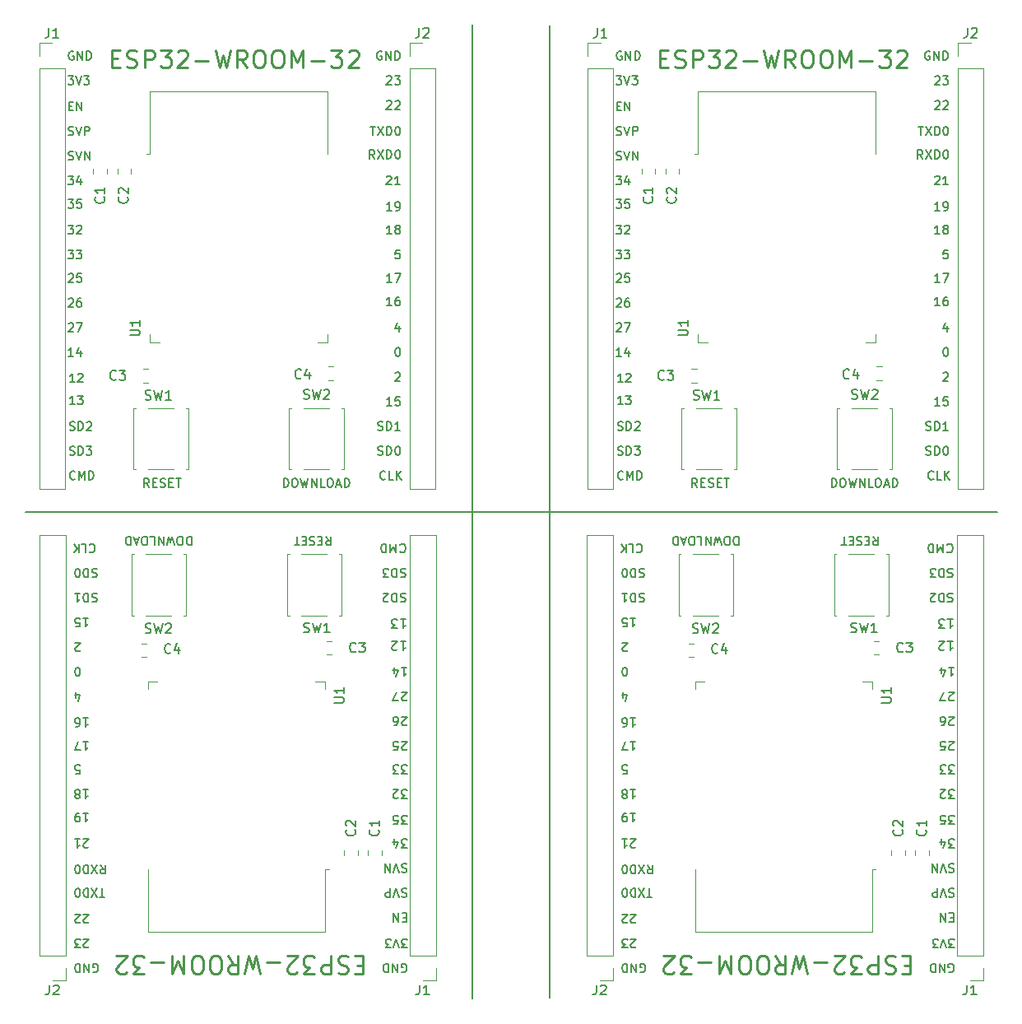
<source format=gbr>
G04 #@! TF.GenerationSoftware,KiCad,Pcbnew,5.0.2+dfsg1-1~bpo9+1*
G04 #@! TF.CreationDate,2020-03-02T01:02:18-06:00*
G04 #@! TF.ProjectId,bare4,62617265-342e-46b6-9963-61645f706362,1.0*
G04 #@! TF.SameCoordinates,Original*
G04 #@! TF.FileFunction,Legend,Top*
G04 #@! TF.FilePolarity,Positive*
%FSLAX46Y46*%
G04 Gerber Fmt 4.6, Leading zero omitted, Abs format (unit mm)*
G04 Created by KiCad (PCBNEW 5.0.2+dfsg1-1~bpo9+1) date Mon 02 Mar 2020 01:02:18 AM CST*
%MOMM*%
%LPD*%
G01*
G04 APERTURE LIST*
%ADD10C,0.160000*%
%ADD11C,0.225000*%
%ADD12C,0.120000*%
%ADD13C,0.150000*%
G04 APERTURE END LIST*
D10*
X150000000Y-100000000D02*
X50000000Y-100000000D01*
X104000000Y-150000000D02*
X104000000Y-50000000D01*
X96000000Y-49900000D02*
X96000000Y-150100000D01*
X145590428Y-126936857D02*
X145033285Y-126936857D01*
X145333285Y-126594000D01*
X145204714Y-126594000D01*
X145119000Y-126551142D01*
X145076142Y-126508285D01*
X145033285Y-126422571D01*
X145033285Y-126208285D01*
X145076142Y-126122571D01*
X145119000Y-126079714D01*
X145204714Y-126036857D01*
X145461857Y-126036857D01*
X145547571Y-126079714D01*
X145590428Y-126122571D01*
X144733285Y-126936857D02*
X144176142Y-126936857D01*
X144476142Y-126594000D01*
X144347571Y-126594000D01*
X144261857Y-126551142D01*
X144219000Y-126508285D01*
X144176142Y-126422571D01*
X144176142Y-126208285D01*
X144219000Y-126122571D01*
X144261857Y-126079714D01*
X144347571Y-126036857D01*
X144604714Y-126036857D01*
X144690428Y-126079714D01*
X144733285Y-126122571D01*
X137243428Y-102541857D02*
X137543428Y-102970428D01*
X137757714Y-102541857D02*
X137757714Y-103441857D01*
X137414857Y-103441857D01*
X137329142Y-103399000D01*
X137286285Y-103356142D01*
X137243428Y-103270428D01*
X137243428Y-103141857D01*
X137286285Y-103056142D01*
X137329142Y-103013285D01*
X137414857Y-102970428D01*
X137757714Y-102970428D01*
X136857714Y-103013285D02*
X136557714Y-103013285D01*
X136429142Y-102541857D02*
X136857714Y-102541857D01*
X136857714Y-103441857D01*
X136429142Y-103441857D01*
X136086285Y-102584714D02*
X135957714Y-102541857D01*
X135743428Y-102541857D01*
X135657714Y-102584714D01*
X135614857Y-102627571D01*
X135572000Y-102713285D01*
X135572000Y-102799000D01*
X135614857Y-102884714D01*
X135657714Y-102927571D01*
X135743428Y-102970428D01*
X135914857Y-103013285D01*
X136000571Y-103056142D01*
X136043428Y-103099000D01*
X136086285Y-103184714D01*
X136086285Y-103270428D01*
X136043428Y-103356142D01*
X136000571Y-103399000D01*
X135914857Y-103441857D01*
X135700571Y-103441857D01*
X135572000Y-103399000D01*
X135186285Y-103013285D02*
X134886285Y-103013285D01*
X134757714Y-102541857D02*
X135186285Y-102541857D01*
X135186285Y-103441857D01*
X134757714Y-103441857D01*
X134500571Y-103441857D02*
X133986285Y-103441857D01*
X134243428Y-102541857D02*
X134243428Y-103441857D01*
X145033285Y-116003857D02*
X145547571Y-116003857D01*
X145290428Y-116003857D02*
X145290428Y-116903857D01*
X145376142Y-116775285D01*
X145461857Y-116689571D01*
X145547571Y-116646714D01*
X144261857Y-116603857D02*
X144261857Y-116003857D01*
X144476142Y-116946714D02*
X144690428Y-116303857D01*
X144133285Y-116303857D01*
X144906285Y-113336857D02*
X145420571Y-113336857D01*
X145163428Y-113336857D02*
X145163428Y-114236857D01*
X145249142Y-114108285D01*
X145334857Y-114022571D01*
X145420571Y-113979714D01*
X144563428Y-114151142D02*
X144520571Y-114194000D01*
X144434857Y-114236857D01*
X144220571Y-114236857D01*
X144134857Y-114194000D01*
X144092000Y-114151142D01*
X144049142Y-114065428D01*
X144049142Y-113979714D01*
X144092000Y-113851142D01*
X144606285Y-113336857D01*
X144049142Y-113336857D01*
X145547571Y-138779714D02*
X145419000Y-138736857D01*
X145204714Y-138736857D01*
X145119000Y-138779714D01*
X145076142Y-138822571D01*
X145033285Y-138908285D01*
X145033285Y-138994000D01*
X145076142Y-139079714D01*
X145119000Y-139122571D01*
X145204714Y-139165428D01*
X145376142Y-139208285D01*
X145461857Y-139251142D01*
X145504714Y-139294000D01*
X145547571Y-139379714D01*
X145547571Y-139465428D01*
X145504714Y-139551142D01*
X145461857Y-139594000D01*
X145376142Y-139636857D01*
X145161857Y-139636857D01*
X145033285Y-139594000D01*
X144776142Y-139636857D02*
X144476142Y-138736857D01*
X144176142Y-139636857D01*
X143876142Y-138736857D02*
X143876142Y-139636857D01*
X143533285Y-139636857D01*
X143447571Y-139594000D01*
X143404714Y-139551142D01*
X143361857Y-139465428D01*
X143361857Y-139336857D01*
X143404714Y-139251142D01*
X143447571Y-139208285D01*
X143533285Y-139165428D01*
X143876142Y-139165428D01*
X112284571Y-130989857D02*
X112798857Y-130989857D01*
X112541714Y-130989857D02*
X112541714Y-131889857D01*
X112627428Y-131761285D01*
X112713142Y-131675571D01*
X112798857Y-131632714D01*
X111856000Y-130989857D02*
X111684571Y-130989857D01*
X111598857Y-131032714D01*
X111556000Y-131075571D01*
X111470285Y-131204142D01*
X111427428Y-131375571D01*
X111427428Y-131718428D01*
X111470285Y-131804142D01*
X111513142Y-131847000D01*
X111598857Y-131889857D01*
X111770285Y-131889857D01*
X111856000Y-131847000D01*
X111898857Y-131804142D01*
X111941714Y-131718428D01*
X111941714Y-131504142D01*
X111898857Y-131418428D01*
X111856000Y-131375571D01*
X111770285Y-131332714D01*
X111598857Y-131332714D01*
X111513142Y-131375571D01*
X111470285Y-131418428D01*
X111427428Y-131504142D01*
X145547571Y-119358142D02*
X145504714Y-119401000D01*
X145419000Y-119443857D01*
X145204714Y-119443857D01*
X145119000Y-119401000D01*
X145076142Y-119358142D01*
X145033285Y-119272428D01*
X145033285Y-119186714D01*
X145076142Y-119058142D01*
X145590428Y-118543857D01*
X145033285Y-118543857D01*
X144733285Y-119443857D02*
X144133285Y-119443857D01*
X144519000Y-118543857D01*
X112284571Y-121210857D02*
X112798857Y-121210857D01*
X112541714Y-121210857D02*
X112541714Y-122110857D01*
X112627428Y-121982285D01*
X112713142Y-121896571D01*
X112798857Y-121853714D01*
X111513142Y-122110857D02*
X111684571Y-122110857D01*
X111770285Y-122068000D01*
X111813142Y-122025142D01*
X111898857Y-121896571D01*
X111941714Y-121725142D01*
X111941714Y-121382285D01*
X111898857Y-121296571D01*
X111856000Y-121253714D01*
X111770285Y-121210857D01*
X111598857Y-121210857D01*
X111513142Y-121253714D01*
X111470285Y-121296571D01*
X111427428Y-121382285D01*
X111427428Y-121596571D01*
X111470285Y-121682285D01*
X111513142Y-121725142D01*
X111598857Y-121768000D01*
X111770285Y-121768000D01*
X111856000Y-121725142D01*
X111898857Y-121682285D01*
X111941714Y-121596571D01*
X111941714Y-114278142D02*
X111898857Y-114321000D01*
X111813142Y-114363857D01*
X111598857Y-114363857D01*
X111513142Y-114321000D01*
X111470285Y-114278142D01*
X111427428Y-114192428D01*
X111427428Y-114106714D01*
X111470285Y-113978142D01*
X111984571Y-113463857D01*
X111427428Y-113463857D01*
X112284571Y-128576857D02*
X112798857Y-128576857D01*
X112541714Y-128576857D02*
X112541714Y-129476857D01*
X112627428Y-129348285D01*
X112713142Y-129262571D01*
X112798857Y-129219714D01*
X111770285Y-129091142D02*
X111856000Y-129134000D01*
X111898857Y-129176857D01*
X111941714Y-129262571D01*
X111941714Y-129305428D01*
X111898857Y-129391142D01*
X111856000Y-129434000D01*
X111770285Y-129476857D01*
X111598857Y-129476857D01*
X111513142Y-129434000D01*
X111470285Y-129391142D01*
X111427428Y-129305428D01*
X111427428Y-129262571D01*
X111470285Y-129176857D01*
X111513142Y-129134000D01*
X111598857Y-129091142D01*
X111770285Y-129091142D01*
X111856000Y-129048285D01*
X111898857Y-129005428D01*
X111941714Y-128919714D01*
X111941714Y-128748285D01*
X111898857Y-128662571D01*
X111856000Y-128619714D01*
X111770285Y-128576857D01*
X111598857Y-128576857D01*
X111513142Y-128619714D01*
X111470285Y-128662571D01*
X111427428Y-128748285D01*
X111427428Y-128919714D01*
X111470285Y-129005428D01*
X111513142Y-129048285D01*
X111598857Y-129091142D01*
X112798857Y-134471142D02*
X112756000Y-134514000D01*
X112670285Y-134556857D01*
X112456000Y-134556857D01*
X112370285Y-134514000D01*
X112327428Y-134471142D01*
X112284571Y-134385428D01*
X112284571Y-134299714D01*
X112327428Y-134171142D01*
X112841714Y-133656857D01*
X112284571Y-133656857D01*
X111427428Y-133656857D02*
X111941714Y-133656857D01*
X111684571Y-133656857D02*
X111684571Y-134556857D01*
X111770285Y-134428285D01*
X111856000Y-134342571D01*
X111941714Y-134299714D01*
X145590428Y-134556857D02*
X145033285Y-134556857D01*
X145333285Y-134214000D01*
X145204714Y-134214000D01*
X145119000Y-134171142D01*
X145076142Y-134128285D01*
X145033285Y-134042571D01*
X145033285Y-133828285D01*
X145076142Y-133742571D01*
X145119000Y-133699714D01*
X145204714Y-133656857D01*
X145461857Y-133656857D01*
X145547571Y-133699714D01*
X145590428Y-133742571D01*
X144261857Y-134256857D02*
X144261857Y-133656857D01*
X144476142Y-134599714D02*
X144690428Y-133956857D01*
X144133285Y-133956857D01*
X145590428Y-129476857D02*
X145033285Y-129476857D01*
X145333285Y-129134000D01*
X145204714Y-129134000D01*
X145119000Y-129091142D01*
X145076142Y-129048285D01*
X145033285Y-128962571D01*
X145033285Y-128748285D01*
X145076142Y-128662571D01*
X145119000Y-128619714D01*
X145204714Y-128576857D01*
X145461857Y-128576857D01*
X145547571Y-128619714D01*
X145590428Y-128662571D01*
X144690428Y-129391142D02*
X144647571Y-129434000D01*
X144561857Y-129476857D01*
X144347571Y-129476857D01*
X144261857Y-129434000D01*
X144219000Y-129391142D01*
X144176142Y-129305428D01*
X144176142Y-129219714D01*
X144219000Y-129091142D01*
X144733285Y-128576857D01*
X144176142Y-128576857D01*
X112284571Y-123623857D02*
X112798857Y-123623857D01*
X112541714Y-123623857D02*
X112541714Y-124523857D01*
X112627428Y-124395285D01*
X112713142Y-124309571D01*
X112798857Y-124266714D01*
X111984571Y-124523857D02*
X111384571Y-124523857D01*
X111770285Y-123623857D01*
X112798857Y-144758142D02*
X112756000Y-144801000D01*
X112670285Y-144843857D01*
X112456000Y-144843857D01*
X112370285Y-144801000D01*
X112327428Y-144758142D01*
X112284571Y-144672428D01*
X112284571Y-144586714D01*
X112327428Y-144458142D01*
X112841714Y-143943857D01*
X112284571Y-143943857D01*
X111984571Y-144843857D02*
X111427428Y-144843857D01*
X111727428Y-144501000D01*
X111598857Y-144501000D01*
X111513142Y-144458142D01*
X111470285Y-144415285D01*
X111427428Y-144329571D01*
X111427428Y-144115285D01*
X111470285Y-144029571D01*
X111513142Y-143986714D01*
X111598857Y-143943857D01*
X111856000Y-143943857D01*
X111941714Y-143986714D01*
X111984571Y-144029571D01*
X112284571Y-110923857D02*
X112798857Y-110923857D01*
X112541714Y-110923857D02*
X112541714Y-111823857D01*
X112627428Y-111695285D01*
X112713142Y-111609571D01*
X112798857Y-111566714D01*
X111470285Y-111823857D02*
X111898857Y-111823857D01*
X111941714Y-111395285D01*
X111898857Y-111438142D01*
X111813142Y-111481000D01*
X111598857Y-111481000D01*
X111513142Y-111438142D01*
X111470285Y-111395285D01*
X111427428Y-111309571D01*
X111427428Y-111095285D01*
X111470285Y-111009571D01*
X111513142Y-110966714D01*
X111598857Y-110923857D01*
X111813142Y-110923857D01*
X111898857Y-110966714D01*
X111941714Y-111009571D01*
X145547571Y-121898142D02*
X145504714Y-121941000D01*
X145419000Y-121983857D01*
X145204714Y-121983857D01*
X145119000Y-121941000D01*
X145076142Y-121898142D01*
X145033285Y-121812428D01*
X145033285Y-121726714D01*
X145076142Y-121598142D01*
X145590428Y-121083857D01*
X145033285Y-121083857D01*
X144261857Y-121983857D02*
X144433285Y-121983857D01*
X144519000Y-121941000D01*
X144561857Y-121898142D01*
X144647571Y-121769571D01*
X144690428Y-121598142D01*
X144690428Y-121255285D01*
X144647571Y-121169571D01*
X144604714Y-121126714D01*
X144519000Y-121083857D01*
X144347571Y-121083857D01*
X144261857Y-121126714D01*
X144219000Y-121169571D01*
X144176142Y-121255285D01*
X144176142Y-121469571D01*
X144219000Y-121555285D01*
X144261857Y-121598142D01*
X144347571Y-121641000D01*
X144519000Y-121641000D01*
X144604714Y-121598142D01*
X144647571Y-121555285D01*
X144690428Y-121469571D01*
D11*
X141066857Y-146638571D02*
X140466857Y-146638571D01*
X140209714Y-145695714D02*
X141066857Y-145695714D01*
X141066857Y-147495714D01*
X140209714Y-147495714D01*
X139524000Y-145781428D02*
X139266857Y-145695714D01*
X138838285Y-145695714D01*
X138666857Y-145781428D01*
X138581142Y-145867142D01*
X138495428Y-146038571D01*
X138495428Y-146210000D01*
X138581142Y-146381428D01*
X138666857Y-146467142D01*
X138838285Y-146552857D01*
X139181142Y-146638571D01*
X139352571Y-146724285D01*
X139438285Y-146810000D01*
X139524000Y-146981428D01*
X139524000Y-147152857D01*
X139438285Y-147324285D01*
X139352571Y-147410000D01*
X139181142Y-147495714D01*
X138752571Y-147495714D01*
X138495428Y-147410000D01*
X137724000Y-145695714D02*
X137724000Y-147495714D01*
X137038285Y-147495714D01*
X136866857Y-147410000D01*
X136781142Y-147324285D01*
X136695428Y-147152857D01*
X136695428Y-146895714D01*
X136781142Y-146724285D01*
X136866857Y-146638571D01*
X137038285Y-146552857D01*
X137724000Y-146552857D01*
X136095428Y-147495714D02*
X134981142Y-147495714D01*
X135581142Y-146810000D01*
X135324000Y-146810000D01*
X135152571Y-146724285D01*
X135066857Y-146638571D01*
X134981142Y-146467142D01*
X134981142Y-146038571D01*
X135066857Y-145867142D01*
X135152571Y-145781428D01*
X135324000Y-145695714D01*
X135838285Y-145695714D01*
X136009714Y-145781428D01*
X136095428Y-145867142D01*
X134295428Y-147324285D02*
X134209714Y-147410000D01*
X134038285Y-147495714D01*
X133609714Y-147495714D01*
X133438285Y-147410000D01*
X133352571Y-147324285D01*
X133266857Y-147152857D01*
X133266857Y-146981428D01*
X133352571Y-146724285D01*
X134381142Y-145695714D01*
X133266857Y-145695714D01*
X132495428Y-146381428D02*
X131124000Y-146381428D01*
X130438285Y-147495714D02*
X130009714Y-145695714D01*
X129666857Y-146981428D01*
X129324000Y-145695714D01*
X128895428Y-147495714D01*
X127181142Y-145695714D02*
X127781142Y-146552857D01*
X128209714Y-145695714D02*
X128209714Y-147495714D01*
X127524000Y-147495714D01*
X127352571Y-147410000D01*
X127266857Y-147324285D01*
X127181142Y-147152857D01*
X127181142Y-146895714D01*
X127266857Y-146724285D01*
X127352571Y-146638571D01*
X127524000Y-146552857D01*
X128209714Y-146552857D01*
X126066857Y-147495714D02*
X125724000Y-147495714D01*
X125552571Y-147410000D01*
X125381142Y-147238571D01*
X125295428Y-146895714D01*
X125295428Y-146295714D01*
X125381142Y-145952857D01*
X125552571Y-145781428D01*
X125724000Y-145695714D01*
X126066857Y-145695714D01*
X126238285Y-145781428D01*
X126409714Y-145952857D01*
X126495428Y-146295714D01*
X126495428Y-146895714D01*
X126409714Y-147238571D01*
X126238285Y-147410000D01*
X126066857Y-147495714D01*
X124181142Y-147495714D02*
X123838285Y-147495714D01*
X123666857Y-147410000D01*
X123495428Y-147238571D01*
X123409714Y-146895714D01*
X123409714Y-146295714D01*
X123495428Y-145952857D01*
X123666857Y-145781428D01*
X123838285Y-145695714D01*
X124181142Y-145695714D01*
X124352571Y-145781428D01*
X124524000Y-145952857D01*
X124609714Y-146295714D01*
X124609714Y-146895714D01*
X124524000Y-147238571D01*
X124352571Y-147410000D01*
X124181142Y-147495714D01*
X122638285Y-145695714D02*
X122638285Y-147495714D01*
X122038285Y-146210000D01*
X121438285Y-147495714D01*
X121438285Y-145695714D01*
X120581142Y-146381428D02*
X119209714Y-146381428D01*
X118524000Y-147495714D02*
X117409714Y-147495714D01*
X118009714Y-146810000D01*
X117752571Y-146810000D01*
X117581142Y-146724285D01*
X117495428Y-146638571D01*
X117409714Y-146467142D01*
X117409714Y-146038571D01*
X117495428Y-145867142D01*
X117581142Y-145781428D01*
X117752571Y-145695714D01*
X118266857Y-145695714D01*
X118438285Y-145781428D01*
X118524000Y-145867142D01*
X116724000Y-147324285D02*
X116638285Y-147410000D01*
X116466857Y-147495714D01*
X116038285Y-147495714D01*
X115866857Y-147410000D01*
X115781142Y-147324285D01*
X115695428Y-147152857D01*
X115695428Y-146981428D01*
X115781142Y-146724285D01*
X116809714Y-145695714D01*
X115695428Y-145695714D01*
D10*
X112929000Y-103389571D02*
X112971857Y-103346714D01*
X113100428Y-103303857D01*
X113186142Y-103303857D01*
X113314714Y-103346714D01*
X113400428Y-103432428D01*
X113443285Y-103518142D01*
X113486142Y-103689571D01*
X113486142Y-103818142D01*
X113443285Y-103989571D01*
X113400428Y-104075285D01*
X113314714Y-104161000D01*
X113186142Y-104203857D01*
X113100428Y-104203857D01*
X112971857Y-104161000D01*
X112929000Y-104118142D01*
X112114714Y-103303857D02*
X112543285Y-103303857D01*
X112543285Y-104203857D01*
X111814714Y-103303857D02*
X111814714Y-104203857D01*
X111300428Y-103303857D02*
X111686142Y-103818142D01*
X111300428Y-104203857D02*
X111814714Y-103689571D01*
X145504714Y-141748285D02*
X145204714Y-141748285D01*
X145076142Y-141276857D02*
X145504714Y-141276857D01*
X145504714Y-142176857D01*
X145076142Y-142176857D01*
X144690428Y-141276857D02*
X144690428Y-142176857D01*
X144176142Y-141276857D01*
X144176142Y-142176857D01*
X145420571Y-105886714D02*
X145292000Y-105843857D01*
X145077714Y-105843857D01*
X144992000Y-105886714D01*
X144949142Y-105929571D01*
X144906285Y-106015285D01*
X144906285Y-106101000D01*
X144949142Y-106186714D01*
X144992000Y-106229571D01*
X145077714Y-106272428D01*
X145249142Y-106315285D01*
X145334857Y-106358142D01*
X145377714Y-106401000D01*
X145420571Y-106486714D01*
X145420571Y-106572428D01*
X145377714Y-106658142D01*
X145334857Y-106701000D01*
X145249142Y-106743857D01*
X145034857Y-106743857D01*
X144906285Y-106701000D01*
X144520571Y-105843857D02*
X144520571Y-106743857D01*
X144306285Y-106743857D01*
X144177714Y-106701000D01*
X144092000Y-106615285D01*
X144049142Y-106529571D01*
X144006285Y-106358142D01*
X144006285Y-106229571D01*
X144049142Y-106058142D01*
X144092000Y-105972428D01*
X144177714Y-105886714D01*
X144306285Y-105843857D01*
X144520571Y-105843857D01*
X143706285Y-106743857D02*
X143149142Y-106743857D01*
X143449142Y-106401000D01*
X143320571Y-106401000D01*
X143234857Y-106358142D01*
X143192000Y-106315285D01*
X143149142Y-106229571D01*
X143149142Y-106015285D01*
X143192000Y-105929571D01*
X143234857Y-105886714D01*
X143320571Y-105843857D01*
X143577714Y-105843857D01*
X143663428Y-105886714D01*
X143706285Y-105929571D01*
X113313142Y-147341000D02*
X113398857Y-147383857D01*
X113527428Y-147383857D01*
X113656000Y-147341000D01*
X113741714Y-147255285D01*
X113784571Y-147169571D01*
X113827428Y-146998142D01*
X113827428Y-146869571D01*
X113784571Y-146698142D01*
X113741714Y-146612428D01*
X113656000Y-146526714D01*
X113527428Y-146483857D01*
X113441714Y-146483857D01*
X113313142Y-146526714D01*
X113270285Y-146569571D01*
X113270285Y-146869571D01*
X113441714Y-146869571D01*
X112884571Y-146483857D02*
X112884571Y-147383857D01*
X112370285Y-146483857D01*
X112370285Y-147383857D01*
X111941714Y-146483857D02*
X111941714Y-147383857D01*
X111727428Y-147383857D01*
X111598857Y-147341000D01*
X111513142Y-147255285D01*
X111470285Y-147169571D01*
X111427428Y-146998142D01*
X111427428Y-146869571D01*
X111470285Y-146698142D01*
X111513142Y-146612428D01*
X111598857Y-146526714D01*
X111727428Y-146483857D01*
X111941714Y-146483857D01*
X114470285Y-139636857D02*
X113956000Y-139636857D01*
X114213142Y-138736857D02*
X114213142Y-139636857D01*
X113741714Y-139636857D02*
X113141714Y-138736857D01*
X113141714Y-139636857D02*
X113741714Y-138736857D01*
X112798857Y-138736857D02*
X112798857Y-139636857D01*
X112584571Y-139636857D01*
X112456000Y-139594000D01*
X112370285Y-139508285D01*
X112327428Y-139422571D01*
X112284571Y-139251142D01*
X112284571Y-139122571D01*
X112327428Y-138951142D01*
X112370285Y-138865428D01*
X112456000Y-138779714D01*
X112584571Y-138736857D01*
X112798857Y-138736857D01*
X111727428Y-139636857D02*
X111641714Y-139636857D01*
X111556000Y-139594000D01*
X111513142Y-139551142D01*
X111470285Y-139465428D01*
X111427428Y-139294000D01*
X111427428Y-139079714D01*
X111470285Y-138908285D01*
X111513142Y-138822571D01*
X111556000Y-138779714D01*
X111641714Y-138736857D01*
X111727428Y-138736857D01*
X111813142Y-138779714D01*
X111856000Y-138822571D01*
X111898857Y-138908285D01*
X111941714Y-139079714D01*
X111941714Y-139294000D01*
X111898857Y-139465428D01*
X111856000Y-139551142D01*
X111813142Y-139594000D01*
X111727428Y-139636857D01*
X145033285Y-147341000D02*
X145119000Y-147383857D01*
X145247571Y-147383857D01*
X145376142Y-147341000D01*
X145461857Y-147255285D01*
X145504714Y-147169571D01*
X145547571Y-146998142D01*
X145547571Y-146869571D01*
X145504714Y-146698142D01*
X145461857Y-146612428D01*
X145376142Y-146526714D01*
X145247571Y-146483857D01*
X145161857Y-146483857D01*
X145033285Y-146526714D01*
X144990428Y-146569571D01*
X144990428Y-146869571D01*
X145161857Y-146869571D01*
X144604714Y-146483857D02*
X144604714Y-147383857D01*
X144090428Y-146483857D01*
X144090428Y-147383857D01*
X143661857Y-146483857D02*
X143661857Y-147383857D01*
X143447571Y-147383857D01*
X143319000Y-147341000D01*
X143233285Y-147255285D01*
X143190428Y-147169571D01*
X143147571Y-146998142D01*
X143147571Y-146869571D01*
X143190428Y-146698142D01*
X143233285Y-146612428D01*
X143319000Y-146526714D01*
X143447571Y-146483857D01*
X143661857Y-146483857D01*
X112798857Y-142218142D02*
X112756000Y-142261000D01*
X112670285Y-142303857D01*
X112456000Y-142303857D01*
X112370285Y-142261000D01*
X112327428Y-142218142D01*
X112284571Y-142132428D01*
X112284571Y-142046714D01*
X112327428Y-141918142D01*
X112841714Y-141403857D01*
X112284571Y-141403857D01*
X111941714Y-142218142D02*
X111898857Y-142261000D01*
X111813142Y-142303857D01*
X111598857Y-142303857D01*
X111513142Y-142261000D01*
X111470285Y-142218142D01*
X111427428Y-142132428D01*
X111427428Y-142046714D01*
X111470285Y-141918142D01*
X111984571Y-141403857D01*
X111427428Y-141403857D01*
X114041714Y-136323857D02*
X114341714Y-136752428D01*
X114556000Y-136323857D02*
X114556000Y-137223857D01*
X114213142Y-137223857D01*
X114127428Y-137181000D01*
X114084571Y-137138142D01*
X114041714Y-137052428D01*
X114041714Y-136923857D01*
X114084571Y-136838142D01*
X114127428Y-136795285D01*
X114213142Y-136752428D01*
X114556000Y-136752428D01*
X113741714Y-137223857D02*
X113141714Y-136323857D01*
X113141714Y-137223857D02*
X113741714Y-136323857D01*
X112798857Y-136323857D02*
X112798857Y-137223857D01*
X112584571Y-137223857D01*
X112456000Y-137181000D01*
X112370285Y-137095285D01*
X112327428Y-137009571D01*
X112284571Y-136838142D01*
X112284571Y-136709571D01*
X112327428Y-136538142D01*
X112370285Y-136452428D01*
X112456000Y-136366714D01*
X112584571Y-136323857D01*
X112798857Y-136323857D01*
X111727428Y-137223857D02*
X111641714Y-137223857D01*
X111556000Y-137181000D01*
X111513142Y-137138142D01*
X111470285Y-137052428D01*
X111427428Y-136881000D01*
X111427428Y-136666714D01*
X111470285Y-136495285D01*
X111513142Y-136409571D01*
X111556000Y-136366714D01*
X111641714Y-136323857D01*
X111727428Y-136323857D01*
X111813142Y-136366714D01*
X111856000Y-136409571D01*
X111898857Y-136495285D01*
X111941714Y-136666714D01*
X111941714Y-136881000D01*
X111898857Y-137052428D01*
X111856000Y-137138142D01*
X111813142Y-137181000D01*
X111727428Y-137223857D01*
X145590428Y-144843857D02*
X145033285Y-144843857D01*
X145333285Y-144501000D01*
X145204714Y-144501000D01*
X145119000Y-144458142D01*
X145076142Y-144415285D01*
X145033285Y-144329571D01*
X145033285Y-144115285D01*
X145076142Y-144029571D01*
X145119000Y-143986714D01*
X145204714Y-143943857D01*
X145461857Y-143943857D01*
X145547571Y-143986714D01*
X145590428Y-144029571D01*
X144776142Y-144843857D02*
X144476142Y-143943857D01*
X144176142Y-144843857D01*
X143961857Y-144843857D02*
X143404714Y-144843857D01*
X143704714Y-144501000D01*
X143576142Y-144501000D01*
X143490428Y-144458142D01*
X143447571Y-144415285D01*
X143404714Y-144329571D01*
X143404714Y-144115285D01*
X143447571Y-144029571D01*
X143490428Y-143986714D01*
X143576142Y-143943857D01*
X143833285Y-143943857D01*
X143919000Y-143986714D01*
X143961857Y-144029571D01*
X111727428Y-116903857D02*
X111641714Y-116903857D01*
X111556000Y-116861000D01*
X111513142Y-116818142D01*
X111470285Y-116732428D01*
X111427428Y-116561000D01*
X111427428Y-116346714D01*
X111470285Y-116175285D01*
X111513142Y-116089571D01*
X111556000Y-116046714D01*
X111641714Y-116003857D01*
X111727428Y-116003857D01*
X111813142Y-116046714D01*
X111856000Y-116089571D01*
X111898857Y-116175285D01*
X111941714Y-116346714D01*
X111941714Y-116561000D01*
X111898857Y-116732428D01*
X111856000Y-116818142D01*
X111813142Y-116861000D01*
X111727428Y-116903857D01*
X113698857Y-108426714D02*
X113570285Y-108383857D01*
X113356000Y-108383857D01*
X113270285Y-108426714D01*
X113227428Y-108469571D01*
X113184571Y-108555285D01*
X113184571Y-108641000D01*
X113227428Y-108726714D01*
X113270285Y-108769571D01*
X113356000Y-108812428D01*
X113527428Y-108855285D01*
X113613142Y-108898142D01*
X113656000Y-108941000D01*
X113698857Y-109026714D01*
X113698857Y-109112428D01*
X113656000Y-109198142D01*
X113613142Y-109241000D01*
X113527428Y-109283857D01*
X113313142Y-109283857D01*
X113184571Y-109241000D01*
X112798857Y-108383857D02*
X112798857Y-109283857D01*
X112584571Y-109283857D01*
X112456000Y-109241000D01*
X112370285Y-109155285D01*
X112327428Y-109069571D01*
X112284571Y-108898142D01*
X112284571Y-108769571D01*
X112327428Y-108598142D01*
X112370285Y-108512428D01*
X112456000Y-108426714D01*
X112584571Y-108383857D01*
X112798857Y-108383857D01*
X111427428Y-108383857D02*
X111941714Y-108383857D01*
X111684571Y-108383857D02*
X111684571Y-109283857D01*
X111770285Y-109155285D01*
X111856000Y-109069571D01*
X111941714Y-109026714D01*
X123406714Y-102541857D02*
X123406714Y-103441857D01*
X123192428Y-103441857D01*
X123063857Y-103399000D01*
X122978142Y-103313285D01*
X122935285Y-103227571D01*
X122892428Y-103056142D01*
X122892428Y-102927571D01*
X122935285Y-102756142D01*
X122978142Y-102670428D01*
X123063857Y-102584714D01*
X123192428Y-102541857D01*
X123406714Y-102541857D01*
X122335285Y-103441857D02*
X122163857Y-103441857D01*
X122078142Y-103399000D01*
X121992428Y-103313285D01*
X121949571Y-103141857D01*
X121949571Y-102841857D01*
X121992428Y-102670428D01*
X122078142Y-102584714D01*
X122163857Y-102541857D01*
X122335285Y-102541857D01*
X122421000Y-102584714D01*
X122506714Y-102670428D01*
X122549571Y-102841857D01*
X122549571Y-103141857D01*
X122506714Y-103313285D01*
X122421000Y-103399000D01*
X122335285Y-103441857D01*
X121649571Y-103441857D02*
X121435285Y-102541857D01*
X121263857Y-103184714D01*
X121092428Y-102541857D01*
X120878142Y-103441857D01*
X120535285Y-102541857D02*
X120535285Y-103441857D01*
X120021000Y-102541857D01*
X120021000Y-103441857D01*
X119163857Y-102541857D02*
X119592428Y-102541857D01*
X119592428Y-103441857D01*
X118692428Y-103441857D02*
X118521000Y-103441857D01*
X118435285Y-103399000D01*
X118349571Y-103313285D01*
X118306714Y-103141857D01*
X118306714Y-102841857D01*
X118349571Y-102670428D01*
X118435285Y-102584714D01*
X118521000Y-102541857D01*
X118692428Y-102541857D01*
X118778142Y-102584714D01*
X118863857Y-102670428D01*
X118906714Y-102841857D01*
X118906714Y-103141857D01*
X118863857Y-103313285D01*
X118778142Y-103399000D01*
X118692428Y-103441857D01*
X117963857Y-102799000D02*
X117535285Y-102799000D01*
X118049571Y-102541857D02*
X117749571Y-103441857D01*
X117449571Y-102541857D01*
X117149571Y-102541857D02*
X117149571Y-103441857D01*
X116935285Y-103441857D01*
X116806714Y-103399000D01*
X116721000Y-103313285D01*
X116678142Y-103227571D01*
X116635285Y-103056142D01*
X116635285Y-102927571D01*
X116678142Y-102756142D01*
X116721000Y-102670428D01*
X116806714Y-102584714D01*
X116935285Y-102541857D01*
X117149571Y-102541857D01*
X144863428Y-103389571D02*
X144906285Y-103346714D01*
X145034857Y-103303857D01*
X145120571Y-103303857D01*
X145249142Y-103346714D01*
X145334857Y-103432428D01*
X145377714Y-103518142D01*
X145420571Y-103689571D01*
X145420571Y-103818142D01*
X145377714Y-103989571D01*
X145334857Y-104075285D01*
X145249142Y-104161000D01*
X145120571Y-104203857D01*
X145034857Y-104203857D01*
X144906285Y-104161000D01*
X144863428Y-104118142D01*
X144477714Y-103303857D02*
X144477714Y-104203857D01*
X144177714Y-103561000D01*
X143877714Y-104203857D01*
X143877714Y-103303857D01*
X143449142Y-103303857D02*
X143449142Y-104203857D01*
X143234857Y-104203857D01*
X143106285Y-104161000D01*
X143020571Y-104075285D01*
X142977714Y-103989571D01*
X142934857Y-103818142D01*
X142934857Y-103689571D01*
X142977714Y-103518142D01*
X143020571Y-103432428D01*
X143106285Y-103346714D01*
X143234857Y-103303857D01*
X143449142Y-103303857D01*
X145547571Y-136239714D02*
X145419000Y-136196857D01*
X145204714Y-136196857D01*
X145119000Y-136239714D01*
X145076142Y-136282571D01*
X145033285Y-136368285D01*
X145033285Y-136454000D01*
X145076142Y-136539714D01*
X145119000Y-136582571D01*
X145204714Y-136625428D01*
X145376142Y-136668285D01*
X145461857Y-136711142D01*
X145504714Y-136754000D01*
X145547571Y-136839714D01*
X145547571Y-136925428D01*
X145504714Y-137011142D01*
X145461857Y-137054000D01*
X145376142Y-137096857D01*
X145161857Y-137096857D01*
X145033285Y-137054000D01*
X144776142Y-137096857D02*
X144476142Y-136196857D01*
X144176142Y-137096857D01*
X143876142Y-136196857D02*
X143876142Y-137096857D01*
X143361857Y-136196857D01*
X143361857Y-137096857D01*
X111513142Y-119143857D02*
X111513142Y-118543857D01*
X111727428Y-119486714D02*
X111941714Y-118843857D01*
X111384571Y-118843857D01*
X113698857Y-105886714D02*
X113570285Y-105843857D01*
X113356000Y-105843857D01*
X113270285Y-105886714D01*
X113227428Y-105929571D01*
X113184571Y-106015285D01*
X113184571Y-106101000D01*
X113227428Y-106186714D01*
X113270285Y-106229571D01*
X113356000Y-106272428D01*
X113527428Y-106315285D01*
X113613142Y-106358142D01*
X113656000Y-106401000D01*
X113698857Y-106486714D01*
X113698857Y-106572428D01*
X113656000Y-106658142D01*
X113613142Y-106701000D01*
X113527428Y-106743857D01*
X113313142Y-106743857D01*
X113184571Y-106701000D01*
X112798857Y-105843857D02*
X112798857Y-106743857D01*
X112584571Y-106743857D01*
X112456000Y-106701000D01*
X112370285Y-106615285D01*
X112327428Y-106529571D01*
X112284571Y-106358142D01*
X112284571Y-106229571D01*
X112327428Y-106058142D01*
X112370285Y-105972428D01*
X112456000Y-105886714D01*
X112584571Y-105843857D01*
X112798857Y-105843857D01*
X111727428Y-106743857D02*
X111641714Y-106743857D01*
X111556000Y-106701000D01*
X111513142Y-106658142D01*
X111470285Y-106572428D01*
X111427428Y-106401000D01*
X111427428Y-106186714D01*
X111470285Y-106015285D01*
X111513142Y-105929571D01*
X111556000Y-105886714D01*
X111641714Y-105843857D01*
X111727428Y-105843857D01*
X111813142Y-105886714D01*
X111856000Y-105929571D01*
X111898857Y-106015285D01*
X111941714Y-106186714D01*
X111941714Y-106401000D01*
X111898857Y-106572428D01*
X111856000Y-106658142D01*
X111813142Y-106701000D01*
X111727428Y-106743857D01*
X144906285Y-111050857D02*
X145420571Y-111050857D01*
X145163428Y-111050857D02*
X145163428Y-111950857D01*
X145249142Y-111822285D01*
X145334857Y-111736571D01*
X145420571Y-111693714D01*
X144606285Y-111950857D02*
X144049142Y-111950857D01*
X144349142Y-111608000D01*
X144220571Y-111608000D01*
X144134857Y-111565142D01*
X144092000Y-111522285D01*
X144049142Y-111436571D01*
X144049142Y-111222285D01*
X144092000Y-111136571D01*
X144134857Y-111093714D01*
X144220571Y-111050857D01*
X144477714Y-111050857D01*
X144563428Y-111093714D01*
X144606285Y-111136571D01*
X145547571Y-124438142D02*
X145504714Y-124481000D01*
X145419000Y-124523857D01*
X145204714Y-124523857D01*
X145119000Y-124481000D01*
X145076142Y-124438142D01*
X145033285Y-124352428D01*
X145033285Y-124266714D01*
X145076142Y-124138142D01*
X145590428Y-123623857D01*
X145033285Y-123623857D01*
X144219000Y-124523857D02*
X144647571Y-124523857D01*
X144690428Y-124095285D01*
X144647571Y-124138142D01*
X144561857Y-124181000D01*
X144347571Y-124181000D01*
X144261857Y-124138142D01*
X144219000Y-124095285D01*
X144176142Y-124009571D01*
X144176142Y-123795285D01*
X144219000Y-123709571D01*
X144261857Y-123666714D01*
X144347571Y-123623857D01*
X144561857Y-123623857D01*
X144647571Y-123666714D01*
X144690428Y-123709571D01*
X111470285Y-126936857D02*
X111898857Y-126936857D01*
X111941714Y-126508285D01*
X111898857Y-126551142D01*
X111813142Y-126594000D01*
X111598857Y-126594000D01*
X111513142Y-126551142D01*
X111470285Y-126508285D01*
X111427428Y-126422571D01*
X111427428Y-126208285D01*
X111470285Y-126122571D01*
X111513142Y-126079714D01*
X111598857Y-126036857D01*
X111813142Y-126036857D01*
X111898857Y-126079714D01*
X111941714Y-126122571D01*
X145420571Y-108426714D02*
X145292000Y-108383857D01*
X145077714Y-108383857D01*
X144992000Y-108426714D01*
X144949142Y-108469571D01*
X144906285Y-108555285D01*
X144906285Y-108641000D01*
X144949142Y-108726714D01*
X144992000Y-108769571D01*
X145077714Y-108812428D01*
X145249142Y-108855285D01*
X145334857Y-108898142D01*
X145377714Y-108941000D01*
X145420571Y-109026714D01*
X145420571Y-109112428D01*
X145377714Y-109198142D01*
X145334857Y-109241000D01*
X145249142Y-109283857D01*
X145034857Y-109283857D01*
X144906285Y-109241000D01*
X144520571Y-108383857D02*
X144520571Y-109283857D01*
X144306285Y-109283857D01*
X144177714Y-109241000D01*
X144092000Y-109155285D01*
X144049142Y-109069571D01*
X144006285Y-108898142D01*
X144006285Y-108769571D01*
X144049142Y-108598142D01*
X144092000Y-108512428D01*
X144177714Y-108426714D01*
X144306285Y-108383857D01*
X144520571Y-108383857D01*
X143663428Y-109198142D02*
X143620571Y-109241000D01*
X143534857Y-109283857D01*
X143320571Y-109283857D01*
X143234857Y-109241000D01*
X143192000Y-109198142D01*
X143149142Y-109112428D01*
X143149142Y-109026714D01*
X143192000Y-108898142D01*
X143706285Y-108383857D01*
X143149142Y-108383857D01*
X145590428Y-132143857D02*
X145033285Y-132143857D01*
X145333285Y-131801000D01*
X145204714Y-131801000D01*
X145119000Y-131758142D01*
X145076142Y-131715285D01*
X145033285Y-131629571D01*
X145033285Y-131415285D01*
X145076142Y-131329571D01*
X145119000Y-131286714D01*
X145204714Y-131243857D01*
X145461857Y-131243857D01*
X145547571Y-131286714D01*
X145590428Y-131329571D01*
X144219000Y-132143857D02*
X144647571Y-132143857D01*
X144690428Y-131715285D01*
X144647571Y-131758142D01*
X144561857Y-131801000D01*
X144347571Y-131801000D01*
X144261857Y-131758142D01*
X144219000Y-131715285D01*
X144176142Y-131629571D01*
X144176142Y-131415285D01*
X144219000Y-131329571D01*
X144261857Y-131286714D01*
X144347571Y-131243857D01*
X144561857Y-131243857D01*
X144647571Y-131286714D01*
X144690428Y-131329571D01*
X89247571Y-138779714D02*
X89119000Y-138736857D01*
X88904714Y-138736857D01*
X88819000Y-138779714D01*
X88776142Y-138822571D01*
X88733285Y-138908285D01*
X88733285Y-138994000D01*
X88776142Y-139079714D01*
X88819000Y-139122571D01*
X88904714Y-139165428D01*
X89076142Y-139208285D01*
X89161857Y-139251142D01*
X89204714Y-139294000D01*
X89247571Y-139379714D01*
X89247571Y-139465428D01*
X89204714Y-139551142D01*
X89161857Y-139594000D01*
X89076142Y-139636857D01*
X88861857Y-139636857D01*
X88733285Y-139594000D01*
X88476142Y-139636857D02*
X88176142Y-138736857D01*
X87876142Y-139636857D01*
X87576142Y-138736857D02*
X87576142Y-139636857D01*
X87233285Y-139636857D01*
X87147571Y-139594000D01*
X87104714Y-139551142D01*
X87061857Y-139465428D01*
X87061857Y-139336857D01*
X87104714Y-139251142D01*
X87147571Y-139208285D01*
X87233285Y-139165428D01*
X87576142Y-139165428D01*
X55984571Y-130989857D02*
X56498857Y-130989857D01*
X56241714Y-130989857D02*
X56241714Y-131889857D01*
X56327428Y-131761285D01*
X56413142Y-131675571D01*
X56498857Y-131632714D01*
X55556000Y-130989857D02*
X55384571Y-130989857D01*
X55298857Y-131032714D01*
X55256000Y-131075571D01*
X55170285Y-131204142D01*
X55127428Y-131375571D01*
X55127428Y-131718428D01*
X55170285Y-131804142D01*
X55213142Y-131847000D01*
X55298857Y-131889857D01*
X55470285Y-131889857D01*
X55556000Y-131847000D01*
X55598857Y-131804142D01*
X55641714Y-131718428D01*
X55641714Y-131504142D01*
X55598857Y-131418428D01*
X55556000Y-131375571D01*
X55470285Y-131332714D01*
X55298857Y-131332714D01*
X55213142Y-131375571D01*
X55170285Y-131418428D01*
X55127428Y-131504142D01*
X89247571Y-119358142D02*
X89204714Y-119401000D01*
X89119000Y-119443857D01*
X88904714Y-119443857D01*
X88819000Y-119401000D01*
X88776142Y-119358142D01*
X88733285Y-119272428D01*
X88733285Y-119186714D01*
X88776142Y-119058142D01*
X89290428Y-118543857D01*
X88733285Y-118543857D01*
X88433285Y-119443857D02*
X87833285Y-119443857D01*
X88219000Y-118543857D01*
X55984571Y-121210857D02*
X56498857Y-121210857D01*
X56241714Y-121210857D02*
X56241714Y-122110857D01*
X56327428Y-121982285D01*
X56413142Y-121896571D01*
X56498857Y-121853714D01*
X55213142Y-122110857D02*
X55384571Y-122110857D01*
X55470285Y-122068000D01*
X55513142Y-122025142D01*
X55598857Y-121896571D01*
X55641714Y-121725142D01*
X55641714Y-121382285D01*
X55598857Y-121296571D01*
X55556000Y-121253714D01*
X55470285Y-121210857D01*
X55298857Y-121210857D01*
X55213142Y-121253714D01*
X55170285Y-121296571D01*
X55127428Y-121382285D01*
X55127428Y-121596571D01*
X55170285Y-121682285D01*
X55213142Y-121725142D01*
X55298857Y-121768000D01*
X55470285Y-121768000D01*
X55556000Y-121725142D01*
X55598857Y-121682285D01*
X55641714Y-121596571D01*
X55641714Y-114278142D02*
X55598857Y-114321000D01*
X55513142Y-114363857D01*
X55298857Y-114363857D01*
X55213142Y-114321000D01*
X55170285Y-114278142D01*
X55127428Y-114192428D01*
X55127428Y-114106714D01*
X55170285Y-113978142D01*
X55684571Y-113463857D01*
X55127428Y-113463857D01*
X55984571Y-128576857D02*
X56498857Y-128576857D01*
X56241714Y-128576857D02*
X56241714Y-129476857D01*
X56327428Y-129348285D01*
X56413142Y-129262571D01*
X56498857Y-129219714D01*
X55470285Y-129091142D02*
X55556000Y-129134000D01*
X55598857Y-129176857D01*
X55641714Y-129262571D01*
X55641714Y-129305428D01*
X55598857Y-129391142D01*
X55556000Y-129434000D01*
X55470285Y-129476857D01*
X55298857Y-129476857D01*
X55213142Y-129434000D01*
X55170285Y-129391142D01*
X55127428Y-129305428D01*
X55127428Y-129262571D01*
X55170285Y-129176857D01*
X55213142Y-129134000D01*
X55298857Y-129091142D01*
X55470285Y-129091142D01*
X55556000Y-129048285D01*
X55598857Y-129005428D01*
X55641714Y-128919714D01*
X55641714Y-128748285D01*
X55598857Y-128662571D01*
X55556000Y-128619714D01*
X55470285Y-128576857D01*
X55298857Y-128576857D01*
X55213142Y-128619714D01*
X55170285Y-128662571D01*
X55127428Y-128748285D01*
X55127428Y-128919714D01*
X55170285Y-129005428D01*
X55213142Y-129048285D01*
X55298857Y-129091142D01*
X56498857Y-134471142D02*
X56456000Y-134514000D01*
X56370285Y-134556857D01*
X56156000Y-134556857D01*
X56070285Y-134514000D01*
X56027428Y-134471142D01*
X55984571Y-134385428D01*
X55984571Y-134299714D01*
X56027428Y-134171142D01*
X56541714Y-133656857D01*
X55984571Y-133656857D01*
X55127428Y-133656857D02*
X55641714Y-133656857D01*
X55384571Y-133656857D02*
X55384571Y-134556857D01*
X55470285Y-134428285D01*
X55556000Y-134342571D01*
X55641714Y-134299714D01*
X55213142Y-119143857D02*
X55213142Y-118543857D01*
X55427428Y-119486714D02*
X55641714Y-118843857D01*
X55084571Y-118843857D01*
X89204714Y-141748285D02*
X88904714Y-141748285D01*
X88776142Y-141276857D02*
X89204714Y-141276857D01*
X89204714Y-142176857D01*
X88776142Y-142176857D01*
X88390428Y-141276857D02*
X88390428Y-142176857D01*
X87876142Y-141276857D01*
X87876142Y-142176857D01*
X88606285Y-111050857D02*
X89120571Y-111050857D01*
X88863428Y-111050857D02*
X88863428Y-111950857D01*
X88949142Y-111822285D01*
X89034857Y-111736571D01*
X89120571Y-111693714D01*
X88306285Y-111950857D02*
X87749142Y-111950857D01*
X88049142Y-111608000D01*
X87920571Y-111608000D01*
X87834857Y-111565142D01*
X87792000Y-111522285D01*
X87749142Y-111436571D01*
X87749142Y-111222285D01*
X87792000Y-111136571D01*
X87834857Y-111093714D01*
X87920571Y-111050857D01*
X88177714Y-111050857D01*
X88263428Y-111093714D01*
X88306285Y-111136571D01*
X89247571Y-124438142D02*
X89204714Y-124481000D01*
X89119000Y-124523857D01*
X88904714Y-124523857D01*
X88819000Y-124481000D01*
X88776142Y-124438142D01*
X88733285Y-124352428D01*
X88733285Y-124266714D01*
X88776142Y-124138142D01*
X89290428Y-123623857D01*
X88733285Y-123623857D01*
X87919000Y-124523857D02*
X88347571Y-124523857D01*
X88390428Y-124095285D01*
X88347571Y-124138142D01*
X88261857Y-124181000D01*
X88047571Y-124181000D01*
X87961857Y-124138142D01*
X87919000Y-124095285D01*
X87876142Y-124009571D01*
X87876142Y-123795285D01*
X87919000Y-123709571D01*
X87961857Y-123666714D01*
X88047571Y-123623857D01*
X88261857Y-123623857D01*
X88347571Y-123666714D01*
X88390428Y-123709571D01*
X55170285Y-126936857D02*
X55598857Y-126936857D01*
X55641714Y-126508285D01*
X55598857Y-126551142D01*
X55513142Y-126594000D01*
X55298857Y-126594000D01*
X55213142Y-126551142D01*
X55170285Y-126508285D01*
X55127428Y-126422571D01*
X55127428Y-126208285D01*
X55170285Y-126122571D01*
X55213142Y-126079714D01*
X55298857Y-126036857D01*
X55513142Y-126036857D01*
X55598857Y-126079714D01*
X55641714Y-126122571D01*
X89120571Y-105886714D02*
X88992000Y-105843857D01*
X88777714Y-105843857D01*
X88692000Y-105886714D01*
X88649142Y-105929571D01*
X88606285Y-106015285D01*
X88606285Y-106101000D01*
X88649142Y-106186714D01*
X88692000Y-106229571D01*
X88777714Y-106272428D01*
X88949142Y-106315285D01*
X89034857Y-106358142D01*
X89077714Y-106401000D01*
X89120571Y-106486714D01*
X89120571Y-106572428D01*
X89077714Y-106658142D01*
X89034857Y-106701000D01*
X88949142Y-106743857D01*
X88734857Y-106743857D01*
X88606285Y-106701000D01*
X88220571Y-105843857D02*
X88220571Y-106743857D01*
X88006285Y-106743857D01*
X87877714Y-106701000D01*
X87792000Y-106615285D01*
X87749142Y-106529571D01*
X87706285Y-106358142D01*
X87706285Y-106229571D01*
X87749142Y-106058142D01*
X87792000Y-105972428D01*
X87877714Y-105886714D01*
X88006285Y-105843857D01*
X88220571Y-105843857D01*
X87406285Y-106743857D02*
X86849142Y-106743857D01*
X87149142Y-106401000D01*
X87020571Y-106401000D01*
X86934857Y-106358142D01*
X86892000Y-106315285D01*
X86849142Y-106229571D01*
X86849142Y-106015285D01*
X86892000Y-105929571D01*
X86934857Y-105886714D01*
X87020571Y-105843857D01*
X87277714Y-105843857D01*
X87363428Y-105886714D01*
X87406285Y-105929571D01*
X89120571Y-108426714D02*
X88992000Y-108383857D01*
X88777714Y-108383857D01*
X88692000Y-108426714D01*
X88649142Y-108469571D01*
X88606285Y-108555285D01*
X88606285Y-108641000D01*
X88649142Y-108726714D01*
X88692000Y-108769571D01*
X88777714Y-108812428D01*
X88949142Y-108855285D01*
X89034857Y-108898142D01*
X89077714Y-108941000D01*
X89120571Y-109026714D01*
X89120571Y-109112428D01*
X89077714Y-109198142D01*
X89034857Y-109241000D01*
X88949142Y-109283857D01*
X88734857Y-109283857D01*
X88606285Y-109241000D01*
X88220571Y-108383857D02*
X88220571Y-109283857D01*
X88006285Y-109283857D01*
X87877714Y-109241000D01*
X87792000Y-109155285D01*
X87749142Y-109069571D01*
X87706285Y-108898142D01*
X87706285Y-108769571D01*
X87749142Y-108598142D01*
X87792000Y-108512428D01*
X87877714Y-108426714D01*
X88006285Y-108383857D01*
X88220571Y-108383857D01*
X87363428Y-109198142D02*
X87320571Y-109241000D01*
X87234857Y-109283857D01*
X87020571Y-109283857D01*
X86934857Y-109241000D01*
X86892000Y-109198142D01*
X86849142Y-109112428D01*
X86849142Y-109026714D01*
X86892000Y-108898142D01*
X87406285Y-108383857D01*
X86849142Y-108383857D01*
X88563428Y-103389571D02*
X88606285Y-103346714D01*
X88734857Y-103303857D01*
X88820571Y-103303857D01*
X88949142Y-103346714D01*
X89034857Y-103432428D01*
X89077714Y-103518142D01*
X89120571Y-103689571D01*
X89120571Y-103818142D01*
X89077714Y-103989571D01*
X89034857Y-104075285D01*
X88949142Y-104161000D01*
X88820571Y-104203857D01*
X88734857Y-104203857D01*
X88606285Y-104161000D01*
X88563428Y-104118142D01*
X88177714Y-103303857D02*
X88177714Y-104203857D01*
X87877714Y-103561000D01*
X87577714Y-104203857D01*
X87577714Y-103303857D01*
X87149142Y-103303857D02*
X87149142Y-104203857D01*
X86934857Y-104203857D01*
X86806285Y-104161000D01*
X86720571Y-104075285D01*
X86677714Y-103989571D01*
X86634857Y-103818142D01*
X86634857Y-103689571D01*
X86677714Y-103518142D01*
X86720571Y-103432428D01*
X86806285Y-103346714D01*
X86934857Y-103303857D01*
X87149142Y-103303857D01*
X56629000Y-103389571D02*
X56671857Y-103346714D01*
X56800428Y-103303857D01*
X56886142Y-103303857D01*
X57014714Y-103346714D01*
X57100428Y-103432428D01*
X57143285Y-103518142D01*
X57186142Y-103689571D01*
X57186142Y-103818142D01*
X57143285Y-103989571D01*
X57100428Y-104075285D01*
X57014714Y-104161000D01*
X56886142Y-104203857D01*
X56800428Y-104203857D01*
X56671857Y-104161000D01*
X56629000Y-104118142D01*
X55814714Y-103303857D02*
X56243285Y-103303857D01*
X56243285Y-104203857D01*
X55514714Y-103303857D02*
X55514714Y-104203857D01*
X55000428Y-103303857D02*
X55386142Y-103818142D01*
X55000428Y-104203857D02*
X55514714Y-103689571D01*
X57398857Y-105886714D02*
X57270285Y-105843857D01*
X57056000Y-105843857D01*
X56970285Y-105886714D01*
X56927428Y-105929571D01*
X56884571Y-106015285D01*
X56884571Y-106101000D01*
X56927428Y-106186714D01*
X56970285Y-106229571D01*
X57056000Y-106272428D01*
X57227428Y-106315285D01*
X57313142Y-106358142D01*
X57356000Y-106401000D01*
X57398857Y-106486714D01*
X57398857Y-106572428D01*
X57356000Y-106658142D01*
X57313142Y-106701000D01*
X57227428Y-106743857D01*
X57013142Y-106743857D01*
X56884571Y-106701000D01*
X56498857Y-105843857D02*
X56498857Y-106743857D01*
X56284571Y-106743857D01*
X56156000Y-106701000D01*
X56070285Y-106615285D01*
X56027428Y-106529571D01*
X55984571Y-106358142D01*
X55984571Y-106229571D01*
X56027428Y-106058142D01*
X56070285Y-105972428D01*
X56156000Y-105886714D01*
X56284571Y-105843857D01*
X56498857Y-105843857D01*
X55427428Y-106743857D02*
X55341714Y-106743857D01*
X55256000Y-106701000D01*
X55213142Y-106658142D01*
X55170285Y-106572428D01*
X55127428Y-106401000D01*
X55127428Y-106186714D01*
X55170285Y-106015285D01*
X55213142Y-105929571D01*
X55256000Y-105886714D01*
X55341714Y-105843857D01*
X55427428Y-105843857D01*
X55513142Y-105886714D01*
X55556000Y-105929571D01*
X55598857Y-106015285D01*
X55641714Y-106186714D01*
X55641714Y-106401000D01*
X55598857Y-106572428D01*
X55556000Y-106658142D01*
X55513142Y-106701000D01*
X55427428Y-106743857D01*
X57398857Y-108426714D02*
X57270285Y-108383857D01*
X57056000Y-108383857D01*
X56970285Y-108426714D01*
X56927428Y-108469571D01*
X56884571Y-108555285D01*
X56884571Y-108641000D01*
X56927428Y-108726714D01*
X56970285Y-108769571D01*
X57056000Y-108812428D01*
X57227428Y-108855285D01*
X57313142Y-108898142D01*
X57356000Y-108941000D01*
X57398857Y-109026714D01*
X57398857Y-109112428D01*
X57356000Y-109198142D01*
X57313142Y-109241000D01*
X57227428Y-109283857D01*
X57013142Y-109283857D01*
X56884571Y-109241000D01*
X56498857Y-108383857D02*
X56498857Y-109283857D01*
X56284571Y-109283857D01*
X56156000Y-109241000D01*
X56070285Y-109155285D01*
X56027428Y-109069571D01*
X55984571Y-108898142D01*
X55984571Y-108769571D01*
X56027428Y-108598142D01*
X56070285Y-108512428D01*
X56156000Y-108426714D01*
X56284571Y-108383857D01*
X56498857Y-108383857D01*
X55127428Y-108383857D02*
X55641714Y-108383857D01*
X55384571Y-108383857D02*
X55384571Y-109283857D01*
X55470285Y-109155285D01*
X55556000Y-109069571D01*
X55641714Y-109026714D01*
X55984571Y-110923857D02*
X56498857Y-110923857D01*
X56241714Y-110923857D02*
X56241714Y-111823857D01*
X56327428Y-111695285D01*
X56413142Y-111609571D01*
X56498857Y-111566714D01*
X55170285Y-111823857D02*
X55598857Y-111823857D01*
X55641714Y-111395285D01*
X55598857Y-111438142D01*
X55513142Y-111481000D01*
X55298857Y-111481000D01*
X55213142Y-111438142D01*
X55170285Y-111395285D01*
X55127428Y-111309571D01*
X55127428Y-111095285D01*
X55170285Y-111009571D01*
X55213142Y-110966714D01*
X55298857Y-110923857D01*
X55513142Y-110923857D01*
X55598857Y-110966714D01*
X55641714Y-111009571D01*
X57741714Y-136323857D02*
X58041714Y-136752428D01*
X58256000Y-136323857D02*
X58256000Y-137223857D01*
X57913142Y-137223857D01*
X57827428Y-137181000D01*
X57784571Y-137138142D01*
X57741714Y-137052428D01*
X57741714Y-136923857D01*
X57784571Y-136838142D01*
X57827428Y-136795285D01*
X57913142Y-136752428D01*
X58256000Y-136752428D01*
X57441714Y-137223857D02*
X56841714Y-136323857D01*
X56841714Y-137223857D02*
X57441714Y-136323857D01*
X56498857Y-136323857D02*
X56498857Y-137223857D01*
X56284571Y-137223857D01*
X56156000Y-137181000D01*
X56070285Y-137095285D01*
X56027428Y-137009571D01*
X55984571Y-136838142D01*
X55984571Y-136709571D01*
X56027428Y-136538142D01*
X56070285Y-136452428D01*
X56156000Y-136366714D01*
X56284571Y-136323857D01*
X56498857Y-136323857D01*
X55427428Y-137223857D02*
X55341714Y-137223857D01*
X55256000Y-137181000D01*
X55213142Y-137138142D01*
X55170285Y-137052428D01*
X55127428Y-136881000D01*
X55127428Y-136666714D01*
X55170285Y-136495285D01*
X55213142Y-136409571D01*
X55256000Y-136366714D01*
X55341714Y-136323857D01*
X55427428Y-136323857D01*
X55513142Y-136366714D01*
X55556000Y-136409571D01*
X55598857Y-136495285D01*
X55641714Y-136666714D01*
X55641714Y-136881000D01*
X55598857Y-137052428D01*
X55556000Y-137138142D01*
X55513142Y-137181000D01*
X55427428Y-137223857D01*
X58170285Y-139636857D02*
X57656000Y-139636857D01*
X57913142Y-138736857D02*
X57913142Y-139636857D01*
X57441714Y-139636857D02*
X56841714Y-138736857D01*
X56841714Y-139636857D02*
X57441714Y-138736857D01*
X56498857Y-138736857D02*
X56498857Y-139636857D01*
X56284571Y-139636857D01*
X56156000Y-139594000D01*
X56070285Y-139508285D01*
X56027428Y-139422571D01*
X55984571Y-139251142D01*
X55984571Y-139122571D01*
X56027428Y-138951142D01*
X56070285Y-138865428D01*
X56156000Y-138779714D01*
X56284571Y-138736857D01*
X56498857Y-138736857D01*
X55427428Y-139636857D02*
X55341714Y-139636857D01*
X55256000Y-139594000D01*
X55213142Y-139551142D01*
X55170285Y-139465428D01*
X55127428Y-139294000D01*
X55127428Y-139079714D01*
X55170285Y-138908285D01*
X55213142Y-138822571D01*
X55256000Y-138779714D01*
X55341714Y-138736857D01*
X55427428Y-138736857D01*
X55513142Y-138779714D01*
X55556000Y-138822571D01*
X55598857Y-138908285D01*
X55641714Y-139079714D01*
X55641714Y-139294000D01*
X55598857Y-139465428D01*
X55556000Y-139551142D01*
X55513142Y-139594000D01*
X55427428Y-139636857D01*
X56498857Y-142218142D02*
X56456000Y-142261000D01*
X56370285Y-142303857D01*
X56156000Y-142303857D01*
X56070285Y-142261000D01*
X56027428Y-142218142D01*
X55984571Y-142132428D01*
X55984571Y-142046714D01*
X56027428Y-141918142D01*
X56541714Y-141403857D01*
X55984571Y-141403857D01*
X55641714Y-142218142D02*
X55598857Y-142261000D01*
X55513142Y-142303857D01*
X55298857Y-142303857D01*
X55213142Y-142261000D01*
X55170285Y-142218142D01*
X55127428Y-142132428D01*
X55127428Y-142046714D01*
X55170285Y-141918142D01*
X55684571Y-141403857D01*
X55127428Y-141403857D01*
X56498857Y-144758142D02*
X56456000Y-144801000D01*
X56370285Y-144843857D01*
X56156000Y-144843857D01*
X56070285Y-144801000D01*
X56027428Y-144758142D01*
X55984571Y-144672428D01*
X55984571Y-144586714D01*
X56027428Y-144458142D01*
X56541714Y-143943857D01*
X55984571Y-143943857D01*
X55684571Y-144843857D02*
X55127428Y-144843857D01*
X55427428Y-144501000D01*
X55298857Y-144501000D01*
X55213142Y-144458142D01*
X55170285Y-144415285D01*
X55127428Y-144329571D01*
X55127428Y-144115285D01*
X55170285Y-144029571D01*
X55213142Y-143986714D01*
X55298857Y-143943857D01*
X55556000Y-143943857D01*
X55641714Y-143986714D01*
X55684571Y-144029571D01*
X57013142Y-147341000D02*
X57098857Y-147383857D01*
X57227428Y-147383857D01*
X57356000Y-147341000D01*
X57441714Y-147255285D01*
X57484571Y-147169571D01*
X57527428Y-146998142D01*
X57527428Y-146869571D01*
X57484571Y-146698142D01*
X57441714Y-146612428D01*
X57356000Y-146526714D01*
X57227428Y-146483857D01*
X57141714Y-146483857D01*
X57013142Y-146526714D01*
X56970285Y-146569571D01*
X56970285Y-146869571D01*
X57141714Y-146869571D01*
X56584571Y-146483857D02*
X56584571Y-147383857D01*
X56070285Y-146483857D01*
X56070285Y-147383857D01*
X55641714Y-146483857D02*
X55641714Y-147383857D01*
X55427428Y-147383857D01*
X55298857Y-147341000D01*
X55213142Y-147255285D01*
X55170285Y-147169571D01*
X55127428Y-146998142D01*
X55127428Y-146869571D01*
X55170285Y-146698142D01*
X55213142Y-146612428D01*
X55298857Y-146526714D01*
X55427428Y-146483857D01*
X55641714Y-146483857D01*
X88733285Y-147341000D02*
X88819000Y-147383857D01*
X88947571Y-147383857D01*
X89076142Y-147341000D01*
X89161857Y-147255285D01*
X89204714Y-147169571D01*
X89247571Y-146998142D01*
X89247571Y-146869571D01*
X89204714Y-146698142D01*
X89161857Y-146612428D01*
X89076142Y-146526714D01*
X88947571Y-146483857D01*
X88861857Y-146483857D01*
X88733285Y-146526714D01*
X88690428Y-146569571D01*
X88690428Y-146869571D01*
X88861857Y-146869571D01*
X88304714Y-146483857D02*
X88304714Y-147383857D01*
X87790428Y-146483857D01*
X87790428Y-147383857D01*
X87361857Y-146483857D02*
X87361857Y-147383857D01*
X87147571Y-147383857D01*
X87019000Y-147341000D01*
X86933285Y-147255285D01*
X86890428Y-147169571D01*
X86847571Y-146998142D01*
X86847571Y-146869571D01*
X86890428Y-146698142D01*
X86933285Y-146612428D01*
X87019000Y-146526714D01*
X87147571Y-146483857D01*
X87361857Y-146483857D01*
X67106714Y-102541857D02*
X67106714Y-103441857D01*
X66892428Y-103441857D01*
X66763857Y-103399000D01*
X66678142Y-103313285D01*
X66635285Y-103227571D01*
X66592428Y-103056142D01*
X66592428Y-102927571D01*
X66635285Y-102756142D01*
X66678142Y-102670428D01*
X66763857Y-102584714D01*
X66892428Y-102541857D01*
X67106714Y-102541857D01*
X66035285Y-103441857D02*
X65863857Y-103441857D01*
X65778142Y-103399000D01*
X65692428Y-103313285D01*
X65649571Y-103141857D01*
X65649571Y-102841857D01*
X65692428Y-102670428D01*
X65778142Y-102584714D01*
X65863857Y-102541857D01*
X66035285Y-102541857D01*
X66121000Y-102584714D01*
X66206714Y-102670428D01*
X66249571Y-102841857D01*
X66249571Y-103141857D01*
X66206714Y-103313285D01*
X66121000Y-103399000D01*
X66035285Y-103441857D01*
X65349571Y-103441857D02*
X65135285Y-102541857D01*
X64963857Y-103184714D01*
X64792428Y-102541857D01*
X64578142Y-103441857D01*
X64235285Y-102541857D02*
X64235285Y-103441857D01*
X63721000Y-102541857D01*
X63721000Y-103441857D01*
X62863857Y-102541857D02*
X63292428Y-102541857D01*
X63292428Y-103441857D01*
X62392428Y-103441857D02*
X62221000Y-103441857D01*
X62135285Y-103399000D01*
X62049571Y-103313285D01*
X62006714Y-103141857D01*
X62006714Y-102841857D01*
X62049571Y-102670428D01*
X62135285Y-102584714D01*
X62221000Y-102541857D01*
X62392428Y-102541857D01*
X62478142Y-102584714D01*
X62563857Y-102670428D01*
X62606714Y-102841857D01*
X62606714Y-103141857D01*
X62563857Y-103313285D01*
X62478142Y-103399000D01*
X62392428Y-103441857D01*
X61663857Y-102799000D02*
X61235285Y-102799000D01*
X61749571Y-102541857D02*
X61449571Y-103441857D01*
X61149571Y-102541857D01*
X60849571Y-102541857D02*
X60849571Y-103441857D01*
X60635285Y-103441857D01*
X60506714Y-103399000D01*
X60421000Y-103313285D01*
X60378142Y-103227571D01*
X60335285Y-103056142D01*
X60335285Y-102927571D01*
X60378142Y-102756142D01*
X60421000Y-102670428D01*
X60506714Y-102584714D01*
X60635285Y-102541857D01*
X60849571Y-102541857D01*
X55427428Y-116903857D02*
X55341714Y-116903857D01*
X55256000Y-116861000D01*
X55213142Y-116818142D01*
X55170285Y-116732428D01*
X55127428Y-116561000D01*
X55127428Y-116346714D01*
X55170285Y-116175285D01*
X55213142Y-116089571D01*
X55256000Y-116046714D01*
X55341714Y-116003857D01*
X55427428Y-116003857D01*
X55513142Y-116046714D01*
X55556000Y-116089571D01*
X55598857Y-116175285D01*
X55641714Y-116346714D01*
X55641714Y-116561000D01*
X55598857Y-116732428D01*
X55556000Y-116818142D01*
X55513142Y-116861000D01*
X55427428Y-116903857D01*
X88733285Y-116003857D02*
X89247571Y-116003857D01*
X88990428Y-116003857D02*
X88990428Y-116903857D01*
X89076142Y-116775285D01*
X89161857Y-116689571D01*
X89247571Y-116646714D01*
X87961857Y-116603857D02*
X87961857Y-116003857D01*
X88176142Y-116946714D02*
X88390428Y-116303857D01*
X87833285Y-116303857D01*
X89290428Y-134556857D02*
X88733285Y-134556857D01*
X89033285Y-134214000D01*
X88904714Y-134214000D01*
X88819000Y-134171142D01*
X88776142Y-134128285D01*
X88733285Y-134042571D01*
X88733285Y-133828285D01*
X88776142Y-133742571D01*
X88819000Y-133699714D01*
X88904714Y-133656857D01*
X89161857Y-133656857D01*
X89247571Y-133699714D01*
X89290428Y-133742571D01*
X87961857Y-134256857D02*
X87961857Y-133656857D01*
X88176142Y-134599714D02*
X88390428Y-133956857D01*
X87833285Y-133956857D01*
X80943428Y-102541857D02*
X81243428Y-102970428D01*
X81457714Y-102541857D02*
X81457714Y-103441857D01*
X81114857Y-103441857D01*
X81029142Y-103399000D01*
X80986285Y-103356142D01*
X80943428Y-103270428D01*
X80943428Y-103141857D01*
X80986285Y-103056142D01*
X81029142Y-103013285D01*
X81114857Y-102970428D01*
X81457714Y-102970428D01*
X80557714Y-103013285D02*
X80257714Y-103013285D01*
X80129142Y-102541857D02*
X80557714Y-102541857D01*
X80557714Y-103441857D01*
X80129142Y-103441857D01*
X79786285Y-102584714D02*
X79657714Y-102541857D01*
X79443428Y-102541857D01*
X79357714Y-102584714D01*
X79314857Y-102627571D01*
X79272000Y-102713285D01*
X79272000Y-102799000D01*
X79314857Y-102884714D01*
X79357714Y-102927571D01*
X79443428Y-102970428D01*
X79614857Y-103013285D01*
X79700571Y-103056142D01*
X79743428Y-103099000D01*
X79786285Y-103184714D01*
X79786285Y-103270428D01*
X79743428Y-103356142D01*
X79700571Y-103399000D01*
X79614857Y-103441857D01*
X79400571Y-103441857D01*
X79272000Y-103399000D01*
X78886285Y-103013285D02*
X78586285Y-103013285D01*
X78457714Y-102541857D02*
X78886285Y-102541857D01*
X78886285Y-103441857D01*
X78457714Y-103441857D01*
X78200571Y-103441857D02*
X77686285Y-103441857D01*
X77943428Y-102541857D02*
X77943428Y-103441857D01*
D11*
X84766857Y-146638571D02*
X84166857Y-146638571D01*
X83909714Y-145695714D02*
X84766857Y-145695714D01*
X84766857Y-147495714D01*
X83909714Y-147495714D01*
X83224000Y-145781428D02*
X82966857Y-145695714D01*
X82538285Y-145695714D01*
X82366857Y-145781428D01*
X82281142Y-145867142D01*
X82195428Y-146038571D01*
X82195428Y-146210000D01*
X82281142Y-146381428D01*
X82366857Y-146467142D01*
X82538285Y-146552857D01*
X82881142Y-146638571D01*
X83052571Y-146724285D01*
X83138285Y-146810000D01*
X83224000Y-146981428D01*
X83224000Y-147152857D01*
X83138285Y-147324285D01*
X83052571Y-147410000D01*
X82881142Y-147495714D01*
X82452571Y-147495714D01*
X82195428Y-147410000D01*
X81424000Y-145695714D02*
X81424000Y-147495714D01*
X80738285Y-147495714D01*
X80566857Y-147410000D01*
X80481142Y-147324285D01*
X80395428Y-147152857D01*
X80395428Y-146895714D01*
X80481142Y-146724285D01*
X80566857Y-146638571D01*
X80738285Y-146552857D01*
X81424000Y-146552857D01*
X79795428Y-147495714D02*
X78681142Y-147495714D01*
X79281142Y-146810000D01*
X79024000Y-146810000D01*
X78852571Y-146724285D01*
X78766857Y-146638571D01*
X78681142Y-146467142D01*
X78681142Y-146038571D01*
X78766857Y-145867142D01*
X78852571Y-145781428D01*
X79024000Y-145695714D01*
X79538285Y-145695714D01*
X79709714Y-145781428D01*
X79795428Y-145867142D01*
X77995428Y-147324285D02*
X77909714Y-147410000D01*
X77738285Y-147495714D01*
X77309714Y-147495714D01*
X77138285Y-147410000D01*
X77052571Y-147324285D01*
X76966857Y-147152857D01*
X76966857Y-146981428D01*
X77052571Y-146724285D01*
X78081142Y-145695714D01*
X76966857Y-145695714D01*
X76195428Y-146381428D02*
X74824000Y-146381428D01*
X74138285Y-147495714D02*
X73709714Y-145695714D01*
X73366857Y-146981428D01*
X73024000Y-145695714D01*
X72595428Y-147495714D01*
X70881142Y-145695714D02*
X71481142Y-146552857D01*
X71909714Y-145695714D02*
X71909714Y-147495714D01*
X71224000Y-147495714D01*
X71052571Y-147410000D01*
X70966857Y-147324285D01*
X70881142Y-147152857D01*
X70881142Y-146895714D01*
X70966857Y-146724285D01*
X71052571Y-146638571D01*
X71224000Y-146552857D01*
X71909714Y-146552857D01*
X69766857Y-147495714D02*
X69424000Y-147495714D01*
X69252571Y-147410000D01*
X69081142Y-147238571D01*
X68995428Y-146895714D01*
X68995428Y-146295714D01*
X69081142Y-145952857D01*
X69252571Y-145781428D01*
X69424000Y-145695714D01*
X69766857Y-145695714D01*
X69938285Y-145781428D01*
X70109714Y-145952857D01*
X70195428Y-146295714D01*
X70195428Y-146895714D01*
X70109714Y-147238571D01*
X69938285Y-147410000D01*
X69766857Y-147495714D01*
X67881142Y-147495714D02*
X67538285Y-147495714D01*
X67366857Y-147410000D01*
X67195428Y-147238571D01*
X67109714Y-146895714D01*
X67109714Y-146295714D01*
X67195428Y-145952857D01*
X67366857Y-145781428D01*
X67538285Y-145695714D01*
X67881142Y-145695714D01*
X68052571Y-145781428D01*
X68224000Y-145952857D01*
X68309714Y-146295714D01*
X68309714Y-146895714D01*
X68224000Y-147238571D01*
X68052571Y-147410000D01*
X67881142Y-147495714D01*
X66338285Y-145695714D02*
X66338285Y-147495714D01*
X65738285Y-146210000D01*
X65138285Y-147495714D01*
X65138285Y-145695714D01*
X64281142Y-146381428D02*
X62909714Y-146381428D01*
X62224000Y-147495714D02*
X61109714Y-147495714D01*
X61709714Y-146810000D01*
X61452571Y-146810000D01*
X61281142Y-146724285D01*
X61195428Y-146638571D01*
X61109714Y-146467142D01*
X61109714Y-146038571D01*
X61195428Y-145867142D01*
X61281142Y-145781428D01*
X61452571Y-145695714D01*
X61966857Y-145695714D01*
X62138285Y-145781428D01*
X62224000Y-145867142D01*
X60424000Y-147324285D02*
X60338285Y-147410000D01*
X60166857Y-147495714D01*
X59738285Y-147495714D01*
X59566857Y-147410000D01*
X59481142Y-147324285D01*
X59395428Y-147152857D01*
X59395428Y-146981428D01*
X59481142Y-146724285D01*
X60509714Y-145695714D01*
X59395428Y-145695714D01*
D10*
X89290428Y-129476857D02*
X88733285Y-129476857D01*
X89033285Y-129134000D01*
X88904714Y-129134000D01*
X88819000Y-129091142D01*
X88776142Y-129048285D01*
X88733285Y-128962571D01*
X88733285Y-128748285D01*
X88776142Y-128662571D01*
X88819000Y-128619714D01*
X88904714Y-128576857D01*
X89161857Y-128576857D01*
X89247571Y-128619714D01*
X89290428Y-128662571D01*
X88390428Y-129391142D02*
X88347571Y-129434000D01*
X88261857Y-129476857D01*
X88047571Y-129476857D01*
X87961857Y-129434000D01*
X87919000Y-129391142D01*
X87876142Y-129305428D01*
X87876142Y-129219714D01*
X87919000Y-129091142D01*
X88433285Y-128576857D01*
X87876142Y-128576857D01*
X89247571Y-136239714D02*
X89119000Y-136196857D01*
X88904714Y-136196857D01*
X88819000Y-136239714D01*
X88776142Y-136282571D01*
X88733285Y-136368285D01*
X88733285Y-136454000D01*
X88776142Y-136539714D01*
X88819000Y-136582571D01*
X88904714Y-136625428D01*
X89076142Y-136668285D01*
X89161857Y-136711142D01*
X89204714Y-136754000D01*
X89247571Y-136839714D01*
X89247571Y-136925428D01*
X89204714Y-137011142D01*
X89161857Y-137054000D01*
X89076142Y-137096857D01*
X88861857Y-137096857D01*
X88733285Y-137054000D01*
X88476142Y-137096857D02*
X88176142Y-136196857D01*
X87876142Y-137096857D01*
X87576142Y-136196857D02*
X87576142Y-137096857D01*
X87061857Y-136196857D01*
X87061857Y-137096857D01*
X89290428Y-126936857D02*
X88733285Y-126936857D01*
X89033285Y-126594000D01*
X88904714Y-126594000D01*
X88819000Y-126551142D01*
X88776142Y-126508285D01*
X88733285Y-126422571D01*
X88733285Y-126208285D01*
X88776142Y-126122571D01*
X88819000Y-126079714D01*
X88904714Y-126036857D01*
X89161857Y-126036857D01*
X89247571Y-126079714D01*
X89290428Y-126122571D01*
X88433285Y-126936857D02*
X87876142Y-126936857D01*
X88176142Y-126594000D01*
X88047571Y-126594000D01*
X87961857Y-126551142D01*
X87919000Y-126508285D01*
X87876142Y-126422571D01*
X87876142Y-126208285D01*
X87919000Y-126122571D01*
X87961857Y-126079714D01*
X88047571Y-126036857D01*
X88304714Y-126036857D01*
X88390428Y-126079714D01*
X88433285Y-126122571D01*
X89247571Y-121898142D02*
X89204714Y-121941000D01*
X89119000Y-121983857D01*
X88904714Y-121983857D01*
X88819000Y-121941000D01*
X88776142Y-121898142D01*
X88733285Y-121812428D01*
X88733285Y-121726714D01*
X88776142Y-121598142D01*
X89290428Y-121083857D01*
X88733285Y-121083857D01*
X87961857Y-121983857D02*
X88133285Y-121983857D01*
X88219000Y-121941000D01*
X88261857Y-121898142D01*
X88347571Y-121769571D01*
X88390428Y-121598142D01*
X88390428Y-121255285D01*
X88347571Y-121169571D01*
X88304714Y-121126714D01*
X88219000Y-121083857D01*
X88047571Y-121083857D01*
X87961857Y-121126714D01*
X87919000Y-121169571D01*
X87876142Y-121255285D01*
X87876142Y-121469571D01*
X87919000Y-121555285D01*
X87961857Y-121598142D01*
X88047571Y-121641000D01*
X88219000Y-121641000D01*
X88304714Y-121598142D01*
X88347571Y-121555285D01*
X88390428Y-121469571D01*
X89290428Y-132143857D02*
X88733285Y-132143857D01*
X89033285Y-131801000D01*
X88904714Y-131801000D01*
X88819000Y-131758142D01*
X88776142Y-131715285D01*
X88733285Y-131629571D01*
X88733285Y-131415285D01*
X88776142Y-131329571D01*
X88819000Y-131286714D01*
X88904714Y-131243857D01*
X89161857Y-131243857D01*
X89247571Y-131286714D01*
X89290428Y-131329571D01*
X87919000Y-132143857D02*
X88347571Y-132143857D01*
X88390428Y-131715285D01*
X88347571Y-131758142D01*
X88261857Y-131801000D01*
X88047571Y-131801000D01*
X87961857Y-131758142D01*
X87919000Y-131715285D01*
X87876142Y-131629571D01*
X87876142Y-131415285D01*
X87919000Y-131329571D01*
X87961857Y-131286714D01*
X88047571Y-131243857D01*
X88261857Y-131243857D01*
X88347571Y-131286714D01*
X88390428Y-131329571D01*
X89290428Y-144843857D02*
X88733285Y-144843857D01*
X89033285Y-144501000D01*
X88904714Y-144501000D01*
X88819000Y-144458142D01*
X88776142Y-144415285D01*
X88733285Y-144329571D01*
X88733285Y-144115285D01*
X88776142Y-144029571D01*
X88819000Y-143986714D01*
X88904714Y-143943857D01*
X89161857Y-143943857D01*
X89247571Y-143986714D01*
X89290428Y-144029571D01*
X88476142Y-144843857D02*
X88176142Y-143943857D01*
X87876142Y-144843857D01*
X87661857Y-144843857D02*
X87104714Y-144843857D01*
X87404714Y-144501000D01*
X87276142Y-144501000D01*
X87190428Y-144458142D01*
X87147571Y-144415285D01*
X87104714Y-144329571D01*
X87104714Y-144115285D01*
X87147571Y-144029571D01*
X87190428Y-143986714D01*
X87276142Y-143943857D01*
X87533285Y-143943857D01*
X87619000Y-143986714D01*
X87661857Y-144029571D01*
X88606285Y-113336857D02*
X89120571Y-113336857D01*
X88863428Y-113336857D02*
X88863428Y-114236857D01*
X88949142Y-114108285D01*
X89034857Y-114022571D01*
X89120571Y-113979714D01*
X88263428Y-114151142D02*
X88220571Y-114194000D01*
X88134857Y-114236857D01*
X87920571Y-114236857D01*
X87834857Y-114194000D01*
X87792000Y-114151142D01*
X87749142Y-114065428D01*
X87749142Y-113979714D01*
X87792000Y-113851142D01*
X88306285Y-113336857D01*
X87749142Y-113336857D01*
X55984571Y-123623857D02*
X56498857Y-123623857D01*
X56241714Y-123623857D02*
X56241714Y-124523857D01*
X56327428Y-124395285D01*
X56413142Y-124309571D01*
X56498857Y-124266714D01*
X55684571Y-124523857D02*
X55084571Y-124523857D01*
X55470285Y-123623857D01*
X54966714Y-52659000D02*
X54881000Y-52616142D01*
X54752428Y-52616142D01*
X54623857Y-52659000D01*
X54538142Y-52744714D01*
X54495285Y-52830428D01*
X54452428Y-53001857D01*
X54452428Y-53130428D01*
X54495285Y-53301857D01*
X54538142Y-53387571D01*
X54623857Y-53473285D01*
X54752428Y-53516142D01*
X54838142Y-53516142D01*
X54966714Y-53473285D01*
X55009571Y-53430428D01*
X55009571Y-53130428D01*
X54838142Y-53130428D01*
X55395285Y-53516142D02*
X55395285Y-52616142D01*
X55909571Y-53516142D01*
X55909571Y-52616142D01*
X56338142Y-53516142D02*
X56338142Y-52616142D01*
X56552428Y-52616142D01*
X56681000Y-52659000D01*
X56766714Y-52744714D01*
X56809571Y-52830428D01*
X56852428Y-53001857D01*
X56852428Y-53130428D01*
X56809571Y-53301857D01*
X56766714Y-53387571D01*
X56681000Y-53473285D01*
X56552428Y-53516142D01*
X56338142Y-53516142D01*
X54409571Y-55156142D02*
X54966714Y-55156142D01*
X54666714Y-55499000D01*
X54795285Y-55499000D01*
X54881000Y-55541857D01*
X54923857Y-55584714D01*
X54966714Y-55670428D01*
X54966714Y-55884714D01*
X54923857Y-55970428D01*
X54881000Y-56013285D01*
X54795285Y-56056142D01*
X54538142Y-56056142D01*
X54452428Y-56013285D01*
X54409571Y-55970428D01*
X55223857Y-55156142D02*
X55523857Y-56056142D01*
X55823857Y-55156142D01*
X56038142Y-55156142D02*
X56595285Y-55156142D01*
X56295285Y-55499000D01*
X56423857Y-55499000D01*
X56509571Y-55541857D01*
X56552428Y-55584714D01*
X56595285Y-55670428D01*
X56595285Y-55884714D01*
X56552428Y-55970428D01*
X56509571Y-56013285D01*
X56423857Y-56056142D01*
X56166714Y-56056142D01*
X56081000Y-56013285D01*
X56038142Y-55970428D01*
X54495285Y-58251714D02*
X54795285Y-58251714D01*
X54923857Y-58723142D02*
X54495285Y-58723142D01*
X54495285Y-57823142D01*
X54923857Y-57823142D01*
X55309571Y-58723142D02*
X55309571Y-57823142D01*
X55823857Y-58723142D01*
X55823857Y-57823142D01*
X54452428Y-61220285D02*
X54581000Y-61263142D01*
X54795285Y-61263142D01*
X54881000Y-61220285D01*
X54923857Y-61177428D01*
X54966714Y-61091714D01*
X54966714Y-61006000D01*
X54923857Y-60920285D01*
X54881000Y-60877428D01*
X54795285Y-60834571D01*
X54623857Y-60791714D01*
X54538142Y-60748857D01*
X54495285Y-60706000D01*
X54452428Y-60620285D01*
X54452428Y-60534571D01*
X54495285Y-60448857D01*
X54538142Y-60406000D01*
X54623857Y-60363142D01*
X54838142Y-60363142D01*
X54966714Y-60406000D01*
X55223857Y-60363142D02*
X55523857Y-61263142D01*
X55823857Y-60363142D01*
X56123857Y-61263142D02*
X56123857Y-60363142D01*
X56466714Y-60363142D01*
X56552428Y-60406000D01*
X56595285Y-60448857D01*
X56638142Y-60534571D01*
X56638142Y-60663142D01*
X56595285Y-60748857D01*
X56552428Y-60791714D01*
X56466714Y-60834571D01*
X56123857Y-60834571D01*
X54452428Y-63760285D02*
X54581000Y-63803142D01*
X54795285Y-63803142D01*
X54881000Y-63760285D01*
X54923857Y-63717428D01*
X54966714Y-63631714D01*
X54966714Y-63546000D01*
X54923857Y-63460285D01*
X54881000Y-63417428D01*
X54795285Y-63374571D01*
X54623857Y-63331714D01*
X54538142Y-63288857D01*
X54495285Y-63246000D01*
X54452428Y-63160285D01*
X54452428Y-63074571D01*
X54495285Y-62988857D01*
X54538142Y-62946000D01*
X54623857Y-62903142D01*
X54838142Y-62903142D01*
X54966714Y-62946000D01*
X55223857Y-62903142D02*
X55523857Y-63803142D01*
X55823857Y-62903142D01*
X56123857Y-63803142D02*
X56123857Y-62903142D01*
X56638142Y-63803142D01*
X56638142Y-62903142D01*
X54409571Y-65443142D02*
X54966714Y-65443142D01*
X54666714Y-65786000D01*
X54795285Y-65786000D01*
X54881000Y-65828857D01*
X54923857Y-65871714D01*
X54966714Y-65957428D01*
X54966714Y-66171714D01*
X54923857Y-66257428D01*
X54881000Y-66300285D01*
X54795285Y-66343142D01*
X54538142Y-66343142D01*
X54452428Y-66300285D01*
X54409571Y-66257428D01*
X55738142Y-65743142D02*
X55738142Y-66343142D01*
X55523857Y-65400285D02*
X55309571Y-66043142D01*
X55866714Y-66043142D01*
X54409571Y-67856142D02*
X54966714Y-67856142D01*
X54666714Y-68199000D01*
X54795285Y-68199000D01*
X54881000Y-68241857D01*
X54923857Y-68284714D01*
X54966714Y-68370428D01*
X54966714Y-68584714D01*
X54923857Y-68670428D01*
X54881000Y-68713285D01*
X54795285Y-68756142D01*
X54538142Y-68756142D01*
X54452428Y-68713285D01*
X54409571Y-68670428D01*
X55781000Y-67856142D02*
X55352428Y-67856142D01*
X55309571Y-68284714D01*
X55352428Y-68241857D01*
X55438142Y-68199000D01*
X55652428Y-68199000D01*
X55738142Y-68241857D01*
X55781000Y-68284714D01*
X55823857Y-68370428D01*
X55823857Y-68584714D01*
X55781000Y-68670428D01*
X55738142Y-68713285D01*
X55652428Y-68756142D01*
X55438142Y-68756142D01*
X55352428Y-68713285D01*
X55309571Y-68670428D01*
X54409571Y-70523142D02*
X54966714Y-70523142D01*
X54666714Y-70866000D01*
X54795285Y-70866000D01*
X54881000Y-70908857D01*
X54923857Y-70951714D01*
X54966714Y-71037428D01*
X54966714Y-71251714D01*
X54923857Y-71337428D01*
X54881000Y-71380285D01*
X54795285Y-71423142D01*
X54538142Y-71423142D01*
X54452428Y-71380285D01*
X54409571Y-71337428D01*
X55309571Y-70608857D02*
X55352428Y-70566000D01*
X55438142Y-70523142D01*
X55652428Y-70523142D01*
X55738142Y-70566000D01*
X55781000Y-70608857D01*
X55823857Y-70694571D01*
X55823857Y-70780285D01*
X55781000Y-70908857D01*
X55266714Y-71423142D01*
X55823857Y-71423142D01*
X54452428Y-75561857D02*
X54495285Y-75519000D01*
X54581000Y-75476142D01*
X54795285Y-75476142D01*
X54881000Y-75519000D01*
X54923857Y-75561857D01*
X54966714Y-75647571D01*
X54966714Y-75733285D01*
X54923857Y-75861857D01*
X54409571Y-76376142D01*
X54966714Y-76376142D01*
X55781000Y-75476142D02*
X55352428Y-75476142D01*
X55309571Y-75904714D01*
X55352428Y-75861857D01*
X55438142Y-75819000D01*
X55652428Y-75819000D01*
X55738142Y-75861857D01*
X55781000Y-75904714D01*
X55823857Y-75990428D01*
X55823857Y-76204714D01*
X55781000Y-76290428D01*
X55738142Y-76333285D01*
X55652428Y-76376142D01*
X55438142Y-76376142D01*
X55352428Y-76333285D01*
X55309571Y-76290428D01*
X54409571Y-73063142D02*
X54966714Y-73063142D01*
X54666714Y-73406000D01*
X54795285Y-73406000D01*
X54881000Y-73448857D01*
X54923857Y-73491714D01*
X54966714Y-73577428D01*
X54966714Y-73791714D01*
X54923857Y-73877428D01*
X54881000Y-73920285D01*
X54795285Y-73963142D01*
X54538142Y-73963142D01*
X54452428Y-73920285D01*
X54409571Y-73877428D01*
X55266714Y-73063142D02*
X55823857Y-73063142D01*
X55523857Y-73406000D01*
X55652428Y-73406000D01*
X55738142Y-73448857D01*
X55781000Y-73491714D01*
X55823857Y-73577428D01*
X55823857Y-73791714D01*
X55781000Y-73877428D01*
X55738142Y-73920285D01*
X55652428Y-73963142D01*
X55395285Y-73963142D01*
X55309571Y-73920285D01*
X55266714Y-73877428D01*
X54452428Y-78101857D02*
X54495285Y-78059000D01*
X54581000Y-78016142D01*
X54795285Y-78016142D01*
X54881000Y-78059000D01*
X54923857Y-78101857D01*
X54966714Y-78187571D01*
X54966714Y-78273285D01*
X54923857Y-78401857D01*
X54409571Y-78916142D01*
X54966714Y-78916142D01*
X55738142Y-78016142D02*
X55566714Y-78016142D01*
X55481000Y-78059000D01*
X55438142Y-78101857D01*
X55352428Y-78230428D01*
X55309571Y-78401857D01*
X55309571Y-78744714D01*
X55352428Y-78830428D01*
X55395285Y-78873285D01*
X55481000Y-78916142D01*
X55652428Y-78916142D01*
X55738142Y-78873285D01*
X55781000Y-78830428D01*
X55823857Y-78744714D01*
X55823857Y-78530428D01*
X55781000Y-78444714D01*
X55738142Y-78401857D01*
X55652428Y-78359000D01*
X55481000Y-78359000D01*
X55395285Y-78401857D01*
X55352428Y-78444714D01*
X55309571Y-78530428D01*
X54452428Y-80641857D02*
X54495285Y-80599000D01*
X54581000Y-80556142D01*
X54795285Y-80556142D01*
X54881000Y-80599000D01*
X54923857Y-80641857D01*
X54966714Y-80727571D01*
X54966714Y-80813285D01*
X54923857Y-80941857D01*
X54409571Y-81456142D01*
X54966714Y-81456142D01*
X55266714Y-80556142D02*
X55866714Y-80556142D01*
X55481000Y-81456142D01*
X54966714Y-83996142D02*
X54452428Y-83996142D01*
X54709571Y-83996142D02*
X54709571Y-83096142D01*
X54623857Y-83224714D01*
X54538142Y-83310428D01*
X54452428Y-83353285D01*
X55738142Y-83396142D02*
X55738142Y-83996142D01*
X55523857Y-83053285D02*
X55309571Y-83696142D01*
X55866714Y-83696142D01*
X55093714Y-86663142D02*
X54579428Y-86663142D01*
X54836571Y-86663142D02*
X54836571Y-85763142D01*
X54750857Y-85891714D01*
X54665142Y-85977428D01*
X54579428Y-86020285D01*
X55436571Y-85848857D02*
X55479428Y-85806000D01*
X55565142Y-85763142D01*
X55779428Y-85763142D01*
X55865142Y-85806000D01*
X55908000Y-85848857D01*
X55950857Y-85934571D01*
X55950857Y-86020285D01*
X55908000Y-86148857D01*
X55393714Y-86663142D01*
X55950857Y-86663142D01*
X55093714Y-88949142D02*
X54579428Y-88949142D01*
X54836571Y-88949142D02*
X54836571Y-88049142D01*
X54750857Y-88177714D01*
X54665142Y-88263428D01*
X54579428Y-88306285D01*
X55393714Y-88049142D02*
X55950857Y-88049142D01*
X55650857Y-88392000D01*
X55779428Y-88392000D01*
X55865142Y-88434857D01*
X55908000Y-88477714D01*
X55950857Y-88563428D01*
X55950857Y-88777714D01*
X55908000Y-88863428D01*
X55865142Y-88906285D01*
X55779428Y-88949142D01*
X55522285Y-88949142D01*
X55436571Y-88906285D01*
X55393714Y-88863428D01*
X54579428Y-91573285D02*
X54708000Y-91616142D01*
X54922285Y-91616142D01*
X55008000Y-91573285D01*
X55050857Y-91530428D01*
X55093714Y-91444714D01*
X55093714Y-91359000D01*
X55050857Y-91273285D01*
X55008000Y-91230428D01*
X54922285Y-91187571D01*
X54750857Y-91144714D01*
X54665142Y-91101857D01*
X54622285Y-91059000D01*
X54579428Y-90973285D01*
X54579428Y-90887571D01*
X54622285Y-90801857D01*
X54665142Y-90759000D01*
X54750857Y-90716142D01*
X54965142Y-90716142D01*
X55093714Y-90759000D01*
X55479428Y-91616142D02*
X55479428Y-90716142D01*
X55693714Y-90716142D01*
X55822285Y-90759000D01*
X55908000Y-90844714D01*
X55950857Y-90930428D01*
X55993714Y-91101857D01*
X55993714Y-91230428D01*
X55950857Y-91401857D01*
X55908000Y-91487571D01*
X55822285Y-91573285D01*
X55693714Y-91616142D01*
X55479428Y-91616142D01*
X56336571Y-90801857D02*
X56379428Y-90759000D01*
X56465142Y-90716142D01*
X56679428Y-90716142D01*
X56765142Y-90759000D01*
X56808000Y-90801857D01*
X56850857Y-90887571D01*
X56850857Y-90973285D01*
X56808000Y-91101857D01*
X56293714Y-91616142D01*
X56850857Y-91616142D01*
X54579428Y-94113285D02*
X54708000Y-94156142D01*
X54922285Y-94156142D01*
X55008000Y-94113285D01*
X55050857Y-94070428D01*
X55093714Y-93984714D01*
X55093714Y-93899000D01*
X55050857Y-93813285D01*
X55008000Y-93770428D01*
X54922285Y-93727571D01*
X54750857Y-93684714D01*
X54665142Y-93641857D01*
X54622285Y-93599000D01*
X54579428Y-93513285D01*
X54579428Y-93427571D01*
X54622285Y-93341857D01*
X54665142Y-93299000D01*
X54750857Y-93256142D01*
X54965142Y-93256142D01*
X55093714Y-93299000D01*
X55479428Y-94156142D02*
X55479428Y-93256142D01*
X55693714Y-93256142D01*
X55822285Y-93299000D01*
X55908000Y-93384714D01*
X55950857Y-93470428D01*
X55993714Y-93641857D01*
X55993714Y-93770428D01*
X55950857Y-93941857D01*
X55908000Y-94027571D01*
X55822285Y-94113285D01*
X55693714Y-94156142D01*
X55479428Y-94156142D01*
X56293714Y-93256142D02*
X56850857Y-93256142D01*
X56550857Y-93599000D01*
X56679428Y-93599000D01*
X56765142Y-93641857D01*
X56808000Y-93684714D01*
X56850857Y-93770428D01*
X56850857Y-93984714D01*
X56808000Y-94070428D01*
X56765142Y-94113285D01*
X56679428Y-94156142D01*
X56422285Y-94156142D01*
X56336571Y-94113285D01*
X56293714Y-94070428D01*
X55136571Y-96610428D02*
X55093714Y-96653285D01*
X54965142Y-96696142D01*
X54879428Y-96696142D01*
X54750857Y-96653285D01*
X54665142Y-96567571D01*
X54622285Y-96481857D01*
X54579428Y-96310428D01*
X54579428Y-96181857D01*
X54622285Y-96010428D01*
X54665142Y-95924714D01*
X54750857Y-95839000D01*
X54879428Y-95796142D01*
X54965142Y-95796142D01*
X55093714Y-95839000D01*
X55136571Y-95881857D01*
X55522285Y-96696142D02*
X55522285Y-95796142D01*
X55822285Y-96439000D01*
X56122285Y-95796142D01*
X56122285Y-96696142D01*
X56550857Y-96696142D02*
X56550857Y-95796142D01*
X56765142Y-95796142D01*
X56893714Y-95839000D01*
X56979428Y-95924714D01*
X57022285Y-96010428D01*
X57065142Y-96181857D01*
X57065142Y-96310428D01*
X57022285Y-96481857D01*
X56979428Y-96567571D01*
X56893714Y-96653285D01*
X56765142Y-96696142D01*
X56550857Y-96696142D01*
X87071000Y-96610428D02*
X87028142Y-96653285D01*
X86899571Y-96696142D01*
X86813857Y-96696142D01*
X86685285Y-96653285D01*
X86599571Y-96567571D01*
X86556714Y-96481857D01*
X86513857Y-96310428D01*
X86513857Y-96181857D01*
X86556714Y-96010428D01*
X86599571Y-95924714D01*
X86685285Y-95839000D01*
X86813857Y-95796142D01*
X86899571Y-95796142D01*
X87028142Y-95839000D01*
X87071000Y-95881857D01*
X87885285Y-96696142D02*
X87456714Y-96696142D01*
X87456714Y-95796142D01*
X88185285Y-96696142D02*
X88185285Y-95796142D01*
X88699571Y-96696142D02*
X88313857Y-96181857D01*
X88699571Y-95796142D02*
X88185285Y-96310428D01*
X86301142Y-94113285D02*
X86429714Y-94156142D01*
X86644000Y-94156142D01*
X86729714Y-94113285D01*
X86772571Y-94070428D01*
X86815428Y-93984714D01*
X86815428Y-93899000D01*
X86772571Y-93813285D01*
X86729714Y-93770428D01*
X86644000Y-93727571D01*
X86472571Y-93684714D01*
X86386857Y-93641857D01*
X86344000Y-93599000D01*
X86301142Y-93513285D01*
X86301142Y-93427571D01*
X86344000Y-93341857D01*
X86386857Y-93299000D01*
X86472571Y-93256142D01*
X86686857Y-93256142D01*
X86815428Y-93299000D01*
X87201142Y-94156142D02*
X87201142Y-93256142D01*
X87415428Y-93256142D01*
X87544000Y-93299000D01*
X87629714Y-93384714D01*
X87672571Y-93470428D01*
X87715428Y-93641857D01*
X87715428Y-93770428D01*
X87672571Y-93941857D01*
X87629714Y-94027571D01*
X87544000Y-94113285D01*
X87415428Y-94156142D01*
X87201142Y-94156142D01*
X88272571Y-93256142D02*
X88358285Y-93256142D01*
X88444000Y-93299000D01*
X88486857Y-93341857D01*
X88529714Y-93427571D01*
X88572571Y-93599000D01*
X88572571Y-93813285D01*
X88529714Y-93984714D01*
X88486857Y-94070428D01*
X88444000Y-94113285D01*
X88358285Y-94156142D01*
X88272571Y-94156142D01*
X88186857Y-94113285D01*
X88144000Y-94070428D01*
X88101142Y-93984714D01*
X88058285Y-93813285D01*
X88058285Y-93599000D01*
X88101142Y-93427571D01*
X88144000Y-93341857D01*
X88186857Y-93299000D01*
X88272571Y-93256142D01*
X86301142Y-91573285D02*
X86429714Y-91616142D01*
X86644000Y-91616142D01*
X86729714Y-91573285D01*
X86772571Y-91530428D01*
X86815428Y-91444714D01*
X86815428Y-91359000D01*
X86772571Y-91273285D01*
X86729714Y-91230428D01*
X86644000Y-91187571D01*
X86472571Y-91144714D01*
X86386857Y-91101857D01*
X86344000Y-91059000D01*
X86301142Y-90973285D01*
X86301142Y-90887571D01*
X86344000Y-90801857D01*
X86386857Y-90759000D01*
X86472571Y-90716142D01*
X86686857Y-90716142D01*
X86815428Y-90759000D01*
X87201142Y-91616142D02*
X87201142Y-90716142D01*
X87415428Y-90716142D01*
X87544000Y-90759000D01*
X87629714Y-90844714D01*
X87672571Y-90930428D01*
X87715428Y-91101857D01*
X87715428Y-91230428D01*
X87672571Y-91401857D01*
X87629714Y-91487571D01*
X87544000Y-91573285D01*
X87415428Y-91616142D01*
X87201142Y-91616142D01*
X88572571Y-91616142D02*
X88058285Y-91616142D01*
X88315428Y-91616142D02*
X88315428Y-90716142D01*
X88229714Y-90844714D01*
X88144000Y-90930428D01*
X88058285Y-90973285D01*
X87715428Y-89076142D02*
X87201142Y-89076142D01*
X87458285Y-89076142D02*
X87458285Y-88176142D01*
X87372571Y-88304714D01*
X87286857Y-88390428D01*
X87201142Y-88433285D01*
X88529714Y-88176142D02*
X88101142Y-88176142D01*
X88058285Y-88604714D01*
X88101142Y-88561857D01*
X88186857Y-88519000D01*
X88401142Y-88519000D01*
X88486857Y-88561857D01*
X88529714Y-88604714D01*
X88572571Y-88690428D01*
X88572571Y-88904714D01*
X88529714Y-88990428D01*
X88486857Y-89033285D01*
X88401142Y-89076142D01*
X88186857Y-89076142D01*
X88101142Y-89033285D01*
X88058285Y-88990428D01*
X85958285Y-63676142D02*
X85658285Y-63247571D01*
X85444000Y-63676142D02*
X85444000Y-62776142D01*
X85786857Y-62776142D01*
X85872571Y-62819000D01*
X85915428Y-62861857D01*
X85958285Y-62947571D01*
X85958285Y-63076142D01*
X85915428Y-63161857D01*
X85872571Y-63204714D01*
X85786857Y-63247571D01*
X85444000Y-63247571D01*
X86258285Y-62776142D02*
X86858285Y-63676142D01*
X86858285Y-62776142D02*
X86258285Y-63676142D01*
X87201142Y-63676142D02*
X87201142Y-62776142D01*
X87415428Y-62776142D01*
X87544000Y-62819000D01*
X87629714Y-62904714D01*
X87672571Y-62990428D01*
X87715428Y-63161857D01*
X87715428Y-63290428D01*
X87672571Y-63461857D01*
X87629714Y-63547571D01*
X87544000Y-63633285D01*
X87415428Y-63676142D01*
X87201142Y-63676142D01*
X88272571Y-62776142D02*
X88358285Y-62776142D01*
X88444000Y-62819000D01*
X88486857Y-62861857D01*
X88529714Y-62947571D01*
X88572571Y-63119000D01*
X88572571Y-63333285D01*
X88529714Y-63504714D01*
X88486857Y-63590428D01*
X88444000Y-63633285D01*
X88358285Y-63676142D01*
X88272571Y-63676142D01*
X88186857Y-63633285D01*
X88144000Y-63590428D01*
X88101142Y-63504714D01*
X88058285Y-63333285D01*
X88058285Y-63119000D01*
X88101142Y-62947571D01*
X88144000Y-62861857D01*
X88186857Y-62819000D01*
X88272571Y-62776142D01*
X85529714Y-60363142D02*
X86044000Y-60363142D01*
X85786857Y-61263142D02*
X85786857Y-60363142D01*
X86258285Y-60363142D02*
X86858285Y-61263142D01*
X86858285Y-60363142D02*
X86258285Y-61263142D01*
X87201142Y-61263142D02*
X87201142Y-60363142D01*
X87415428Y-60363142D01*
X87544000Y-60406000D01*
X87629714Y-60491714D01*
X87672571Y-60577428D01*
X87715428Y-60748857D01*
X87715428Y-60877428D01*
X87672571Y-61048857D01*
X87629714Y-61134571D01*
X87544000Y-61220285D01*
X87415428Y-61263142D01*
X87201142Y-61263142D01*
X88272571Y-60363142D02*
X88358285Y-60363142D01*
X88444000Y-60406000D01*
X88486857Y-60448857D01*
X88529714Y-60534571D01*
X88572571Y-60706000D01*
X88572571Y-60920285D01*
X88529714Y-61091714D01*
X88486857Y-61177428D01*
X88444000Y-61220285D01*
X88358285Y-61263142D01*
X88272571Y-61263142D01*
X88186857Y-61220285D01*
X88144000Y-61177428D01*
X88101142Y-61091714D01*
X88058285Y-60920285D01*
X88058285Y-60706000D01*
X88101142Y-60534571D01*
X88144000Y-60448857D01*
X88186857Y-60406000D01*
X88272571Y-60363142D01*
X87201142Y-57781857D02*
X87244000Y-57739000D01*
X87329714Y-57696142D01*
X87544000Y-57696142D01*
X87629714Y-57739000D01*
X87672571Y-57781857D01*
X87715428Y-57867571D01*
X87715428Y-57953285D01*
X87672571Y-58081857D01*
X87158285Y-58596142D01*
X87715428Y-58596142D01*
X88058285Y-57781857D02*
X88101142Y-57739000D01*
X88186857Y-57696142D01*
X88401142Y-57696142D01*
X88486857Y-57739000D01*
X88529714Y-57781857D01*
X88572571Y-57867571D01*
X88572571Y-57953285D01*
X88529714Y-58081857D01*
X88015428Y-58596142D01*
X88572571Y-58596142D01*
X87201142Y-55241857D02*
X87244000Y-55199000D01*
X87329714Y-55156142D01*
X87544000Y-55156142D01*
X87629714Y-55199000D01*
X87672571Y-55241857D01*
X87715428Y-55327571D01*
X87715428Y-55413285D01*
X87672571Y-55541857D01*
X87158285Y-56056142D01*
X87715428Y-56056142D01*
X88015428Y-55156142D02*
X88572571Y-55156142D01*
X88272571Y-55499000D01*
X88401142Y-55499000D01*
X88486857Y-55541857D01*
X88529714Y-55584714D01*
X88572571Y-55670428D01*
X88572571Y-55884714D01*
X88529714Y-55970428D01*
X88486857Y-56013285D01*
X88401142Y-56056142D01*
X88144000Y-56056142D01*
X88058285Y-56013285D01*
X88015428Y-55970428D01*
X86686857Y-52659000D02*
X86601142Y-52616142D01*
X86472571Y-52616142D01*
X86344000Y-52659000D01*
X86258285Y-52744714D01*
X86215428Y-52830428D01*
X86172571Y-53001857D01*
X86172571Y-53130428D01*
X86215428Y-53301857D01*
X86258285Y-53387571D01*
X86344000Y-53473285D01*
X86472571Y-53516142D01*
X86558285Y-53516142D01*
X86686857Y-53473285D01*
X86729714Y-53430428D01*
X86729714Y-53130428D01*
X86558285Y-53130428D01*
X87115428Y-53516142D02*
X87115428Y-52616142D01*
X87629714Y-53516142D01*
X87629714Y-52616142D01*
X88058285Y-53516142D02*
X88058285Y-52616142D01*
X88272571Y-52616142D01*
X88401142Y-52659000D01*
X88486857Y-52744714D01*
X88529714Y-52830428D01*
X88572571Y-53001857D01*
X88572571Y-53130428D01*
X88529714Y-53301857D01*
X88486857Y-53387571D01*
X88401142Y-53473285D01*
X88272571Y-53516142D01*
X88058285Y-53516142D01*
D11*
X58933142Y-53361428D02*
X59533142Y-53361428D01*
X59790285Y-54304285D02*
X58933142Y-54304285D01*
X58933142Y-52504285D01*
X59790285Y-52504285D01*
X60476000Y-54218571D02*
X60733142Y-54304285D01*
X61161714Y-54304285D01*
X61333142Y-54218571D01*
X61418857Y-54132857D01*
X61504571Y-53961428D01*
X61504571Y-53790000D01*
X61418857Y-53618571D01*
X61333142Y-53532857D01*
X61161714Y-53447142D01*
X60818857Y-53361428D01*
X60647428Y-53275714D01*
X60561714Y-53190000D01*
X60476000Y-53018571D01*
X60476000Y-52847142D01*
X60561714Y-52675714D01*
X60647428Y-52590000D01*
X60818857Y-52504285D01*
X61247428Y-52504285D01*
X61504571Y-52590000D01*
X62276000Y-54304285D02*
X62276000Y-52504285D01*
X62961714Y-52504285D01*
X63133142Y-52590000D01*
X63218857Y-52675714D01*
X63304571Y-52847142D01*
X63304571Y-53104285D01*
X63218857Y-53275714D01*
X63133142Y-53361428D01*
X62961714Y-53447142D01*
X62276000Y-53447142D01*
X63904571Y-52504285D02*
X65018857Y-52504285D01*
X64418857Y-53190000D01*
X64676000Y-53190000D01*
X64847428Y-53275714D01*
X64933142Y-53361428D01*
X65018857Y-53532857D01*
X65018857Y-53961428D01*
X64933142Y-54132857D01*
X64847428Y-54218571D01*
X64676000Y-54304285D01*
X64161714Y-54304285D01*
X63990285Y-54218571D01*
X63904571Y-54132857D01*
X65704571Y-52675714D02*
X65790285Y-52590000D01*
X65961714Y-52504285D01*
X66390285Y-52504285D01*
X66561714Y-52590000D01*
X66647428Y-52675714D01*
X66733142Y-52847142D01*
X66733142Y-53018571D01*
X66647428Y-53275714D01*
X65618857Y-54304285D01*
X66733142Y-54304285D01*
X67504571Y-53618571D02*
X68876000Y-53618571D01*
X69561714Y-52504285D02*
X69990285Y-54304285D01*
X70333142Y-53018571D01*
X70676000Y-54304285D01*
X71104571Y-52504285D01*
X72818857Y-54304285D02*
X72218857Y-53447142D01*
X71790285Y-54304285D02*
X71790285Y-52504285D01*
X72476000Y-52504285D01*
X72647428Y-52590000D01*
X72733142Y-52675714D01*
X72818857Y-52847142D01*
X72818857Y-53104285D01*
X72733142Y-53275714D01*
X72647428Y-53361428D01*
X72476000Y-53447142D01*
X71790285Y-53447142D01*
X73933142Y-52504285D02*
X74276000Y-52504285D01*
X74447428Y-52590000D01*
X74618857Y-52761428D01*
X74704571Y-53104285D01*
X74704571Y-53704285D01*
X74618857Y-54047142D01*
X74447428Y-54218571D01*
X74276000Y-54304285D01*
X73933142Y-54304285D01*
X73761714Y-54218571D01*
X73590285Y-54047142D01*
X73504571Y-53704285D01*
X73504571Y-53104285D01*
X73590285Y-52761428D01*
X73761714Y-52590000D01*
X73933142Y-52504285D01*
X75818857Y-52504285D02*
X76161714Y-52504285D01*
X76333142Y-52590000D01*
X76504571Y-52761428D01*
X76590285Y-53104285D01*
X76590285Y-53704285D01*
X76504571Y-54047142D01*
X76333142Y-54218571D01*
X76161714Y-54304285D01*
X75818857Y-54304285D01*
X75647428Y-54218571D01*
X75476000Y-54047142D01*
X75390285Y-53704285D01*
X75390285Y-53104285D01*
X75476000Y-52761428D01*
X75647428Y-52590000D01*
X75818857Y-52504285D01*
X77361714Y-54304285D02*
X77361714Y-52504285D01*
X77961714Y-53790000D01*
X78561714Y-52504285D01*
X78561714Y-54304285D01*
X79418857Y-53618571D02*
X80790285Y-53618571D01*
X81476000Y-52504285D02*
X82590285Y-52504285D01*
X81990285Y-53190000D01*
X82247428Y-53190000D01*
X82418857Y-53275714D01*
X82504571Y-53361428D01*
X82590285Y-53532857D01*
X82590285Y-53961428D01*
X82504571Y-54132857D01*
X82418857Y-54218571D01*
X82247428Y-54304285D01*
X81733142Y-54304285D01*
X81561714Y-54218571D01*
X81476000Y-54132857D01*
X83276000Y-52675714D02*
X83361714Y-52590000D01*
X83533142Y-52504285D01*
X83961714Y-52504285D01*
X84133142Y-52590000D01*
X84218857Y-52675714D01*
X84304571Y-52847142D01*
X84304571Y-53018571D01*
X84218857Y-53275714D01*
X83190285Y-54304285D01*
X84304571Y-54304285D01*
D10*
X62756571Y-97458142D02*
X62456571Y-97029571D01*
X62242285Y-97458142D02*
X62242285Y-96558142D01*
X62585142Y-96558142D01*
X62670857Y-96601000D01*
X62713714Y-96643857D01*
X62756571Y-96729571D01*
X62756571Y-96858142D01*
X62713714Y-96943857D01*
X62670857Y-96986714D01*
X62585142Y-97029571D01*
X62242285Y-97029571D01*
X63142285Y-96986714D02*
X63442285Y-96986714D01*
X63570857Y-97458142D02*
X63142285Y-97458142D01*
X63142285Y-96558142D01*
X63570857Y-96558142D01*
X63913714Y-97415285D02*
X64042285Y-97458142D01*
X64256571Y-97458142D01*
X64342285Y-97415285D01*
X64385142Y-97372428D01*
X64428000Y-97286714D01*
X64428000Y-97201000D01*
X64385142Y-97115285D01*
X64342285Y-97072428D01*
X64256571Y-97029571D01*
X64085142Y-96986714D01*
X63999428Y-96943857D01*
X63956571Y-96901000D01*
X63913714Y-96815285D01*
X63913714Y-96729571D01*
X63956571Y-96643857D01*
X63999428Y-96601000D01*
X64085142Y-96558142D01*
X64299428Y-96558142D01*
X64428000Y-96601000D01*
X64813714Y-96986714D02*
X65113714Y-96986714D01*
X65242285Y-97458142D02*
X64813714Y-97458142D01*
X64813714Y-96558142D01*
X65242285Y-96558142D01*
X65499428Y-96558142D02*
X66013714Y-96558142D01*
X65756571Y-97458142D02*
X65756571Y-96558142D01*
X76593285Y-97458142D02*
X76593285Y-96558142D01*
X76807571Y-96558142D01*
X76936142Y-96601000D01*
X77021857Y-96686714D01*
X77064714Y-96772428D01*
X77107571Y-96943857D01*
X77107571Y-97072428D01*
X77064714Y-97243857D01*
X77021857Y-97329571D01*
X76936142Y-97415285D01*
X76807571Y-97458142D01*
X76593285Y-97458142D01*
X77664714Y-96558142D02*
X77836142Y-96558142D01*
X77921857Y-96601000D01*
X78007571Y-96686714D01*
X78050428Y-96858142D01*
X78050428Y-97158142D01*
X78007571Y-97329571D01*
X77921857Y-97415285D01*
X77836142Y-97458142D01*
X77664714Y-97458142D01*
X77579000Y-97415285D01*
X77493285Y-97329571D01*
X77450428Y-97158142D01*
X77450428Y-96858142D01*
X77493285Y-96686714D01*
X77579000Y-96601000D01*
X77664714Y-96558142D01*
X78350428Y-96558142D02*
X78564714Y-97458142D01*
X78736142Y-96815285D01*
X78907571Y-97458142D01*
X79121857Y-96558142D01*
X79464714Y-97458142D02*
X79464714Y-96558142D01*
X79979000Y-97458142D01*
X79979000Y-96558142D01*
X80836142Y-97458142D02*
X80407571Y-97458142D01*
X80407571Y-96558142D01*
X81307571Y-96558142D02*
X81479000Y-96558142D01*
X81564714Y-96601000D01*
X81650428Y-96686714D01*
X81693285Y-96858142D01*
X81693285Y-97158142D01*
X81650428Y-97329571D01*
X81564714Y-97415285D01*
X81479000Y-97458142D01*
X81307571Y-97458142D01*
X81221857Y-97415285D01*
X81136142Y-97329571D01*
X81093285Y-97158142D01*
X81093285Y-96858142D01*
X81136142Y-96686714D01*
X81221857Y-96601000D01*
X81307571Y-96558142D01*
X82036142Y-97201000D02*
X82464714Y-97201000D01*
X81950428Y-97458142D02*
X82250428Y-96558142D01*
X82550428Y-97458142D01*
X82850428Y-97458142D02*
X82850428Y-96558142D01*
X83064714Y-96558142D01*
X83193285Y-96601000D01*
X83279000Y-96686714D01*
X83321857Y-96772428D01*
X83364714Y-96943857D01*
X83364714Y-97072428D01*
X83321857Y-97243857D01*
X83279000Y-97329571D01*
X83193285Y-97415285D01*
X83064714Y-97458142D01*
X82850428Y-97458142D01*
X88058285Y-85721857D02*
X88101142Y-85679000D01*
X88186857Y-85636142D01*
X88401142Y-85636142D01*
X88486857Y-85679000D01*
X88529714Y-85721857D01*
X88572571Y-85807571D01*
X88572571Y-85893285D01*
X88529714Y-86021857D01*
X88015428Y-86536142D01*
X88572571Y-86536142D01*
X88272571Y-83096142D02*
X88358285Y-83096142D01*
X88444000Y-83139000D01*
X88486857Y-83181857D01*
X88529714Y-83267571D01*
X88572571Y-83439000D01*
X88572571Y-83653285D01*
X88529714Y-83824714D01*
X88486857Y-83910428D01*
X88444000Y-83953285D01*
X88358285Y-83996142D01*
X88272571Y-83996142D01*
X88186857Y-83953285D01*
X88144000Y-83910428D01*
X88101142Y-83824714D01*
X88058285Y-83653285D01*
X88058285Y-83439000D01*
X88101142Y-83267571D01*
X88144000Y-83181857D01*
X88186857Y-83139000D01*
X88272571Y-83096142D01*
X88486857Y-80856142D02*
X88486857Y-81456142D01*
X88272571Y-80513285D02*
X88058285Y-81156142D01*
X88615428Y-81156142D01*
X87715428Y-78789142D02*
X87201142Y-78789142D01*
X87458285Y-78789142D02*
X87458285Y-77889142D01*
X87372571Y-78017714D01*
X87286857Y-78103428D01*
X87201142Y-78146285D01*
X88486857Y-77889142D02*
X88315428Y-77889142D01*
X88229714Y-77932000D01*
X88186857Y-77974857D01*
X88101142Y-78103428D01*
X88058285Y-78274857D01*
X88058285Y-78617714D01*
X88101142Y-78703428D01*
X88144000Y-78746285D01*
X88229714Y-78789142D01*
X88401142Y-78789142D01*
X88486857Y-78746285D01*
X88529714Y-78703428D01*
X88572571Y-78617714D01*
X88572571Y-78403428D01*
X88529714Y-78317714D01*
X88486857Y-78274857D01*
X88401142Y-78232000D01*
X88229714Y-78232000D01*
X88144000Y-78274857D01*
X88101142Y-78317714D01*
X88058285Y-78403428D01*
X87715428Y-76376142D02*
X87201142Y-76376142D01*
X87458285Y-76376142D02*
X87458285Y-75476142D01*
X87372571Y-75604714D01*
X87286857Y-75690428D01*
X87201142Y-75733285D01*
X88015428Y-75476142D02*
X88615428Y-75476142D01*
X88229714Y-76376142D01*
X88529714Y-73063142D02*
X88101142Y-73063142D01*
X88058285Y-73491714D01*
X88101142Y-73448857D01*
X88186857Y-73406000D01*
X88401142Y-73406000D01*
X88486857Y-73448857D01*
X88529714Y-73491714D01*
X88572571Y-73577428D01*
X88572571Y-73791714D01*
X88529714Y-73877428D01*
X88486857Y-73920285D01*
X88401142Y-73963142D01*
X88186857Y-73963142D01*
X88101142Y-73920285D01*
X88058285Y-73877428D01*
X87715428Y-71423142D02*
X87201142Y-71423142D01*
X87458285Y-71423142D02*
X87458285Y-70523142D01*
X87372571Y-70651714D01*
X87286857Y-70737428D01*
X87201142Y-70780285D01*
X88229714Y-70908857D02*
X88144000Y-70866000D01*
X88101142Y-70823142D01*
X88058285Y-70737428D01*
X88058285Y-70694571D01*
X88101142Y-70608857D01*
X88144000Y-70566000D01*
X88229714Y-70523142D01*
X88401142Y-70523142D01*
X88486857Y-70566000D01*
X88529714Y-70608857D01*
X88572571Y-70694571D01*
X88572571Y-70737428D01*
X88529714Y-70823142D01*
X88486857Y-70866000D01*
X88401142Y-70908857D01*
X88229714Y-70908857D01*
X88144000Y-70951714D01*
X88101142Y-70994571D01*
X88058285Y-71080285D01*
X88058285Y-71251714D01*
X88101142Y-71337428D01*
X88144000Y-71380285D01*
X88229714Y-71423142D01*
X88401142Y-71423142D01*
X88486857Y-71380285D01*
X88529714Y-71337428D01*
X88572571Y-71251714D01*
X88572571Y-71080285D01*
X88529714Y-70994571D01*
X88486857Y-70951714D01*
X88401142Y-70908857D01*
X87715428Y-69010142D02*
X87201142Y-69010142D01*
X87458285Y-69010142D02*
X87458285Y-68110142D01*
X87372571Y-68238714D01*
X87286857Y-68324428D01*
X87201142Y-68367285D01*
X88144000Y-69010142D02*
X88315428Y-69010142D01*
X88401142Y-68967285D01*
X88444000Y-68924428D01*
X88529714Y-68795857D01*
X88572571Y-68624428D01*
X88572571Y-68281571D01*
X88529714Y-68195857D01*
X88486857Y-68153000D01*
X88401142Y-68110142D01*
X88229714Y-68110142D01*
X88144000Y-68153000D01*
X88101142Y-68195857D01*
X88058285Y-68281571D01*
X88058285Y-68495857D01*
X88101142Y-68581571D01*
X88144000Y-68624428D01*
X88229714Y-68667285D01*
X88401142Y-68667285D01*
X88486857Y-68624428D01*
X88529714Y-68581571D01*
X88572571Y-68495857D01*
X87201142Y-65528857D02*
X87244000Y-65486000D01*
X87329714Y-65443142D01*
X87544000Y-65443142D01*
X87629714Y-65486000D01*
X87672571Y-65528857D01*
X87715428Y-65614571D01*
X87715428Y-65700285D01*
X87672571Y-65828857D01*
X87158285Y-66343142D01*
X87715428Y-66343142D01*
X88572571Y-66343142D02*
X88058285Y-66343142D01*
X88315428Y-66343142D02*
X88315428Y-65443142D01*
X88229714Y-65571714D01*
X88144000Y-65657428D01*
X88058285Y-65700285D01*
X132993285Y-97458142D02*
X132993285Y-96558142D01*
X133207571Y-96558142D01*
X133336142Y-96601000D01*
X133421857Y-96686714D01*
X133464714Y-96772428D01*
X133507571Y-96943857D01*
X133507571Y-97072428D01*
X133464714Y-97243857D01*
X133421857Y-97329571D01*
X133336142Y-97415285D01*
X133207571Y-97458142D01*
X132993285Y-97458142D01*
X134064714Y-96558142D02*
X134236142Y-96558142D01*
X134321857Y-96601000D01*
X134407571Y-96686714D01*
X134450428Y-96858142D01*
X134450428Y-97158142D01*
X134407571Y-97329571D01*
X134321857Y-97415285D01*
X134236142Y-97458142D01*
X134064714Y-97458142D01*
X133979000Y-97415285D01*
X133893285Y-97329571D01*
X133850428Y-97158142D01*
X133850428Y-96858142D01*
X133893285Y-96686714D01*
X133979000Y-96601000D01*
X134064714Y-96558142D01*
X134750428Y-96558142D02*
X134964714Y-97458142D01*
X135136142Y-96815285D01*
X135307571Y-97458142D01*
X135521857Y-96558142D01*
X135864714Y-97458142D02*
X135864714Y-96558142D01*
X136379000Y-97458142D01*
X136379000Y-96558142D01*
X137236142Y-97458142D02*
X136807571Y-97458142D01*
X136807571Y-96558142D01*
X137707571Y-96558142D02*
X137879000Y-96558142D01*
X137964714Y-96601000D01*
X138050428Y-96686714D01*
X138093285Y-96858142D01*
X138093285Y-97158142D01*
X138050428Y-97329571D01*
X137964714Y-97415285D01*
X137879000Y-97458142D01*
X137707571Y-97458142D01*
X137621857Y-97415285D01*
X137536142Y-97329571D01*
X137493285Y-97158142D01*
X137493285Y-96858142D01*
X137536142Y-96686714D01*
X137621857Y-96601000D01*
X137707571Y-96558142D01*
X138436142Y-97201000D02*
X138864714Y-97201000D01*
X138350428Y-97458142D02*
X138650428Y-96558142D01*
X138950428Y-97458142D01*
X139250428Y-97458142D02*
X139250428Y-96558142D01*
X139464714Y-96558142D01*
X139593285Y-96601000D01*
X139679000Y-96686714D01*
X139721857Y-96772428D01*
X139764714Y-96943857D01*
X139764714Y-97072428D01*
X139721857Y-97243857D01*
X139679000Y-97329571D01*
X139593285Y-97415285D01*
X139464714Y-97458142D01*
X139250428Y-97458142D01*
X119156571Y-97458142D02*
X118856571Y-97029571D01*
X118642285Y-97458142D02*
X118642285Y-96558142D01*
X118985142Y-96558142D01*
X119070857Y-96601000D01*
X119113714Y-96643857D01*
X119156571Y-96729571D01*
X119156571Y-96858142D01*
X119113714Y-96943857D01*
X119070857Y-96986714D01*
X118985142Y-97029571D01*
X118642285Y-97029571D01*
X119542285Y-96986714D02*
X119842285Y-96986714D01*
X119970857Y-97458142D02*
X119542285Y-97458142D01*
X119542285Y-96558142D01*
X119970857Y-96558142D01*
X120313714Y-97415285D02*
X120442285Y-97458142D01*
X120656571Y-97458142D01*
X120742285Y-97415285D01*
X120785142Y-97372428D01*
X120828000Y-97286714D01*
X120828000Y-97201000D01*
X120785142Y-97115285D01*
X120742285Y-97072428D01*
X120656571Y-97029571D01*
X120485142Y-96986714D01*
X120399428Y-96943857D01*
X120356571Y-96901000D01*
X120313714Y-96815285D01*
X120313714Y-96729571D01*
X120356571Y-96643857D01*
X120399428Y-96601000D01*
X120485142Y-96558142D01*
X120699428Y-96558142D01*
X120828000Y-96601000D01*
X121213714Y-96986714D02*
X121513714Y-96986714D01*
X121642285Y-97458142D02*
X121213714Y-97458142D01*
X121213714Y-96558142D01*
X121642285Y-96558142D01*
X121899428Y-96558142D02*
X122413714Y-96558142D01*
X122156571Y-97458142D02*
X122156571Y-96558142D01*
D11*
X115333142Y-53361428D02*
X115933142Y-53361428D01*
X116190285Y-54304285D02*
X115333142Y-54304285D01*
X115333142Y-52504285D01*
X116190285Y-52504285D01*
X116876000Y-54218571D02*
X117133142Y-54304285D01*
X117561714Y-54304285D01*
X117733142Y-54218571D01*
X117818857Y-54132857D01*
X117904571Y-53961428D01*
X117904571Y-53790000D01*
X117818857Y-53618571D01*
X117733142Y-53532857D01*
X117561714Y-53447142D01*
X117218857Y-53361428D01*
X117047428Y-53275714D01*
X116961714Y-53190000D01*
X116876000Y-53018571D01*
X116876000Y-52847142D01*
X116961714Y-52675714D01*
X117047428Y-52590000D01*
X117218857Y-52504285D01*
X117647428Y-52504285D01*
X117904571Y-52590000D01*
X118676000Y-54304285D02*
X118676000Y-52504285D01*
X119361714Y-52504285D01*
X119533142Y-52590000D01*
X119618857Y-52675714D01*
X119704571Y-52847142D01*
X119704571Y-53104285D01*
X119618857Y-53275714D01*
X119533142Y-53361428D01*
X119361714Y-53447142D01*
X118676000Y-53447142D01*
X120304571Y-52504285D02*
X121418857Y-52504285D01*
X120818857Y-53190000D01*
X121076000Y-53190000D01*
X121247428Y-53275714D01*
X121333142Y-53361428D01*
X121418857Y-53532857D01*
X121418857Y-53961428D01*
X121333142Y-54132857D01*
X121247428Y-54218571D01*
X121076000Y-54304285D01*
X120561714Y-54304285D01*
X120390285Y-54218571D01*
X120304571Y-54132857D01*
X122104571Y-52675714D02*
X122190285Y-52590000D01*
X122361714Y-52504285D01*
X122790285Y-52504285D01*
X122961714Y-52590000D01*
X123047428Y-52675714D01*
X123133142Y-52847142D01*
X123133142Y-53018571D01*
X123047428Y-53275714D01*
X122018857Y-54304285D01*
X123133142Y-54304285D01*
X123904571Y-53618571D02*
X125276000Y-53618571D01*
X125961714Y-52504285D02*
X126390285Y-54304285D01*
X126733142Y-53018571D01*
X127076000Y-54304285D01*
X127504571Y-52504285D01*
X129218857Y-54304285D02*
X128618857Y-53447142D01*
X128190285Y-54304285D02*
X128190285Y-52504285D01*
X128876000Y-52504285D01*
X129047428Y-52590000D01*
X129133142Y-52675714D01*
X129218857Y-52847142D01*
X129218857Y-53104285D01*
X129133142Y-53275714D01*
X129047428Y-53361428D01*
X128876000Y-53447142D01*
X128190285Y-53447142D01*
X130333142Y-52504285D02*
X130676000Y-52504285D01*
X130847428Y-52590000D01*
X131018857Y-52761428D01*
X131104571Y-53104285D01*
X131104571Y-53704285D01*
X131018857Y-54047142D01*
X130847428Y-54218571D01*
X130676000Y-54304285D01*
X130333142Y-54304285D01*
X130161714Y-54218571D01*
X129990285Y-54047142D01*
X129904571Y-53704285D01*
X129904571Y-53104285D01*
X129990285Y-52761428D01*
X130161714Y-52590000D01*
X130333142Y-52504285D01*
X132218857Y-52504285D02*
X132561714Y-52504285D01*
X132733142Y-52590000D01*
X132904571Y-52761428D01*
X132990285Y-53104285D01*
X132990285Y-53704285D01*
X132904571Y-54047142D01*
X132733142Y-54218571D01*
X132561714Y-54304285D01*
X132218857Y-54304285D01*
X132047428Y-54218571D01*
X131876000Y-54047142D01*
X131790285Y-53704285D01*
X131790285Y-53104285D01*
X131876000Y-52761428D01*
X132047428Y-52590000D01*
X132218857Y-52504285D01*
X133761714Y-54304285D02*
X133761714Y-52504285D01*
X134361714Y-53790000D01*
X134961714Y-52504285D01*
X134961714Y-54304285D01*
X135818857Y-53618571D02*
X137190285Y-53618571D01*
X137876000Y-52504285D02*
X138990285Y-52504285D01*
X138390285Y-53190000D01*
X138647428Y-53190000D01*
X138818857Y-53275714D01*
X138904571Y-53361428D01*
X138990285Y-53532857D01*
X138990285Y-53961428D01*
X138904571Y-54132857D01*
X138818857Y-54218571D01*
X138647428Y-54304285D01*
X138133142Y-54304285D01*
X137961714Y-54218571D01*
X137876000Y-54132857D01*
X139676000Y-52675714D02*
X139761714Y-52590000D01*
X139933142Y-52504285D01*
X140361714Y-52504285D01*
X140533142Y-52590000D01*
X140618857Y-52675714D01*
X140704571Y-52847142D01*
X140704571Y-53018571D01*
X140618857Y-53275714D01*
X139590285Y-54304285D01*
X140704571Y-54304285D01*
D10*
X143086857Y-52659000D02*
X143001142Y-52616142D01*
X142872571Y-52616142D01*
X142744000Y-52659000D01*
X142658285Y-52744714D01*
X142615428Y-52830428D01*
X142572571Y-53001857D01*
X142572571Y-53130428D01*
X142615428Y-53301857D01*
X142658285Y-53387571D01*
X142744000Y-53473285D01*
X142872571Y-53516142D01*
X142958285Y-53516142D01*
X143086857Y-53473285D01*
X143129714Y-53430428D01*
X143129714Y-53130428D01*
X142958285Y-53130428D01*
X143515428Y-53516142D02*
X143515428Y-52616142D01*
X144029714Y-53516142D01*
X144029714Y-52616142D01*
X144458285Y-53516142D02*
X144458285Y-52616142D01*
X144672571Y-52616142D01*
X144801142Y-52659000D01*
X144886857Y-52744714D01*
X144929714Y-52830428D01*
X144972571Y-53001857D01*
X144972571Y-53130428D01*
X144929714Y-53301857D01*
X144886857Y-53387571D01*
X144801142Y-53473285D01*
X144672571Y-53516142D01*
X144458285Y-53516142D01*
X143601142Y-55241857D02*
X143644000Y-55199000D01*
X143729714Y-55156142D01*
X143944000Y-55156142D01*
X144029714Y-55199000D01*
X144072571Y-55241857D01*
X144115428Y-55327571D01*
X144115428Y-55413285D01*
X144072571Y-55541857D01*
X143558285Y-56056142D01*
X144115428Y-56056142D01*
X144415428Y-55156142D02*
X144972571Y-55156142D01*
X144672571Y-55499000D01*
X144801142Y-55499000D01*
X144886857Y-55541857D01*
X144929714Y-55584714D01*
X144972571Y-55670428D01*
X144972571Y-55884714D01*
X144929714Y-55970428D01*
X144886857Y-56013285D01*
X144801142Y-56056142D01*
X144544000Y-56056142D01*
X144458285Y-56013285D01*
X144415428Y-55970428D01*
X143601142Y-57781857D02*
X143644000Y-57739000D01*
X143729714Y-57696142D01*
X143944000Y-57696142D01*
X144029714Y-57739000D01*
X144072571Y-57781857D01*
X144115428Y-57867571D01*
X144115428Y-57953285D01*
X144072571Y-58081857D01*
X143558285Y-58596142D01*
X144115428Y-58596142D01*
X144458285Y-57781857D02*
X144501142Y-57739000D01*
X144586857Y-57696142D01*
X144801142Y-57696142D01*
X144886857Y-57739000D01*
X144929714Y-57781857D01*
X144972571Y-57867571D01*
X144972571Y-57953285D01*
X144929714Y-58081857D01*
X144415428Y-58596142D01*
X144972571Y-58596142D01*
X141929714Y-60363142D02*
X142444000Y-60363142D01*
X142186857Y-61263142D02*
X142186857Y-60363142D01*
X142658285Y-60363142D02*
X143258285Y-61263142D01*
X143258285Y-60363142D02*
X142658285Y-61263142D01*
X143601142Y-61263142D02*
X143601142Y-60363142D01*
X143815428Y-60363142D01*
X143944000Y-60406000D01*
X144029714Y-60491714D01*
X144072571Y-60577428D01*
X144115428Y-60748857D01*
X144115428Y-60877428D01*
X144072571Y-61048857D01*
X144029714Y-61134571D01*
X143944000Y-61220285D01*
X143815428Y-61263142D01*
X143601142Y-61263142D01*
X144672571Y-60363142D02*
X144758285Y-60363142D01*
X144844000Y-60406000D01*
X144886857Y-60448857D01*
X144929714Y-60534571D01*
X144972571Y-60706000D01*
X144972571Y-60920285D01*
X144929714Y-61091714D01*
X144886857Y-61177428D01*
X144844000Y-61220285D01*
X144758285Y-61263142D01*
X144672571Y-61263142D01*
X144586857Y-61220285D01*
X144544000Y-61177428D01*
X144501142Y-61091714D01*
X144458285Y-60920285D01*
X144458285Y-60706000D01*
X144501142Y-60534571D01*
X144544000Y-60448857D01*
X144586857Y-60406000D01*
X144672571Y-60363142D01*
X142358285Y-63676142D02*
X142058285Y-63247571D01*
X141844000Y-63676142D02*
X141844000Y-62776142D01*
X142186857Y-62776142D01*
X142272571Y-62819000D01*
X142315428Y-62861857D01*
X142358285Y-62947571D01*
X142358285Y-63076142D01*
X142315428Y-63161857D01*
X142272571Y-63204714D01*
X142186857Y-63247571D01*
X141844000Y-63247571D01*
X142658285Y-62776142D02*
X143258285Y-63676142D01*
X143258285Y-62776142D02*
X142658285Y-63676142D01*
X143601142Y-63676142D02*
X143601142Y-62776142D01*
X143815428Y-62776142D01*
X143944000Y-62819000D01*
X144029714Y-62904714D01*
X144072571Y-62990428D01*
X144115428Y-63161857D01*
X144115428Y-63290428D01*
X144072571Y-63461857D01*
X144029714Y-63547571D01*
X143944000Y-63633285D01*
X143815428Y-63676142D01*
X143601142Y-63676142D01*
X144672571Y-62776142D02*
X144758285Y-62776142D01*
X144844000Y-62819000D01*
X144886857Y-62861857D01*
X144929714Y-62947571D01*
X144972571Y-63119000D01*
X144972571Y-63333285D01*
X144929714Y-63504714D01*
X144886857Y-63590428D01*
X144844000Y-63633285D01*
X144758285Y-63676142D01*
X144672571Y-63676142D01*
X144586857Y-63633285D01*
X144544000Y-63590428D01*
X144501142Y-63504714D01*
X144458285Y-63333285D01*
X144458285Y-63119000D01*
X144501142Y-62947571D01*
X144544000Y-62861857D01*
X144586857Y-62819000D01*
X144672571Y-62776142D01*
X143601142Y-65528857D02*
X143644000Y-65486000D01*
X143729714Y-65443142D01*
X143944000Y-65443142D01*
X144029714Y-65486000D01*
X144072571Y-65528857D01*
X144115428Y-65614571D01*
X144115428Y-65700285D01*
X144072571Y-65828857D01*
X143558285Y-66343142D01*
X144115428Y-66343142D01*
X144972571Y-66343142D02*
X144458285Y-66343142D01*
X144715428Y-66343142D02*
X144715428Y-65443142D01*
X144629714Y-65571714D01*
X144544000Y-65657428D01*
X144458285Y-65700285D01*
X144115428Y-69010142D02*
X143601142Y-69010142D01*
X143858285Y-69010142D02*
X143858285Y-68110142D01*
X143772571Y-68238714D01*
X143686857Y-68324428D01*
X143601142Y-68367285D01*
X144544000Y-69010142D02*
X144715428Y-69010142D01*
X144801142Y-68967285D01*
X144844000Y-68924428D01*
X144929714Y-68795857D01*
X144972571Y-68624428D01*
X144972571Y-68281571D01*
X144929714Y-68195857D01*
X144886857Y-68153000D01*
X144801142Y-68110142D01*
X144629714Y-68110142D01*
X144544000Y-68153000D01*
X144501142Y-68195857D01*
X144458285Y-68281571D01*
X144458285Y-68495857D01*
X144501142Y-68581571D01*
X144544000Y-68624428D01*
X144629714Y-68667285D01*
X144801142Y-68667285D01*
X144886857Y-68624428D01*
X144929714Y-68581571D01*
X144972571Y-68495857D01*
X144115428Y-71423142D02*
X143601142Y-71423142D01*
X143858285Y-71423142D02*
X143858285Y-70523142D01*
X143772571Y-70651714D01*
X143686857Y-70737428D01*
X143601142Y-70780285D01*
X144629714Y-70908857D02*
X144544000Y-70866000D01*
X144501142Y-70823142D01*
X144458285Y-70737428D01*
X144458285Y-70694571D01*
X144501142Y-70608857D01*
X144544000Y-70566000D01*
X144629714Y-70523142D01*
X144801142Y-70523142D01*
X144886857Y-70566000D01*
X144929714Y-70608857D01*
X144972571Y-70694571D01*
X144972571Y-70737428D01*
X144929714Y-70823142D01*
X144886857Y-70866000D01*
X144801142Y-70908857D01*
X144629714Y-70908857D01*
X144544000Y-70951714D01*
X144501142Y-70994571D01*
X144458285Y-71080285D01*
X144458285Y-71251714D01*
X144501142Y-71337428D01*
X144544000Y-71380285D01*
X144629714Y-71423142D01*
X144801142Y-71423142D01*
X144886857Y-71380285D01*
X144929714Y-71337428D01*
X144972571Y-71251714D01*
X144972571Y-71080285D01*
X144929714Y-70994571D01*
X144886857Y-70951714D01*
X144801142Y-70908857D01*
X144929714Y-73063142D02*
X144501142Y-73063142D01*
X144458285Y-73491714D01*
X144501142Y-73448857D01*
X144586857Y-73406000D01*
X144801142Y-73406000D01*
X144886857Y-73448857D01*
X144929714Y-73491714D01*
X144972571Y-73577428D01*
X144972571Y-73791714D01*
X144929714Y-73877428D01*
X144886857Y-73920285D01*
X144801142Y-73963142D01*
X144586857Y-73963142D01*
X144501142Y-73920285D01*
X144458285Y-73877428D01*
X144115428Y-76376142D02*
X143601142Y-76376142D01*
X143858285Y-76376142D02*
X143858285Y-75476142D01*
X143772571Y-75604714D01*
X143686857Y-75690428D01*
X143601142Y-75733285D01*
X144415428Y-75476142D02*
X145015428Y-75476142D01*
X144629714Y-76376142D01*
X144115428Y-78789142D02*
X143601142Y-78789142D01*
X143858285Y-78789142D02*
X143858285Y-77889142D01*
X143772571Y-78017714D01*
X143686857Y-78103428D01*
X143601142Y-78146285D01*
X144886857Y-77889142D02*
X144715428Y-77889142D01*
X144629714Y-77932000D01*
X144586857Y-77974857D01*
X144501142Y-78103428D01*
X144458285Y-78274857D01*
X144458285Y-78617714D01*
X144501142Y-78703428D01*
X144544000Y-78746285D01*
X144629714Y-78789142D01*
X144801142Y-78789142D01*
X144886857Y-78746285D01*
X144929714Y-78703428D01*
X144972571Y-78617714D01*
X144972571Y-78403428D01*
X144929714Y-78317714D01*
X144886857Y-78274857D01*
X144801142Y-78232000D01*
X144629714Y-78232000D01*
X144544000Y-78274857D01*
X144501142Y-78317714D01*
X144458285Y-78403428D01*
X144886857Y-80856142D02*
X144886857Y-81456142D01*
X144672571Y-80513285D02*
X144458285Y-81156142D01*
X145015428Y-81156142D01*
X144672571Y-83096142D02*
X144758285Y-83096142D01*
X144844000Y-83139000D01*
X144886857Y-83181857D01*
X144929714Y-83267571D01*
X144972571Y-83439000D01*
X144972571Y-83653285D01*
X144929714Y-83824714D01*
X144886857Y-83910428D01*
X144844000Y-83953285D01*
X144758285Y-83996142D01*
X144672571Y-83996142D01*
X144586857Y-83953285D01*
X144544000Y-83910428D01*
X144501142Y-83824714D01*
X144458285Y-83653285D01*
X144458285Y-83439000D01*
X144501142Y-83267571D01*
X144544000Y-83181857D01*
X144586857Y-83139000D01*
X144672571Y-83096142D01*
X144458285Y-85721857D02*
X144501142Y-85679000D01*
X144586857Y-85636142D01*
X144801142Y-85636142D01*
X144886857Y-85679000D01*
X144929714Y-85721857D01*
X144972571Y-85807571D01*
X144972571Y-85893285D01*
X144929714Y-86021857D01*
X144415428Y-86536142D01*
X144972571Y-86536142D01*
X144115428Y-89076142D02*
X143601142Y-89076142D01*
X143858285Y-89076142D02*
X143858285Y-88176142D01*
X143772571Y-88304714D01*
X143686857Y-88390428D01*
X143601142Y-88433285D01*
X144929714Y-88176142D02*
X144501142Y-88176142D01*
X144458285Y-88604714D01*
X144501142Y-88561857D01*
X144586857Y-88519000D01*
X144801142Y-88519000D01*
X144886857Y-88561857D01*
X144929714Y-88604714D01*
X144972571Y-88690428D01*
X144972571Y-88904714D01*
X144929714Y-88990428D01*
X144886857Y-89033285D01*
X144801142Y-89076142D01*
X144586857Y-89076142D01*
X144501142Y-89033285D01*
X144458285Y-88990428D01*
X142701142Y-91573285D02*
X142829714Y-91616142D01*
X143044000Y-91616142D01*
X143129714Y-91573285D01*
X143172571Y-91530428D01*
X143215428Y-91444714D01*
X143215428Y-91359000D01*
X143172571Y-91273285D01*
X143129714Y-91230428D01*
X143044000Y-91187571D01*
X142872571Y-91144714D01*
X142786857Y-91101857D01*
X142744000Y-91059000D01*
X142701142Y-90973285D01*
X142701142Y-90887571D01*
X142744000Y-90801857D01*
X142786857Y-90759000D01*
X142872571Y-90716142D01*
X143086857Y-90716142D01*
X143215428Y-90759000D01*
X143601142Y-91616142D02*
X143601142Y-90716142D01*
X143815428Y-90716142D01*
X143944000Y-90759000D01*
X144029714Y-90844714D01*
X144072571Y-90930428D01*
X144115428Y-91101857D01*
X144115428Y-91230428D01*
X144072571Y-91401857D01*
X144029714Y-91487571D01*
X143944000Y-91573285D01*
X143815428Y-91616142D01*
X143601142Y-91616142D01*
X144972571Y-91616142D02*
X144458285Y-91616142D01*
X144715428Y-91616142D02*
X144715428Y-90716142D01*
X144629714Y-90844714D01*
X144544000Y-90930428D01*
X144458285Y-90973285D01*
X142701142Y-94113285D02*
X142829714Y-94156142D01*
X143044000Y-94156142D01*
X143129714Y-94113285D01*
X143172571Y-94070428D01*
X143215428Y-93984714D01*
X143215428Y-93899000D01*
X143172571Y-93813285D01*
X143129714Y-93770428D01*
X143044000Y-93727571D01*
X142872571Y-93684714D01*
X142786857Y-93641857D01*
X142744000Y-93599000D01*
X142701142Y-93513285D01*
X142701142Y-93427571D01*
X142744000Y-93341857D01*
X142786857Y-93299000D01*
X142872571Y-93256142D01*
X143086857Y-93256142D01*
X143215428Y-93299000D01*
X143601142Y-94156142D02*
X143601142Y-93256142D01*
X143815428Y-93256142D01*
X143944000Y-93299000D01*
X144029714Y-93384714D01*
X144072571Y-93470428D01*
X144115428Y-93641857D01*
X144115428Y-93770428D01*
X144072571Y-93941857D01*
X144029714Y-94027571D01*
X143944000Y-94113285D01*
X143815428Y-94156142D01*
X143601142Y-94156142D01*
X144672571Y-93256142D02*
X144758285Y-93256142D01*
X144844000Y-93299000D01*
X144886857Y-93341857D01*
X144929714Y-93427571D01*
X144972571Y-93599000D01*
X144972571Y-93813285D01*
X144929714Y-93984714D01*
X144886857Y-94070428D01*
X144844000Y-94113285D01*
X144758285Y-94156142D01*
X144672571Y-94156142D01*
X144586857Y-94113285D01*
X144544000Y-94070428D01*
X144501142Y-93984714D01*
X144458285Y-93813285D01*
X144458285Y-93599000D01*
X144501142Y-93427571D01*
X144544000Y-93341857D01*
X144586857Y-93299000D01*
X144672571Y-93256142D01*
X143471000Y-96610428D02*
X143428142Y-96653285D01*
X143299571Y-96696142D01*
X143213857Y-96696142D01*
X143085285Y-96653285D01*
X142999571Y-96567571D01*
X142956714Y-96481857D01*
X142913857Y-96310428D01*
X142913857Y-96181857D01*
X142956714Y-96010428D01*
X142999571Y-95924714D01*
X143085285Y-95839000D01*
X143213857Y-95796142D01*
X143299571Y-95796142D01*
X143428142Y-95839000D01*
X143471000Y-95881857D01*
X144285285Y-96696142D02*
X143856714Y-96696142D01*
X143856714Y-95796142D01*
X144585285Y-96696142D02*
X144585285Y-95796142D01*
X145099571Y-96696142D02*
X144713857Y-96181857D01*
X145099571Y-95796142D02*
X144585285Y-96310428D01*
X111536571Y-96610428D02*
X111493714Y-96653285D01*
X111365142Y-96696142D01*
X111279428Y-96696142D01*
X111150857Y-96653285D01*
X111065142Y-96567571D01*
X111022285Y-96481857D01*
X110979428Y-96310428D01*
X110979428Y-96181857D01*
X111022285Y-96010428D01*
X111065142Y-95924714D01*
X111150857Y-95839000D01*
X111279428Y-95796142D01*
X111365142Y-95796142D01*
X111493714Y-95839000D01*
X111536571Y-95881857D01*
X111922285Y-96696142D02*
X111922285Y-95796142D01*
X112222285Y-96439000D01*
X112522285Y-95796142D01*
X112522285Y-96696142D01*
X112950857Y-96696142D02*
X112950857Y-95796142D01*
X113165142Y-95796142D01*
X113293714Y-95839000D01*
X113379428Y-95924714D01*
X113422285Y-96010428D01*
X113465142Y-96181857D01*
X113465142Y-96310428D01*
X113422285Y-96481857D01*
X113379428Y-96567571D01*
X113293714Y-96653285D01*
X113165142Y-96696142D01*
X112950857Y-96696142D01*
X110979428Y-94113285D02*
X111108000Y-94156142D01*
X111322285Y-94156142D01*
X111408000Y-94113285D01*
X111450857Y-94070428D01*
X111493714Y-93984714D01*
X111493714Y-93899000D01*
X111450857Y-93813285D01*
X111408000Y-93770428D01*
X111322285Y-93727571D01*
X111150857Y-93684714D01*
X111065142Y-93641857D01*
X111022285Y-93599000D01*
X110979428Y-93513285D01*
X110979428Y-93427571D01*
X111022285Y-93341857D01*
X111065142Y-93299000D01*
X111150857Y-93256142D01*
X111365142Y-93256142D01*
X111493714Y-93299000D01*
X111879428Y-94156142D02*
X111879428Y-93256142D01*
X112093714Y-93256142D01*
X112222285Y-93299000D01*
X112308000Y-93384714D01*
X112350857Y-93470428D01*
X112393714Y-93641857D01*
X112393714Y-93770428D01*
X112350857Y-93941857D01*
X112308000Y-94027571D01*
X112222285Y-94113285D01*
X112093714Y-94156142D01*
X111879428Y-94156142D01*
X112693714Y-93256142D02*
X113250857Y-93256142D01*
X112950857Y-93599000D01*
X113079428Y-93599000D01*
X113165142Y-93641857D01*
X113208000Y-93684714D01*
X113250857Y-93770428D01*
X113250857Y-93984714D01*
X113208000Y-94070428D01*
X113165142Y-94113285D01*
X113079428Y-94156142D01*
X112822285Y-94156142D01*
X112736571Y-94113285D01*
X112693714Y-94070428D01*
X110979428Y-91573285D02*
X111108000Y-91616142D01*
X111322285Y-91616142D01*
X111408000Y-91573285D01*
X111450857Y-91530428D01*
X111493714Y-91444714D01*
X111493714Y-91359000D01*
X111450857Y-91273285D01*
X111408000Y-91230428D01*
X111322285Y-91187571D01*
X111150857Y-91144714D01*
X111065142Y-91101857D01*
X111022285Y-91059000D01*
X110979428Y-90973285D01*
X110979428Y-90887571D01*
X111022285Y-90801857D01*
X111065142Y-90759000D01*
X111150857Y-90716142D01*
X111365142Y-90716142D01*
X111493714Y-90759000D01*
X111879428Y-91616142D02*
X111879428Y-90716142D01*
X112093714Y-90716142D01*
X112222285Y-90759000D01*
X112308000Y-90844714D01*
X112350857Y-90930428D01*
X112393714Y-91101857D01*
X112393714Y-91230428D01*
X112350857Y-91401857D01*
X112308000Y-91487571D01*
X112222285Y-91573285D01*
X112093714Y-91616142D01*
X111879428Y-91616142D01*
X112736571Y-90801857D02*
X112779428Y-90759000D01*
X112865142Y-90716142D01*
X113079428Y-90716142D01*
X113165142Y-90759000D01*
X113208000Y-90801857D01*
X113250857Y-90887571D01*
X113250857Y-90973285D01*
X113208000Y-91101857D01*
X112693714Y-91616142D01*
X113250857Y-91616142D01*
X111493714Y-88949142D02*
X110979428Y-88949142D01*
X111236571Y-88949142D02*
X111236571Y-88049142D01*
X111150857Y-88177714D01*
X111065142Y-88263428D01*
X110979428Y-88306285D01*
X111793714Y-88049142D02*
X112350857Y-88049142D01*
X112050857Y-88392000D01*
X112179428Y-88392000D01*
X112265142Y-88434857D01*
X112308000Y-88477714D01*
X112350857Y-88563428D01*
X112350857Y-88777714D01*
X112308000Y-88863428D01*
X112265142Y-88906285D01*
X112179428Y-88949142D01*
X111922285Y-88949142D01*
X111836571Y-88906285D01*
X111793714Y-88863428D01*
X111493714Y-86663142D02*
X110979428Y-86663142D01*
X111236571Y-86663142D02*
X111236571Y-85763142D01*
X111150857Y-85891714D01*
X111065142Y-85977428D01*
X110979428Y-86020285D01*
X111836571Y-85848857D02*
X111879428Y-85806000D01*
X111965142Y-85763142D01*
X112179428Y-85763142D01*
X112265142Y-85806000D01*
X112308000Y-85848857D01*
X112350857Y-85934571D01*
X112350857Y-86020285D01*
X112308000Y-86148857D01*
X111793714Y-86663142D01*
X112350857Y-86663142D01*
X111366714Y-83996142D02*
X110852428Y-83996142D01*
X111109571Y-83996142D02*
X111109571Y-83096142D01*
X111023857Y-83224714D01*
X110938142Y-83310428D01*
X110852428Y-83353285D01*
X112138142Y-83396142D02*
X112138142Y-83996142D01*
X111923857Y-83053285D02*
X111709571Y-83696142D01*
X112266714Y-83696142D01*
X110852428Y-80641857D02*
X110895285Y-80599000D01*
X110981000Y-80556142D01*
X111195285Y-80556142D01*
X111281000Y-80599000D01*
X111323857Y-80641857D01*
X111366714Y-80727571D01*
X111366714Y-80813285D01*
X111323857Y-80941857D01*
X110809571Y-81456142D01*
X111366714Y-81456142D01*
X111666714Y-80556142D02*
X112266714Y-80556142D01*
X111881000Y-81456142D01*
X110852428Y-78101857D02*
X110895285Y-78059000D01*
X110981000Y-78016142D01*
X111195285Y-78016142D01*
X111281000Y-78059000D01*
X111323857Y-78101857D01*
X111366714Y-78187571D01*
X111366714Y-78273285D01*
X111323857Y-78401857D01*
X110809571Y-78916142D01*
X111366714Y-78916142D01*
X112138142Y-78016142D02*
X111966714Y-78016142D01*
X111881000Y-78059000D01*
X111838142Y-78101857D01*
X111752428Y-78230428D01*
X111709571Y-78401857D01*
X111709571Y-78744714D01*
X111752428Y-78830428D01*
X111795285Y-78873285D01*
X111881000Y-78916142D01*
X112052428Y-78916142D01*
X112138142Y-78873285D01*
X112181000Y-78830428D01*
X112223857Y-78744714D01*
X112223857Y-78530428D01*
X112181000Y-78444714D01*
X112138142Y-78401857D01*
X112052428Y-78359000D01*
X111881000Y-78359000D01*
X111795285Y-78401857D01*
X111752428Y-78444714D01*
X111709571Y-78530428D01*
X110809571Y-73063142D02*
X111366714Y-73063142D01*
X111066714Y-73406000D01*
X111195285Y-73406000D01*
X111281000Y-73448857D01*
X111323857Y-73491714D01*
X111366714Y-73577428D01*
X111366714Y-73791714D01*
X111323857Y-73877428D01*
X111281000Y-73920285D01*
X111195285Y-73963142D01*
X110938142Y-73963142D01*
X110852428Y-73920285D01*
X110809571Y-73877428D01*
X111666714Y-73063142D02*
X112223857Y-73063142D01*
X111923857Y-73406000D01*
X112052428Y-73406000D01*
X112138142Y-73448857D01*
X112181000Y-73491714D01*
X112223857Y-73577428D01*
X112223857Y-73791714D01*
X112181000Y-73877428D01*
X112138142Y-73920285D01*
X112052428Y-73963142D01*
X111795285Y-73963142D01*
X111709571Y-73920285D01*
X111666714Y-73877428D01*
X110852428Y-75561857D02*
X110895285Y-75519000D01*
X110981000Y-75476142D01*
X111195285Y-75476142D01*
X111281000Y-75519000D01*
X111323857Y-75561857D01*
X111366714Y-75647571D01*
X111366714Y-75733285D01*
X111323857Y-75861857D01*
X110809571Y-76376142D01*
X111366714Y-76376142D01*
X112181000Y-75476142D02*
X111752428Y-75476142D01*
X111709571Y-75904714D01*
X111752428Y-75861857D01*
X111838142Y-75819000D01*
X112052428Y-75819000D01*
X112138142Y-75861857D01*
X112181000Y-75904714D01*
X112223857Y-75990428D01*
X112223857Y-76204714D01*
X112181000Y-76290428D01*
X112138142Y-76333285D01*
X112052428Y-76376142D01*
X111838142Y-76376142D01*
X111752428Y-76333285D01*
X111709571Y-76290428D01*
X110809571Y-70523142D02*
X111366714Y-70523142D01*
X111066714Y-70866000D01*
X111195285Y-70866000D01*
X111281000Y-70908857D01*
X111323857Y-70951714D01*
X111366714Y-71037428D01*
X111366714Y-71251714D01*
X111323857Y-71337428D01*
X111281000Y-71380285D01*
X111195285Y-71423142D01*
X110938142Y-71423142D01*
X110852428Y-71380285D01*
X110809571Y-71337428D01*
X111709571Y-70608857D02*
X111752428Y-70566000D01*
X111838142Y-70523142D01*
X112052428Y-70523142D01*
X112138142Y-70566000D01*
X112181000Y-70608857D01*
X112223857Y-70694571D01*
X112223857Y-70780285D01*
X112181000Y-70908857D01*
X111666714Y-71423142D01*
X112223857Y-71423142D01*
X110809571Y-67856142D02*
X111366714Y-67856142D01*
X111066714Y-68199000D01*
X111195285Y-68199000D01*
X111281000Y-68241857D01*
X111323857Y-68284714D01*
X111366714Y-68370428D01*
X111366714Y-68584714D01*
X111323857Y-68670428D01*
X111281000Y-68713285D01*
X111195285Y-68756142D01*
X110938142Y-68756142D01*
X110852428Y-68713285D01*
X110809571Y-68670428D01*
X112181000Y-67856142D02*
X111752428Y-67856142D01*
X111709571Y-68284714D01*
X111752428Y-68241857D01*
X111838142Y-68199000D01*
X112052428Y-68199000D01*
X112138142Y-68241857D01*
X112181000Y-68284714D01*
X112223857Y-68370428D01*
X112223857Y-68584714D01*
X112181000Y-68670428D01*
X112138142Y-68713285D01*
X112052428Y-68756142D01*
X111838142Y-68756142D01*
X111752428Y-68713285D01*
X111709571Y-68670428D01*
X110809571Y-65443142D02*
X111366714Y-65443142D01*
X111066714Y-65786000D01*
X111195285Y-65786000D01*
X111281000Y-65828857D01*
X111323857Y-65871714D01*
X111366714Y-65957428D01*
X111366714Y-66171714D01*
X111323857Y-66257428D01*
X111281000Y-66300285D01*
X111195285Y-66343142D01*
X110938142Y-66343142D01*
X110852428Y-66300285D01*
X110809571Y-66257428D01*
X112138142Y-65743142D02*
X112138142Y-66343142D01*
X111923857Y-65400285D02*
X111709571Y-66043142D01*
X112266714Y-66043142D01*
X110852428Y-63760285D02*
X110981000Y-63803142D01*
X111195285Y-63803142D01*
X111281000Y-63760285D01*
X111323857Y-63717428D01*
X111366714Y-63631714D01*
X111366714Y-63546000D01*
X111323857Y-63460285D01*
X111281000Y-63417428D01*
X111195285Y-63374571D01*
X111023857Y-63331714D01*
X110938142Y-63288857D01*
X110895285Y-63246000D01*
X110852428Y-63160285D01*
X110852428Y-63074571D01*
X110895285Y-62988857D01*
X110938142Y-62946000D01*
X111023857Y-62903142D01*
X111238142Y-62903142D01*
X111366714Y-62946000D01*
X111623857Y-62903142D02*
X111923857Y-63803142D01*
X112223857Y-62903142D01*
X112523857Y-63803142D02*
X112523857Y-62903142D01*
X113038142Y-63803142D01*
X113038142Y-62903142D01*
X110852428Y-61220285D02*
X110981000Y-61263142D01*
X111195285Y-61263142D01*
X111281000Y-61220285D01*
X111323857Y-61177428D01*
X111366714Y-61091714D01*
X111366714Y-61006000D01*
X111323857Y-60920285D01*
X111281000Y-60877428D01*
X111195285Y-60834571D01*
X111023857Y-60791714D01*
X110938142Y-60748857D01*
X110895285Y-60706000D01*
X110852428Y-60620285D01*
X110852428Y-60534571D01*
X110895285Y-60448857D01*
X110938142Y-60406000D01*
X111023857Y-60363142D01*
X111238142Y-60363142D01*
X111366714Y-60406000D01*
X111623857Y-60363142D02*
X111923857Y-61263142D01*
X112223857Y-60363142D01*
X112523857Y-61263142D02*
X112523857Y-60363142D01*
X112866714Y-60363142D01*
X112952428Y-60406000D01*
X112995285Y-60448857D01*
X113038142Y-60534571D01*
X113038142Y-60663142D01*
X112995285Y-60748857D01*
X112952428Y-60791714D01*
X112866714Y-60834571D01*
X112523857Y-60834571D01*
X110895285Y-58251714D02*
X111195285Y-58251714D01*
X111323857Y-58723142D02*
X110895285Y-58723142D01*
X110895285Y-57823142D01*
X111323857Y-57823142D01*
X111709571Y-58723142D02*
X111709571Y-57823142D01*
X112223857Y-58723142D01*
X112223857Y-57823142D01*
X110809571Y-55156142D02*
X111366714Y-55156142D01*
X111066714Y-55499000D01*
X111195285Y-55499000D01*
X111281000Y-55541857D01*
X111323857Y-55584714D01*
X111366714Y-55670428D01*
X111366714Y-55884714D01*
X111323857Y-55970428D01*
X111281000Y-56013285D01*
X111195285Y-56056142D01*
X110938142Y-56056142D01*
X110852428Y-56013285D01*
X110809571Y-55970428D01*
X111623857Y-55156142D02*
X111923857Y-56056142D01*
X112223857Y-55156142D01*
X112438142Y-55156142D02*
X112995285Y-55156142D01*
X112695285Y-55499000D01*
X112823857Y-55499000D01*
X112909571Y-55541857D01*
X112952428Y-55584714D01*
X112995285Y-55670428D01*
X112995285Y-55884714D01*
X112952428Y-55970428D01*
X112909571Y-56013285D01*
X112823857Y-56056142D01*
X112566714Y-56056142D01*
X112481000Y-56013285D01*
X112438142Y-55970428D01*
X111366714Y-52659000D02*
X111281000Y-52616142D01*
X111152428Y-52616142D01*
X111023857Y-52659000D01*
X110938142Y-52744714D01*
X110895285Y-52830428D01*
X110852428Y-53001857D01*
X110852428Y-53130428D01*
X110895285Y-53301857D01*
X110938142Y-53387571D01*
X111023857Y-53473285D01*
X111152428Y-53516142D01*
X111238142Y-53516142D01*
X111366714Y-53473285D01*
X111409571Y-53430428D01*
X111409571Y-53130428D01*
X111238142Y-53130428D01*
X111795285Y-53516142D02*
X111795285Y-52616142D01*
X112309571Y-53516142D01*
X112309571Y-52616142D01*
X112738142Y-53516142D02*
X112738142Y-52616142D01*
X112952428Y-52616142D01*
X113081000Y-52659000D01*
X113166714Y-52744714D01*
X113209571Y-52830428D01*
X113252428Y-53001857D01*
X113252428Y-53130428D01*
X113209571Y-53301857D01*
X113166714Y-53387571D01*
X113081000Y-53473285D01*
X112952428Y-53516142D01*
X112738142Y-53516142D01*
D12*
G04 #@! TO.C,C2*
X140517829Y-134802589D02*
X140517829Y-135319745D01*
X139097829Y-134802589D02*
X139097829Y-135319745D01*
G04 #@! TO.C,SW2*
X121342000Y-110671000D02*
X118742000Y-110671000D01*
X117227000Y-104371000D02*
X117477000Y-104371000D01*
X117227000Y-110671000D02*
X117227000Y-104371000D01*
X117477000Y-110671000D02*
X117227000Y-110671000D01*
X118742000Y-104371000D02*
X121342000Y-104371000D01*
X122857000Y-110671000D02*
X122607000Y-110671000D01*
X122857000Y-104371000D02*
X122857000Y-110671000D01*
X122607000Y-104371000D02*
X122857000Y-104371000D01*
G04 #@! TO.C,J1*
X148550000Y-102381000D02*
X145890000Y-102381000D01*
X148550000Y-145621000D02*
X148550000Y-102381000D01*
X145890000Y-145621000D02*
X145890000Y-102381000D01*
X148550000Y-145621000D02*
X145890000Y-145621000D01*
X148550000Y-146891000D02*
X148550000Y-148221000D01*
X148550000Y-148221000D02*
X147220000Y-148221000D01*
G04 #@! TO.C,C1*
X141557000Y-134802589D02*
X141557000Y-135319745D01*
X142977000Y-134802589D02*
X142977000Y-135319745D01*
G04 #@! TO.C,C4*
X118259422Y-113542000D02*
X118776578Y-113542000D01*
X118259422Y-114962000D02*
X118776578Y-114962000D01*
G04 #@! TO.C,J2*
X110450000Y-102381000D02*
X107790000Y-102381000D01*
X110450000Y-145621000D02*
X110450000Y-102381000D01*
X107790000Y-145621000D02*
X107790000Y-102381000D01*
X110450000Y-145621000D02*
X107790000Y-145621000D01*
X110450000Y-146891000D02*
X110450000Y-148221000D01*
X110450000Y-148221000D02*
X109120000Y-148221000D01*
G04 #@! TO.C,SW1*
X133479000Y-110671000D02*
X133229000Y-110671000D01*
X133229000Y-110671000D02*
X133229000Y-104371000D01*
X133229000Y-104371000D02*
X133479000Y-104371000D01*
X137344000Y-110671000D02*
X134744000Y-110671000D01*
X138609000Y-104371000D02*
X138859000Y-104371000D01*
X138859000Y-104371000D02*
X138859000Y-110671000D01*
X138859000Y-110671000D02*
X138609000Y-110671000D01*
X134744000Y-104371000D02*
X137344000Y-104371000D01*
G04 #@! TO.C,C3*
X137826578Y-113288000D02*
X137309422Y-113288000D01*
X137826578Y-114708000D02*
X137309422Y-114708000D01*
G04 #@! TO.C,U1*
X137163000Y-136778000D02*
X137543000Y-136778000D01*
X137163000Y-143198000D02*
X137163000Y-136778000D01*
X118923000Y-143198000D02*
X118923000Y-136778000D01*
X137163000Y-143198000D02*
X118923000Y-143198000D01*
X118923000Y-117453000D02*
X119923000Y-117453000D01*
X118923000Y-118233000D02*
X118923000Y-117453000D01*
X137163000Y-117453000D02*
X136163000Y-117453000D01*
X137163000Y-118233000D02*
X137163000Y-117453000D01*
G04 #@! TO.C,SW1*
X78444000Y-104371000D02*
X81044000Y-104371000D01*
X82559000Y-110671000D02*
X82309000Y-110671000D01*
X82559000Y-104371000D02*
X82559000Y-110671000D01*
X82309000Y-104371000D02*
X82559000Y-104371000D01*
X81044000Y-110671000D02*
X78444000Y-110671000D01*
X76929000Y-104371000D02*
X77179000Y-104371000D01*
X76929000Y-110671000D02*
X76929000Y-104371000D01*
X77179000Y-110671000D02*
X76929000Y-110671000D01*
G04 #@! TO.C,J2*
X54150000Y-148221000D02*
X52820000Y-148221000D01*
X54150000Y-146891000D02*
X54150000Y-148221000D01*
X54150000Y-145621000D02*
X51490000Y-145621000D01*
X51490000Y-145621000D02*
X51490000Y-102381000D01*
X54150000Y-145621000D02*
X54150000Y-102381000D01*
X54150000Y-102381000D02*
X51490000Y-102381000D01*
G04 #@! TO.C,C3*
X81526578Y-114708000D02*
X81009422Y-114708000D01*
X81526578Y-113288000D02*
X81009422Y-113288000D01*
G04 #@! TO.C,C1*
X86677000Y-134802589D02*
X86677000Y-135319745D01*
X85257000Y-134802589D02*
X85257000Y-135319745D01*
G04 #@! TO.C,U1*
X80863000Y-118233000D02*
X80863000Y-117453000D01*
X80863000Y-117453000D02*
X79863000Y-117453000D01*
X62623000Y-118233000D02*
X62623000Y-117453000D01*
X62623000Y-117453000D02*
X63623000Y-117453000D01*
X80863000Y-143198000D02*
X62623000Y-143198000D01*
X62623000Y-143198000D02*
X62623000Y-136778000D01*
X80863000Y-143198000D02*
X80863000Y-136778000D01*
X80863000Y-136778000D02*
X81243000Y-136778000D01*
G04 #@! TO.C,J1*
X92250000Y-148221000D02*
X90920000Y-148221000D01*
X92250000Y-146891000D02*
X92250000Y-148221000D01*
X92250000Y-145621000D02*
X89590000Y-145621000D01*
X89590000Y-145621000D02*
X89590000Y-102381000D01*
X92250000Y-145621000D02*
X92250000Y-102381000D01*
X92250000Y-102381000D02*
X89590000Y-102381000D01*
G04 #@! TO.C,C2*
X82797829Y-134802589D02*
X82797829Y-135319745D01*
X84217829Y-134802589D02*
X84217829Y-135319745D01*
G04 #@! TO.C,C4*
X61959422Y-114962000D02*
X62476578Y-114962000D01*
X61959422Y-113542000D02*
X62476578Y-113542000D01*
G04 #@! TO.C,SW2*
X66307000Y-104371000D02*
X66557000Y-104371000D01*
X66557000Y-104371000D02*
X66557000Y-110671000D01*
X66557000Y-110671000D02*
X66307000Y-110671000D01*
X62442000Y-104371000D02*
X65042000Y-104371000D01*
X61177000Y-110671000D02*
X60927000Y-110671000D01*
X60927000Y-110671000D02*
X60927000Y-104371000D01*
X60927000Y-104371000D02*
X61177000Y-104371000D01*
X65042000Y-110671000D02*
X62442000Y-110671000D01*
G04 #@! TO.C,C4*
X81740578Y-86458000D02*
X81223422Y-86458000D01*
X81740578Y-85038000D02*
X81223422Y-85038000D01*
G04 #@! TO.C,SW2*
X78658000Y-89329000D02*
X81258000Y-89329000D01*
X82773000Y-95629000D02*
X82523000Y-95629000D01*
X82773000Y-89329000D02*
X82773000Y-95629000D01*
X82523000Y-89329000D02*
X82773000Y-89329000D01*
X81258000Y-95629000D02*
X78658000Y-95629000D01*
X77143000Y-89329000D02*
X77393000Y-89329000D01*
X77143000Y-95629000D02*
X77143000Y-89329000D01*
X77393000Y-95629000D02*
X77143000Y-95629000D01*
G04 #@! TO.C,C3*
X62173422Y-86712000D02*
X62690578Y-86712000D01*
X62173422Y-85292000D02*
X62690578Y-85292000D01*
G04 #@! TO.C,C1*
X58443000Y-65197411D02*
X58443000Y-64680255D01*
X57023000Y-65197411D02*
X57023000Y-64680255D01*
G04 #@! TO.C,J2*
X89550000Y-97619000D02*
X92210000Y-97619000D01*
X89550000Y-54379000D02*
X89550000Y-97619000D01*
X92210000Y-54379000D02*
X92210000Y-97619000D01*
X89550000Y-54379000D02*
X92210000Y-54379000D01*
X89550000Y-53109000D02*
X89550000Y-51779000D01*
X89550000Y-51779000D02*
X90880000Y-51779000D01*
G04 #@! TO.C,SW1*
X66521000Y-89329000D02*
X66771000Y-89329000D01*
X66771000Y-89329000D02*
X66771000Y-95629000D01*
X66771000Y-95629000D02*
X66521000Y-95629000D01*
X62656000Y-89329000D02*
X65256000Y-89329000D01*
X61391000Y-95629000D02*
X61141000Y-95629000D01*
X61141000Y-95629000D02*
X61141000Y-89329000D01*
X61141000Y-89329000D02*
X61391000Y-89329000D01*
X65256000Y-95629000D02*
X62656000Y-95629000D01*
G04 #@! TO.C,J1*
X51450000Y-97619000D02*
X54110000Y-97619000D01*
X51450000Y-54379000D02*
X51450000Y-97619000D01*
X54110000Y-54379000D02*
X54110000Y-97619000D01*
X51450000Y-54379000D02*
X54110000Y-54379000D01*
X51450000Y-53109000D02*
X51450000Y-51779000D01*
X51450000Y-51779000D02*
X52780000Y-51779000D01*
G04 #@! TO.C,C2*
X59482171Y-65197411D02*
X59482171Y-64680255D01*
X60902171Y-65197411D02*
X60902171Y-64680255D01*
G04 #@! TO.C,U1*
X62837000Y-63222000D02*
X62457000Y-63222000D01*
X62837000Y-56802000D02*
X62837000Y-63222000D01*
X81077000Y-56802000D02*
X81077000Y-63222000D01*
X62837000Y-56802000D02*
X81077000Y-56802000D01*
X81077000Y-82547000D02*
X80077000Y-82547000D01*
X81077000Y-81767000D02*
X81077000Y-82547000D01*
X62837000Y-82547000D02*
X63837000Y-82547000D01*
X62837000Y-81767000D02*
X62837000Y-82547000D01*
G04 #@! TO.C,J1*
X107850000Y-51779000D02*
X109180000Y-51779000D01*
X107850000Y-53109000D02*
X107850000Y-51779000D01*
X107850000Y-54379000D02*
X110510000Y-54379000D01*
X110510000Y-54379000D02*
X110510000Y-97619000D01*
X107850000Y-54379000D02*
X107850000Y-97619000D01*
X107850000Y-97619000D02*
X110510000Y-97619000D01*
G04 #@! TO.C,U1*
X119237000Y-81767000D02*
X119237000Y-82547000D01*
X119237000Y-82547000D02*
X120237000Y-82547000D01*
X137477000Y-81767000D02*
X137477000Y-82547000D01*
X137477000Y-82547000D02*
X136477000Y-82547000D01*
X119237000Y-56802000D02*
X137477000Y-56802000D01*
X137477000Y-56802000D02*
X137477000Y-63222000D01*
X119237000Y-56802000D02*
X119237000Y-63222000D01*
X119237000Y-63222000D02*
X118857000Y-63222000D01*
G04 #@! TO.C,J2*
X145950000Y-51779000D02*
X147280000Y-51779000D01*
X145950000Y-53109000D02*
X145950000Y-51779000D01*
X145950000Y-54379000D02*
X148610000Y-54379000D01*
X148610000Y-54379000D02*
X148610000Y-97619000D01*
X145950000Y-54379000D02*
X145950000Y-97619000D01*
X145950000Y-97619000D02*
X148610000Y-97619000D01*
G04 #@! TO.C,C1*
X113423000Y-65197411D02*
X113423000Y-64680255D01*
X114843000Y-65197411D02*
X114843000Y-64680255D01*
G04 #@! TO.C,C2*
X117302171Y-65197411D02*
X117302171Y-64680255D01*
X115882171Y-65197411D02*
X115882171Y-64680255D01*
G04 #@! TO.C,C3*
X118573422Y-85292000D02*
X119090578Y-85292000D01*
X118573422Y-86712000D02*
X119090578Y-86712000D01*
G04 #@! TO.C,C4*
X138140578Y-85038000D02*
X137623422Y-85038000D01*
X138140578Y-86458000D02*
X137623422Y-86458000D01*
G04 #@! TO.C,SW1*
X121656000Y-95629000D02*
X119056000Y-95629000D01*
X117541000Y-89329000D02*
X117791000Y-89329000D01*
X117541000Y-95629000D02*
X117541000Y-89329000D01*
X117791000Y-95629000D02*
X117541000Y-95629000D01*
X119056000Y-89329000D02*
X121656000Y-89329000D01*
X123171000Y-95629000D02*
X122921000Y-95629000D01*
X123171000Y-89329000D02*
X123171000Y-95629000D01*
X122921000Y-89329000D02*
X123171000Y-89329000D01*
G04 #@! TO.C,SW2*
X133793000Y-95629000D02*
X133543000Y-95629000D01*
X133543000Y-95629000D02*
X133543000Y-89329000D01*
X133543000Y-89329000D02*
X133793000Y-89329000D01*
X137658000Y-95629000D02*
X135058000Y-95629000D01*
X138923000Y-89329000D02*
X139173000Y-89329000D01*
X139173000Y-89329000D02*
X139173000Y-95629000D01*
X139173000Y-95629000D02*
X138923000Y-95629000D01*
X135058000Y-89329000D02*
X137658000Y-89329000D01*
G04 #@! TO.C,C2*
D13*
X140211142Y-132706666D02*
X140258761Y-132754285D01*
X140306380Y-132897142D01*
X140306380Y-132992380D01*
X140258761Y-133135238D01*
X140163523Y-133230476D01*
X140068285Y-133278095D01*
X139877809Y-133325714D01*
X139734952Y-133325714D01*
X139544476Y-133278095D01*
X139449238Y-133230476D01*
X139354000Y-133135238D01*
X139306380Y-132992380D01*
X139306380Y-132897142D01*
X139354000Y-132754285D01*
X139401619Y-132706666D01*
X139401619Y-132325714D02*
X139354000Y-132278095D01*
X139306380Y-132182857D01*
X139306380Y-131944761D01*
X139354000Y-131849523D01*
X139401619Y-131801904D01*
X139496857Y-131754285D01*
X139592095Y-131754285D01*
X139734952Y-131801904D01*
X140306380Y-132373333D01*
X140306380Y-131754285D01*
G04 #@! TO.C,SW2*
X118677667Y-112445762D02*
X118820524Y-112493381D01*
X119058620Y-112493381D01*
X119153858Y-112445762D01*
X119201477Y-112398143D01*
X119249096Y-112302905D01*
X119249096Y-112207667D01*
X119201477Y-112112429D01*
X119153858Y-112064810D01*
X119058620Y-112017191D01*
X118868143Y-111969572D01*
X118772905Y-111921953D01*
X118725286Y-111874334D01*
X118677667Y-111779096D01*
X118677667Y-111683858D01*
X118725286Y-111588620D01*
X118772905Y-111541001D01*
X118868143Y-111493381D01*
X119106239Y-111493381D01*
X119249096Y-111541001D01*
X119582429Y-111493381D02*
X119820524Y-112493381D01*
X120011001Y-111779096D01*
X120201477Y-112493381D01*
X120439572Y-111493381D01*
X120772905Y-111588620D02*
X120820524Y-111541001D01*
X120915762Y-111493381D01*
X121153858Y-111493381D01*
X121249096Y-111541001D01*
X121296715Y-111588620D01*
X121344334Y-111683858D01*
X121344334Y-111779096D01*
X121296715Y-111921953D01*
X120725286Y-112493381D01*
X121344334Y-112493381D01*
G04 #@! TO.C,J1*
X146886666Y-148673380D02*
X146886666Y-149387666D01*
X146839047Y-149530523D01*
X146743809Y-149625761D01*
X146600952Y-149673380D01*
X146505714Y-149673380D01*
X147886666Y-149673380D02*
X147315238Y-149673380D01*
X147600952Y-149673380D02*
X147600952Y-148673380D01*
X147505714Y-148816238D01*
X147410476Y-148911476D01*
X147315238Y-148959095D01*
G04 #@! TO.C,C1*
X142624142Y-132706666D02*
X142671761Y-132754285D01*
X142719380Y-132897142D01*
X142719380Y-132992380D01*
X142671761Y-133135238D01*
X142576523Y-133230476D01*
X142481285Y-133278095D01*
X142290809Y-133325714D01*
X142147952Y-133325714D01*
X141957476Y-133278095D01*
X141862238Y-133230476D01*
X141767000Y-133135238D01*
X141719380Y-132992380D01*
X141719380Y-132897142D01*
X141767000Y-132754285D01*
X141814619Y-132706666D01*
X142719380Y-131754285D02*
X142719380Y-132325714D01*
X142719380Y-132040000D02*
X141719380Y-132040000D01*
X141862238Y-132135238D01*
X141957476Y-132230476D01*
X142005095Y-132325714D01*
G04 #@! TO.C,C4*
X121272333Y-114482142D02*
X121224714Y-114529761D01*
X121081857Y-114577380D01*
X120986619Y-114577380D01*
X120843761Y-114529761D01*
X120748523Y-114434523D01*
X120700904Y-114339285D01*
X120653285Y-114148809D01*
X120653285Y-114005952D01*
X120700904Y-113815476D01*
X120748523Y-113720238D01*
X120843761Y-113625000D01*
X120986619Y-113577380D01*
X121081857Y-113577380D01*
X121224714Y-113625000D01*
X121272333Y-113672619D01*
X122129476Y-113910714D02*
X122129476Y-114577380D01*
X121891380Y-113529761D02*
X121653285Y-114244047D01*
X122272333Y-114244047D01*
G04 #@! TO.C,J2*
X108786666Y-148673380D02*
X108786666Y-149387666D01*
X108739047Y-149530523D01*
X108643809Y-149625761D01*
X108500952Y-149673380D01*
X108405714Y-149673380D01*
X109215238Y-148768619D02*
X109262857Y-148721000D01*
X109358095Y-148673380D01*
X109596190Y-148673380D01*
X109691428Y-148721000D01*
X109739047Y-148768619D01*
X109786666Y-148863857D01*
X109786666Y-148959095D01*
X109739047Y-149101952D01*
X109167619Y-149673380D01*
X109786666Y-149673380D01*
G04 #@! TO.C,SW1*
X134964666Y-112370761D02*
X135107523Y-112418380D01*
X135345619Y-112418380D01*
X135440857Y-112370761D01*
X135488476Y-112323142D01*
X135536095Y-112227904D01*
X135536095Y-112132666D01*
X135488476Y-112037428D01*
X135440857Y-111989809D01*
X135345619Y-111942190D01*
X135155142Y-111894571D01*
X135059904Y-111846952D01*
X135012285Y-111799333D01*
X134964666Y-111704095D01*
X134964666Y-111608857D01*
X135012285Y-111513619D01*
X135059904Y-111466000D01*
X135155142Y-111418380D01*
X135393238Y-111418380D01*
X135536095Y-111466000D01*
X135869428Y-111418380D02*
X136107523Y-112418380D01*
X136298000Y-111704095D01*
X136488476Y-112418380D01*
X136726571Y-111418380D01*
X137631333Y-112418380D02*
X137059904Y-112418380D01*
X137345619Y-112418380D02*
X137345619Y-111418380D01*
X137250380Y-111561238D01*
X137155142Y-111656476D01*
X137059904Y-111704095D01*
G04 #@! TO.C,C3*
X140322333Y-114355142D02*
X140274714Y-114402761D01*
X140131857Y-114450380D01*
X140036619Y-114450380D01*
X139893761Y-114402761D01*
X139798523Y-114307523D01*
X139750904Y-114212285D01*
X139703285Y-114021809D01*
X139703285Y-113878952D01*
X139750904Y-113688476D01*
X139798523Y-113593238D01*
X139893761Y-113498000D01*
X140036619Y-113450380D01*
X140131857Y-113450380D01*
X140274714Y-113498000D01*
X140322333Y-113545619D01*
X140655666Y-113450380D02*
X141274714Y-113450380D01*
X140941380Y-113831333D01*
X141084238Y-113831333D01*
X141179476Y-113878952D01*
X141227095Y-113926571D01*
X141274714Y-114021809D01*
X141274714Y-114259904D01*
X141227095Y-114355142D01*
X141179476Y-114402761D01*
X141084238Y-114450380D01*
X140798523Y-114450380D01*
X140703285Y-114402761D01*
X140655666Y-114355142D01*
G04 #@! TO.C,U1*
X138105380Y-119664904D02*
X138914904Y-119664904D01*
X139010142Y-119617285D01*
X139057761Y-119569666D01*
X139105380Y-119474428D01*
X139105380Y-119283952D01*
X139057761Y-119188714D01*
X139010142Y-119141095D01*
X138914904Y-119093476D01*
X138105380Y-119093476D01*
X139105380Y-118093476D02*
X139105380Y-118664904D01*
X139105380Y-118379190D02*
X138105380Y-118379190D01*
X138248238Y-118474428D01*
X138343476Y-118569666D01*
X138391095Y-118664904D01*
G04 #@! TO.C,SW1*
X78664666Y-112370761D02*
X78807523Y-112418380D01*
X79045619Y-112418380D01*
X79140857Y-112370761D01*
X79188476Y-112323142D01*
X79236095Y-112227904D01*
X79236095Y-112132666D01*
X79188476Y-112037428D01*
X79140857Y-111989809D01*
X79045619Y-111942190D01*
X78855142Y-111894571D01*
X78759904Y-111846952D01*
X78712285Y-111799333D01*
X78664666Y-111704095D01*
X78664666Y-111608857D01*
X78712285Y-111513619D01*
X78759904Y-111466000D01*
X78855142Y-111418380D01*
X79093238Y-111418380D01*
X79236095Y-111466000D01*
X79569428Y-111418380D02*
X79807523Y-112418380D01*
X79998000Y-111704095D01*
X80188476Y-112418380D01*
X80426571Y-111418380D01*
X81331333Y-112418380D02*
X80759904Y-112418380D01*
X81045619Y-112418380D02*
X81045619Y-111418380D01*
X80950380Y-111561238D01*
X80855142Y-111656476D01*
X80759904Y-111704095D01*
G04 #@! TO.C,J2*
X52486666Y-148673380D02*
X52486666Y-149387666D01*
X52439047Y-149530523D01*
X52343809Y-149625761D01*
X52200952Y-149673380D01*
X52105714Y-149673380D01*
X52915238Y-148768619D02*
X52962857Y-148721000D01*
X53058095Y-148673380D01*
X53296190Y-148673380D01*
X53391428Y-148721000D01*
X53439047Y-148768619D01*
X53486666Y-148863857D01*
X53486666Y-148959095D01*
X53439047Y-149101952D01*
X52867619Y-149673380D01*
X53486666Y-149673380D01*
G04 #@! TO.C,C3*
X84022333Y-114355142D02*
X83974714Y-114402761D01*
X83831857Y-114450380D01*
X83736619Y-114450380D01*
X83593761Y-114402761D01*
X83498523Y-114307523D01*
X83450904Y-114212285D01*
X83403285Y-114021809D01*
X83403285Y-113878952D01*
X83450904Y-113688476D01*
X83498523Y-113593238D01*
X83593761Y-113498000D01*
X83736619Y-113450380D01*
X83831857Y-113450380D01*
X83974714Y-113498000D01*
X84022333Y-113545619D01*
X84355666Y-113450380D02*
X84974714Y-113450380D01*
X84641380Y-113831333D01*
X84784238Y-113831333D01*
X84879476Y-113878952D01*
X84927095Y-113926571D01*
X84974714Y-114021809D01*
X84974714Y-114259904D01*
X84927095Y-114355142D01*
X84879476Y-114402761D01*
X84784238Y-114450380D01*
X84498523Y-114450380D01*
X84403285Y-114402761D01*
X84355666Y-114355142D01*
G04 #@! TO.C,C1*
X86324142Y-132706666D02*
X86371761Y-132754285D01*
X86419380Y-132897142D01*
X86419380Y-132992380D01*
X86371761Y-133135238D01*
X86276523Y-133230476D01*
X86181285Y-133278095D01*
X85990809Y-133325714D01*
X85847952Y-133325714D01*
X85657476Y-133278095D01*
X85562238Y-133230476D01*
X85467000Y-133135238D01*
X85419380Y-132992380D01*
X85419380Y-132897142D01*
X85467000Y-132754285D01*
X85514619Y-132706666D01*
X86419380Y-131754285D02*
X86419380Y-132325714D01*
X86419380Y-132040000D02*
X85419380Y-132040000D01*
X85562238Y-132135238D01*
X85657476Y-132230476D01*
X85705095Y-132325714D01*
G04 #@! TO.C,U1*
X81805380Y-119664904D02*
X82614904Y-119664904D01*
X82710142Y-119617285D01*
X82757761Y-119569666D01*
X82805380Y-119474428D01*
X82805380Y-119283952D01*
X82757761Y-119188714D01*
X82710142Y-119141095D01*
X82614904Y-119093476D01*
X81805380Y-119093476D01*
X82805380Y-118093476D02*
X82805380Y-118664904D01*
X82805380Y-118379190D02*
X81805380Y-118379190D01*
X81948238Y-118474428D01*
X82043476Y-118569666D01*
X82091095Y-118664904D01*
G04 #@! TO.C,J1*
X90586666Y-148673380D02*
X90586666Y-149387666D01*
X90539047Y-149530523D01*
X90443809Y-149625761D01*
X90300952Y-149673380D01*
X90205714Y-149673380D01*
X91586666Y-149673380D02*
X91015238Y-149673380D01*
X91300952Y-149673380D02*
X91300952Y-148673380D01*
X91205714Y-148816238D01*
X91110476Y-148911476D01*
X91015238Y-148959095D01*
G04 #@! TO.C,C2*
X83911142Y-132706666D02*
X83958761Y-132754285D01*
X84006380Y-132897142D01*
X84006380Y-132992380D01*
X83958761Y-133135238D01*
X83863523Y-133230476D01*
X83768285Y-133278095D01*
X83577809Y-133325714D01*
X83434952Y-133325714D01*
X83244476Y-133278095D01*
X83149238Y-133230476D01*
X83054000Y-133135238D01*
X83006380Y-132992380D01*
X83006380Y-132897142D01*
X83054000Y-132754285D01*
X83101619Y-132706666D01*
X83101619Y-132325714D02*
X83054000Y-132278095D01*
X83006380Y-132182857D01*
X83006380Y-131944761D01*
X83054000Y-131849523D01*
X83101619Y-131801904D01*
X83196857Y-131754285D01*
X83292095Y-131754285D01*
X83434952Y-131801904D01*
X84006380Y-132373333D01*
X84006380Y-131754285D01*
G04 #@! TO.C,C4*
X64972333Y-114482142D02*
X64924714Y-114529761D01*
X64781857Y-114577380D01*
X64686619Y-114577380D01*
X64543761Y-114529761D01*
X64448523Y-114434523D01*
X64400904Y-114339285D01*
X64353285Y-114148809D01*
X64353285Y-114005952D01*
X64400904Y-113815476D01*
X64448523Y-113720238D01*
X64543761Y-113625000D01*
X64686619Y-113577380D01*
X64781857Y-113577380D01*
X64924714Y-113625000D01*
X64972333Y-113672619D01*
X65829476Y-113910714D02*
X65829476Y-114577380D01*
X65591380Y-113529761D02*
X65353285Y-114244047D01*
X65972333Y-114244047D01*
G04 #@! TO.C,SW2*
X62377667Y-112445762D02*
X62520524Y-112493381D01*
X62758620Y-112493381D01*
X62853858Y-112445762D01*
X62901477Y-112398143D01*
X62949096Y-112302905D01*
X62949096Y-112207667D01*
X62901477Y-112112429D01*
X62853858Y-112064810D01*
X62758620Y-112017191D01*
X62568143Y-111969572D01*
X62472905Y-111921953D01*
X62425286Y-111874334D01*
X62377667Y-111779096D01*
X62377667Y-111683858D01*
X62425286Y-111588620D01*
X62472905Y-111541001D01*
X62568143Y-111493381D01*
X62806239Y-111493381D01*
X62949096Y-111541001D01*
X63282429Y-111493381D02*
X63520524Y-112493381D01*
X63711001Y-111779096D01*
X63901477Y-112493381D01*
X64139572Y-111493381D01*
X64472905Y-111588620D02*
X64520524Y-111541001D01*
X64615762Y-111493381D01*
X64853858Y-111493381D01*
X64949096Y-111541001D01*
X64996715Y-111588620D01*
X65044334Y-111683858D01*
X65044334Y-111779096D01*
X64996715Y-111921953D01*
X64425286Y-112493381D01*
X65044334Y-112493381D01*
G04 #@! TO.C,C4*
X78394333Y-86232142D02*
X78346714Y-86279761D01*
X78203857Y-86327380D01*
X78108619Y-86327380D01*
X77965761Y-86279761D01*
X77870523Y-86184523D01*
X77822904Y-86089285D01*
X77775285Y-85898809D01*
X77775285Y-85755952D01*
X77822904Y-85565476D01*
X77870523Y-85470238D01*
X77965761Y-85375000D01*
X78108619Y-85327380D01*
X78203857Y-85327380D01*
X78346714Y-85375000D01*
X78394333Y-85422619D01*
X79251476Y-85660714D02*
X79251476Y-86327380D01*
X79013380Y-85279761D02*
X78775285Y-85994047D01*
X79394333Y-85994047D01*
G04 #@! TO.C,SW2*
X78655665Y-88363760D02*
X78798522Y-88411379D01*
X79036618Y-88411379D01*
X79131856Y-88363760D01*
X79179475Y-88316141D01*
X79227094Y-88220903D01*
X79227094Y-88125665D01*
X79179475Y-88030427D01*
X79131856Y-87982808D01*
X79036618Y-87935189D01*
X78846141Y-87887570D01*
X78750903Y-87839951D01*
X78703284Y-87792332D01*
X78655665Y-87697094D01*
X78655665Y-87601856D01*
X78703284Y-87506618D01*
X78750903Y-87458999D01*
X78846141Y-87411379D01*
X79084237Y-87411379D01*
X79227094Y-87458999D01*
X79560427Y-87411379D02*
X79798522Y-88411379D01*
X79988999Y-87697094D01*
X80179475Y-88411379D01*
X80417570Y-87411379D01*
X80750903Y-87506618D02*
X80798522Y-87458999D01*
X80893760Y-87411379D01*
X81131856Y-87411379D01*
X81227094Y-87458999D01*
X81274713Y-87506618D01*
X81322332Y-87601856D01*
X81322332Y-87697094D01*
X81274713Y-87839951D01*
X80703284Y-88411379D01*
X81322332Y-88411379D01*
G04 #@! TO.C,C3*
X59344333Y-86359142D02*
X59296714Y-86406761D01*
X59153857Y-86454380D01*
X59058619Y-86454380D01*
X58915761Y-86406761D01*
X58820523Y-86311523D01*
X58772904Y-86216285D01*
X58725285Y-86025809D01*
X58725285Y-85882952D01*
X58772904Y-85692476D01*
X58820523Y-85597238D01*
X58915761Y-85502000D01*
X59058619Y-85454380D01*
X59153857Y-85454380D01*
X59296714Y-85502000D01*
X59344333Y-85549619D01*
X59677666Y-85454380D02*
X60296714Y-85454380D01*
X59963380Y-85835333D01*
X60106238Y-85835333D01*
X60201476Y-85882952D01*
X60249095Y-85930571D01*
X60296714Y-86025809D01*
X60296714Y-86263904D01*
X60249095Y-86359142D01*
X60201476Y-86406761D01*
X60106238Y-86454380D01*
X59820523Y-86454380D01*
X59725285Y-86406761D01*
X59677666Y-86359142D01*
G04 #@! TO.C,C1*
X58090142Y-67626666D02*
X58137761Y-67674285D01*
X58185380Y-67817142D01*
X58185380Y-67912380D01*
X58137761Y-68055238D01*
X58042523Y-68150476D01*
X57947285Y-68198095D01*
X57756809Y-68245714D01*
X57613952Y-68245714D01*
X57423476Y-68198095D01*
X57328238Y-68150476D01*
X57233000Y-68055238D01*
X57185380Y-67912380D01*
X57185380Y-67817142D01*
X57233000Y-67674285D01*
X57280619Y-67626666D01*
X58185380Y-66674285D02*
X58185380Y-67245714D01*
X58185380Y-66960000D02*
X57185380Y-66960000D01*
X57328238Y-67055238D01*
X57423476Y-67150476D01*
X57471095Y-67245714D01*
G04 #@! TO.C,J2*
X90546666Y-50231380D02*
X90546666Y-50945666D01*
X90499047Y-51088523D01*
X90403809Y-51183761D01*
X90260952Y-51231380D01*
X90165714Y-51231380D01*
X90975238Y-50326619D02*
X91022857Y-50279000D01*
X91118095Y-50231380D01*
X91356190Y-50231380D01*
X91451428Y-50279000D01*
X91499047Y-50326619D01*
X91546666Y-50421857D01*
X91546666Y-50517095D01*
X91499047Y-50659952D01*
X90927619Y-51231380D01*
X91546666Y-51231380D01*
G04 #@! TO.C,SW1*
X62368666Y-88438761D02*
X62511523Y-88486380D01*
X62749619Y-88486380D01*
X62844857Y-88438761D01*
X62892476Y-88391142D01*
X62940095Y-88295904D01*
X62940095Y-88200666D01*
X62892476Y-88105428D01*
X62844857Y-88057809D01*
X62749619Y-88010190D01*
X62559142Y-87962571D01*
X62463904Y-87914952D01*
X62416285Y-87867333D01*
X62368666Y-87772095D01*
X62368666Y-87676857D01*
X62416285Y-87581619D01*
X62463904Y-87534000D01*
X62559142Y-87486380D01*
X62797238Y-87486380D01*
X62940095Y-87534000D01*
X63273428Y-87486380D02*
X63511523Y-88486380D01*
X63702000Y-87772095D01*
X63892476Y-88486380D01*
X64130571Y-87486380D01*
X65035333Y-88486380D02*
X64463904Y-88486380D01*
X64749619Y-88486380D02*
X64749619Y-87486380D01*
X64654380Y-87629238D01*
X64559142Y-87724476D01*
X64463904Y-87772095D01*
G04 #@! TO.C,J1*
X52446666Y-50231380D02*
X52446666Y-50945666D01*
X52399047Y-51088523D01*
X52303809Y-51183761D01*
X52160952Y-51231380D01*
X52065714Y-51231380D01*
X53446666Y-51231380D02*
X52875238Y-51231380D01*
X53160952Y-51231380D02*
X53160952Y-50231380D01*
X53065714Y-50374238D01*
X52970476Y-50469476D01*
X52875238Y-50517095D01*
G04 #@! TO.C,C2*
X60503142Y-67626666D02*
X60550761Y-67674285D01*
X60598380Y-67817142D01*
X60598380Y-67912380D01*
X60550761Y-68055238D01*
X60455523Y-68150476D01*
X60360285Y-68198095D01*
X60169809Y-68245714D01*
X60026952Y-68245714D01*
X59836476Y-68198095D01*
X59741238Y-68150476D01*
X59646000Y-68055238D01*
X59598380Y-67912380D01*
X59598380Y-67817142D01*
X59646000Y-67674285D01*
X59693619Y-67626666D01*
X59693619Y-67245714D02*
X59646000Y-67198095D01*
X59598380Y-67102857D01*
X59598380Y-66864761D01*
X59646000Y-66769523D01*
X59693619Y-66721904D01*
X59788857Y-66674285D01*
X59884095Y-66674285D01*
X60026952Y-66721904D01*
X60598380Y-67293333D01*
X60598380Y-66674285D01*
G04 #@! TO.C,U1*
X60799380Y-81858904D02*
X61608904Y-81858904D01*
X61704142Y-81811285D01*
X61751761Y-81763666D01*
X61799380Y-81668428D01*
X61799380Y-81477952D01*
X61751761Y-81382714D01*
X61704142Y-81335095D01*
X61608904Y-81287476D01*
X60799380Y-81287476D01*
X61799380Y-80287476D02*
X61799380Y-80858904D01*
X61799380Y-80573190D02*
X60799380Y-80573190D01*
X60942238Y-80668428D01*
X61037476Y-80763666D01*
X61085095Y-80858904D01*
G04 #@! TO.C,J1*
X108846666Y-50231380D02*
X108846666Y-50945666D01*
X108799047Y-51088523D01*
X108703809Y-51183761D01*
X108560952Y-51231380D01*
X108465714Y-51231380D01*
X109846666Y-51231380D02*
X109275238Y-51231380D01*
X109560952Y-51231380D02*
X109560952Y-50231380D01*
X109465714Y-50374238D01*
X109370476Y-50469476D01*
X109275238Y-50517095D01*
G04 #@! TO.C,U1*
X117199380Y-81858904D02*
X118008904Y-81858904D01*
X118104142Y-81811285D01*
X118151761Y-81763666D01*
X118199380Y-81668428D01*
X118199380Y-81477952D01*
X118151761Y-81382714D01*
X118104142Y-81335095D01*
X118008904Y-81287476D01*
X117199380Y-81287476D01*
X118199380Y-80287476D02*
X118199380Y-80858904D01*
X118199380Y-80573190D02*
X117199380Y-80573190D01*
X117342238Y-80668428D01*
X117437476Y-80763666D01*
X117485095Y-80858904D01*
G04 #@! TO.C,J2*
X146946666Y-50231380D02*
X146946666Y-50945666D01*
X146899047Y-51088523D01*
X146803809Y-51183761D01*
X146660952Y-51231380D01*
X146565714Y-51231380D01*
X147375238Y-50326619D02*
X147422857Y-50279000D01*
X147518095Y-50231380D01*
X147756190Y-50231380D01*
X147851428Y-50279000D01*
X147899047Y-50326619D01*
X147946666Y-50421857D01*
X147946666Y-50517095D01*
X147899047Y-50659952D01*
X147327619Y-51231380D01*
X147946666Y-51231380D01*
G04 #@! TO.C,C1*
X114490142Y-67626666D02*
X114537761Y-67674285D01*
X114585380Y-67817142D01*
X114585380Y-67912380D01*
X114537761Y-68055238D01*
X114442523Y-68150476D01*
X114347285Y-68198095D01*
X114156809Y-68245714D01*
X114013952Y-68245714D01*
X113823476Y-68198095D01*
X113728238Y-68150476D01*
X113633000Y-68055238D01*
X113585380Y-67912380D01*
X113585380Y-67817142D01*
X113633000Y-67674285D01*
X113680619Y-67626666D01*
X114585380Y-66674285D02*
X114585380Y-67245714D01*
X114585380Y-66960000D02*
X113585380Y-66960000D01*
X113728238Y-67055238D01*
X113823476Y-67150476D01*
X113871095Y-67245714D01*
G04 #@! TO.C,C2*
X116903142Y-67626666D02*
X116950761Y-67674285D01*
X116998380Y-67817142D01*
X116998380Y-67912380D01*
X116950761Y-68055238D01*
X116855523Y-68150476D01*
X116760285Y-68198095D01*
X116569809Y-68245714D01*
X116426952Y-68245714D01*
X116236476Y-68198095D01*
X116141238Y-68150476D01*
X116046000Y-68055238D01*
X115998380Y-67912380D01*
X115998380Y-67817142D01*
X116046000Y-67674285D01*
X116093619Y-67626666D01*
X116093619Y-67245714D02*
X116046000Y-67198095D01*
X115998380Y-67102857D01*
X115998380Y-66864761D01*
X116046000Y-66769523D01*
X116093619Y-66721904D01*
X116188857Y-66674285D01*
X116284095Y-66674285D01*
X116426952Y-66721904D01*
X116998380Y-67293333D01*
X116998380Y-66674285D01*
G04 #@! TO.C,C3*
X115744333Y-86359142D02*
X115696714Y-86406761D01*
X115553857Y-86454380D01*
X115458619Y-86454380D01*
X115315761Y-86406761D01*
X115220523Y-86311523D01*
X115172904Y-86216285D01*
X115125285Y-86025809D01*
X115125285Y-85882952D01*
X115172904Y-85692476D01*
X115220523Y-85597238D01*
X115315761Y-85502000D01*
X115458619Y-85454380D01*
X115553857Y-85454380D01*
X115696714Y-85502000D01*
X115744333Y-85549619D01*
X116077666Y-85454380D02*
X116696714Y-85454380D01*
X116363380Y-85835333D01*
X116506238Y-85835333D01*
X116601476Y-85882952D01*
X116649095Y-85930571D01*
X116696714Y-86025809D01*
X116696714Y-86263904D01*
X116649095Y-86359142D01*
X116601476Y-86406761D01*
X116506238Y-86454380D01*
X116220523Y-86454380D01*
X116125285Y-86406761D01*
X116077666Y-86359142D01*
G04 #@! TO.C,C4*
X134794333Y-86232142D02*
X134746714Y-86279761D01*
X134603857Y-86327380D01*
X134508619Y-86327380D01*
X134365761Y-86279761D01*
X134270523Y-86184523D01*
X134222904Y-86089285D01*
X134175285Y-85898809D01*
X134175285Y-85755952D01*
X134222904Y-85565476D01*
X134270523Y-85470238D01*
X134365761Y-85375000D01*
X134508619Y-85327380D01*
X134603857Y-85327380D01*
X134746714Y-85375000D01*
X134794333Y-85422619D01*
X135651476Y-85660714D02*
X135651476Y-86327380D01*
X135413380Y-85279761D02*
X135175285Y-85994047D01*
X135794333Y-85994047D01*
G04 #@! TO.C,SW1*
X118768666Y-88438761D02*
X118911523Y-88486380D01*
X119149619Y-88486380D01*
X119244857Y-88438761D01*
X119292476Y-88391142D01*
X119340095Y-88295904D01*
X119340095Y-88200666D01*
X119292476Y-88105428D01*
X119244857Y-88057809D01*
X119149619Y-88010190D01*
X118959142Y-87962571D01*
X118863904Y-87914952D01*
X118816285Y-87867333D01*
X118768666Y-87772095D01*
X118768666Y-87676857D01*
X118816285Y-87581619D01*
X118863904Y-87534000D01*
X118959142Y-87486380D01*
X119197238Y-87486380D01*
X119340095Y-87534000D01*
X119673428Y-87486380D02*
X119911523Y-88486380D01*
X120102000Y-87772095D01*
X120292476Y-88486380D01*
X120530571Y-87486380D01*
X121435333Y-88486380D02*
X120863904Y-88486380D01*
X121149619Y-88486380D02*
X121149619Y-87486380D01*
X121054380Y-87629238D01*
X120959142Y-87724476D01*
X120863904Y-87772095D01*
G04 #@! TO.C,SW2*
X135055665Y-88363760D02*
X135198522Y-88411379D01*
X135436618Y-88411379D01*
X135531856Y-88363760D01*
X135579475Y-88316141D01*
X135627094Y-88220903D01*
X135627094Y-88125665D01*
X135579475Y-88030427D01*
X135531856Y-87982808D01*
X135436618Y-87935189D01*
X135246141Y-87887570D01*
X135150903Y-87839951D01*
X135103284Y-87792332D01*
X135055665Y-87697094D01*
X135055665Y-87601856D01*
X135103284Y-87506618D01*
X135150903Y-87458999D01*
X135246141Y-87411379D01*
X135484237Y-87411379D01*
X135627094Y-87458999D01*
X135960427Y-87411379D02*
X136198522Y-88411379D01*
X136388999Y-87697094D01*
X136579475Y-88411379D01*
X136817570Y-87411379D01*
X137150903Y-87506618D02*
X137198522Y-87458999D01*
X137293760Y-87411379D01*
X137531856Y-87411379D01*
X137627094Y-87458999D01*
X137674713Y-87506618D01*
X137722332Y-87601856D01*
X137722332Y-87697094D01*
X137674713Y-87839951D01*
X137103284Y-88411379D01*
X137722332Y-88411379D01*
G04 #@! TD*
M02*

</source>
